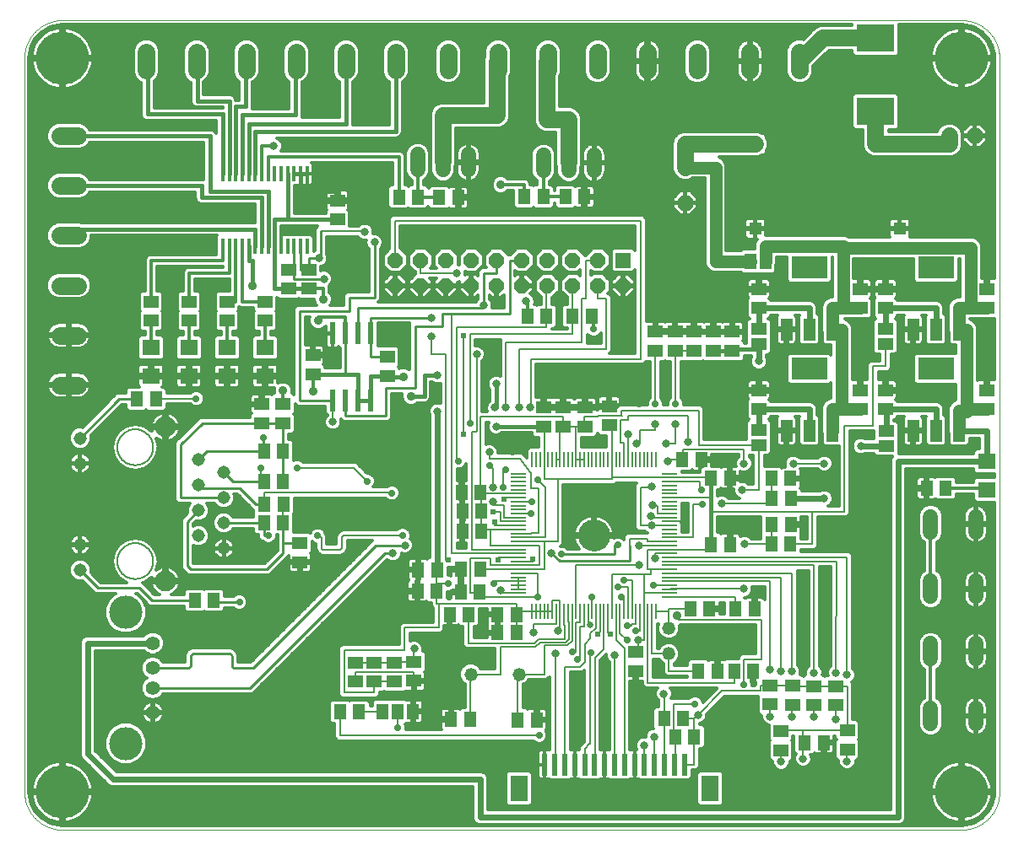
<source format=gtl>
G75*
%MOIN*%
%OFA0B0*%
%FSLAX25Y25*%
%IPPOS*%
%LPD*%
%AMOC8*
5,1,8,0,0,1.08239X$1,22.5*
%
%ADD10C,0.00000*%
%ADD11OC8,0.06300*%
%ADD12C,0.06300*%
%ADD13R,0.05906X0.05118*%
%ADD14R,0.05118X0.05906*%
%ADD15R,0.14961X0.11024*%
%ADD16R,0.07098X0.06299*%
%ADD17R,0.01575X0.05906*%
%ADD18R,0.04800X0.08800*%
%ADD19R,0.14173X0.08661*%
%ADD20R,0.02362X0.08661*%
%ADD21R,0.07087X0.10236*%
%ADD22R,0.06000X0.06000*%
%ADD23OC8,0.06000*%
%ADD24C,0.05200*%
%ADD25R,0.04600X0.06300*%
%ADD26R,0.06300X0.04600*%
%ADD27R,0.00787X0.06299*%
%ADD28R,0.06299X0.00787*%
%ADD29C,0.12661*%
%ADD30R,0.05150X0.05150*%
%ADD31C,0.00500*%
%ADD32C,0.08268*%
%ADD33C,0.05150*%
%ADD34R,0.02400X0.08700*%
%ADD35C,0.07050*%
%ADD36C,0.05600*%
%ADD37C,0.13100*%
%ADD38C,0.06000*%
%ADD39C,0.21000*%
%ADD40C,0.01600*%
%ADD41C,0.00800*%
%ADD42C,0.02775*%
%ADD43C,0.01200*%
%ADD44C,0.03169*%
%ADD45C,0.05000*%
%ADD46C,0.02400*%
%ADD47C,0.01000*%
%ADD48C,0.03562*%
%ADD49C,0.00600*%
%ADD50C,0.02578*%
%ADD51C,0.02420*%
%ADD52C,0.06600*%
D10*
X0016750Y0002026D02*
X0371750Y0002026D01*
X0372112Y0002030D01*
X0372475Y0002044D01*
X0372837Y0002065D01*
X0373198Y0002096D01*
X0373558Y0002135D01*
X0373917Y0002183D01*
X0374275Y0002240D01*
X0374632Y0002305D01*
X0374987Y0002379D01*
X0375340Y0002462D01*
X0375691Y0002553D01*
X0376039Y0002652D01*
X0376385Y0002760D01*
X0376729Y0002876D01*
X0377069Y0003001D01*
X0377406Y0003133D01*
X0377740Y0003274D01*
X0378071Y0003423D01*
X0378398Y0003580D01*
X0378721Y0003744D01*
X0379040Y0003916D01*
X0379354Y0004096D01*
X0379665Y0004284D01*
X0379970Y0004479D01*
X0380271Y0004681D01*
X0380567Y0004891D01*
X0380857Y0005107D01*
X0381143Y0005331D01*
X0381423Y0005561D01*
X0381697Y0005798D01*
X0381965Y0006042D01*
X0382228Y0006292D01*
X0382484Y0006548D01*
X0382734Y0006811D01*
X0382978Y0007079D01*
X0383215Y0007353D01*
X0383445Y0007633D01*
X0383669Y0007919D01*
X0383885Y0008209D01*
X0384095Y0008505D01*
X0384297Y0008806D01*
X0384492Y0009111D01*
X0384680Y0009422D01*
X0384860Y0009736D01*
X0385032Y0010055D01*
X0385196Y0010378D01*
X0385353Y0010705D01*
X0385502Y0011036D01*
X0385643Y0011370D01*
X0385775Y0011707D01*
X0385900Y0012047D01*
X0386016Y0012391D01*
X0386124Y0012737D01*
X0386223Y0013085D01*
X0386314Y0013436D01*
X0386397Y0013789D01*
X0386471Y0014144D01*
X0386536Y0014501D01*
X0386593Y0014859D01*
X0386641Y0015218D01*
X0386680Y0015578D01*
X0386711Y0015939D01*
X0386732Y0016301D01*
X0386746Y0016664D01*
X0386750Y0017026D01*
X0386750Y0307026D01*
X0386746Y0307388D01*
X0386732Y0307751D01*
X0386711Y0308113D01*
X0386680Y0308474D01*
X0386641Y0308834D01*
X0386593Y0309193D01*
X0386536Y0309551D01*
X0386471Y0309908D01*
X0386397Y0310263D01*
X0386314Y0310616D01*
X0386223Y0310967D01*
X0386124Y0311315D01*
X0386016Y0311661D01*
X0385900Y0312005D01*
X0385775Y0312345D01*
X0385643Y0312682D01*
X0385502Y0313016D01*
X0385353Y0313347D01*
X0385196Y0313674D01*
X0385032Y0313997D01*
X0384860Y0314316D01*
X0384680Y0314630D01*
X0384492Y0314941D01*
X0384297Y0315246D01*
X0384095Y0315547D01*
X0383885Y0315843D01*
X0383669Y0316133D01*
X0383445Y0316419D01*
X0383215Y0316699D01*
X0382978Y0316973D01*
X0382734Y0317241D01*
X0382484Y0317504D01*
X0382228Y0317760D01*
X0381965Y0318010D01*
X0381697Y0318254D01*
X0381423Y0318491D01*
X0381143Y0318721D01*
X0380857Y0318945D01*
X0380567Y0319161D01*
X0380271Y0319371D01*
X0379970Y0319573D01*
X0379665Y0319768D01*
X0379354Y0319956D01*
X0379040Y0320136D01*
X0378721Y0320308D01*
X0378398Y0320472D01*
X0378071Y0320629D01*
X0377740Y0320778D01*
X0377406Y0320919D01*
X0377069Y0321051D01*
X0376729Y0321176D01*
X0376385Y0321292D01*
X0376039Y0321400D01*
X0375691Y0321499D01*
X0375340Y0321590D01*
X0374987Y0321673D01*
X0374632Y0321747D01*
X0374275Y0321812D01*
X0373917Y0321869D01*
X0373558Y0321917D01*
X0373198Y0321956D01*
X0372837Y0321987D01*
X0372475Y0322008D01*
X0372112Y0322022D01*
X0371750Y0322026D01*
X0016750Y0322026D01*
X0016388Y0322022D01*
X0016025Y0322008D01*
X0015663Y0321987D01*
X0015302Y0321956D01*
X0014942Y0321917D01*
X0014583Y0321869D01*
X0014225Y0321812D01*
X0013868Y0321747D01*
X0013513Y0321673D01*
X0013160Y0321590D01*
X0012809Y0321499D01*
X0012461Y0321400D01*
X0012115Y0321292D01*
X0011771Y0321176D01*
X0011431Y0321051D01*
X0011094Y0320919D01*
X0010760Y0320778D01*
X0010429Y0320629D01*
X0010102Y0320472D01*
X0009779Y0320308D01*
X0009460Y0320136D01*
X0009146Y0319956D01*
X0008835Y0319768D01*
X0008530Y0319573D01*
X0008229Y0319371D01*
X0007933Y0319161D01*
X0007643Y0318945D01*
X0007357Y0318721D01*
X0007077Y0318491D01*
X0006803Y0318254D01*
X0006535Y0318010D01*
X0006272Y0317760D01*
X0006016Y0317504D01*
X0005766Y0317241D01*
X0005522Y0316973D01*
X0005285Y0316699D01*
X0005055Y0316419D01*
X0004831Y0316133D01*
X0004615Y0315843D01*
X0004405Y0315547D01*
X0004203Y0315246D01*
X0004008Y0314941D01*
X0003820Y0314630D01*
X0003640Y0314316D01*
X0003468Y0313997D01*
X0003304Y0313674D01*
X0003147Y0313347D01*
X0002998Y0313016D01*
X0002857Y0312682D01*
X0002725Y0312345D01*
X0002600Y0312005D01*
X0002484Y0311661D01*
X0002376Y0311315D01*
X0002277Y0310967D01*
X0002186Y0310616D01*
X0002103Y0310263D01*
X0002029Y0309908D01*
X0001964Y0309551D01*
X0001907Y0309193D01*
X0001859Y0308834D01*
X0001820Y0308474D01*
X0001789Y0308113D01*
X0001768Y0307751D01*
X0001754Y0307388D01*
X0001750Y0307026D01*
X0001750Y0017026D01*
X0001754Y0016664D01*
X0001768Y0016301D01*
X0001789Y0015939D01*
X0001820Y0015578D01*
X0001859Y0015218D01*
X0001907Y0014859D01*
X0001964Y0014501D01*
X0002029Y0014144D01*
X0002103Y0013789D01*
X0002186Y0013436D01*
X0002277Y0013085D01*
X0002376Y0012737D01*
X0002484Y0012391D01*
X0002600Y0012047D01*
X0002725Y0011707D01*
X0002857Y0011370D01*
X0002998Y0011036D01*
X0003147Y0010705D01*
X0003304Y0010378D01*
X0003468Y0010055D01*
X0003640Y0009736D01*
X0003820Y0009422D01*
X0004008Y0009111D01*
X0004203Y0008806D01*
X0004405Y0008505D01*
X0004615Y0008209D01*
X0004831Y0007919D01*
X0005055Y0007633D01*
X0005285Y0007353D01*
X0005522Y0007079D01*
X0005766Y0006811D01*
X0006016Y0006548D01*
X0006272Y0006292D01*
X0006535Y0006042D01*
X0006803Y0005798D01*
X0007077Y0005561D01*
X0007357Y0005331D01*
X0007643Y0005107D01*
X0007933Y0004891D01*
X0008229Y0004681D01*
X0008530Y0004479D01*
X0008835Y0004284D01*
X0009146Y0004096D01*
X0009460Y0003916D01*
X0009779Y0003744D01*
X0010102Y0003580D01*
X0010429Y0003423D01*
X0010760Y0003274D01*
X0011094Y0003133D01*
X0011431Y0003001D01*
X0011771Y0002876D01*
X0012115Y0002760D01*
X0012461Y0002652D01*
X0012809Y0002553D01*
X0013160Y0002462D01*
X0013513Y0002379D01*
X0013868Y0002305D01*
X0014225Y0002240D01*
X0014583Y0002183D01*
X0014942Y0002135D01*
X0015302Y0002096D01*
X0015663Y0002065D01*
X0016025Y0002044D01*
X0016388Y0002030D01*
X0016750Y0002026D01*
D11*
X0262698Y0249831D03*
X0377036Y0276346D03*
D12*
X0367036Y0276346D03*
X0262698Y0263831D03*
D13*
X0291750Y0215766D03*
X0291750Y0208285D03*
X0281271Y0198907D03*
X0273796Y0198867D03*
X0273796Y0191386D03*
X0281271Y0191427D03*
X0266159Y0191475D03*
X0266159Y0198955D03*
X0258655Y0198990D03*
X0258655Y0191510D03*
X0250905Y0191443D03*
X0250905Y0198924D03*
X0232673Y0169449D03*
X0232673Y0161968D03*
X0223222Y0161495D03*
X0214446Y0161491D03*
X0206803Y0161494D03*
X0206803Y0168974D03*
X0214446Y0168971D03*
X0223222Y0168976D03*
X0291750Y0168285D03*
X0291750Y0175766D03*
X0331750Y0175766D03*
X0331750Y0168285D03*
X0341750Y0168285D03*
X0341750Y0175766D03*
X0341750Y0208285D03*
X0341750Y0215766D03*
X0331750Y0215766D03*
X0331750Y0208285D03*
X0381750Y0208285D03*
X0381750Y0215766D03*
X0381750Y0175766D03*
X0381750Y0168285D03*
X0322027Y0058811D03*
X0313464Y0058854D03*
X0305102Y0058903D03*
X0296078Y0059008D03*
X0296078Y0051527D03*
X0305102Y0051422D03*
X0313464Y0051374D03*
X0322027Y0051331D03*
X0326676Y0041326D03*
X0326676Y0033846D03*
X0300477Y0033492D03*
X0300477Y0040972D03*
X0243057Y0064789D03*
X0243057Y0072269D03*
X0155618Y0068364D03*
X0147799Y0068114D03*
X0147799Y0060633D03*
X0155618Y0060883D03*
X0139764Y0060702D03*
X0132318Y0060539D03*
X0132318Y0068019D03*
X0139764Y0068182D03*
X0110614Y0107842D03*
X0110614Y0115323D03*
X0103939Y0162741D03*
X0103939Y0170221D03*
X0095466Y0170209D03*
X0095466Y0162729D03*
X0115667Y0182139D03*
X0115667Y0189619D03*
X0096750Y0203285D03*
X0096750Y0210766D03*
X0106150Y0215919D03*
X0114135Y0216022D03*
X0114135Y0223502D03*
X0106150Y0223399D03*
X0081750Y0210766D03*
X0081750Y0203285D03*
X0066750Y0203285D03*
X0066750Y0210766D03*
X0051750Y0210766D03*
X0051750Y0203285D03*
X0125389Y0243247D03*
X0125389Y0250727D03*
X0145139Y0188910D03*
X0145139Y0181429D03*
D14*
X0103815Y0151600D03*
X0096335Y0151600D03*
X0096459Y0139525D03*
X0103940Y0139525D03*
X0103984Y0130757D03*
X0103928Y0123361D03*
X0096448Y0123361D03*
X0096504Y0130757D03*
X0076485Y0092739D03*
X0069005Y0092739D03*
X0126453Y0048751D03*
X0133933Y0048751D03*
X0170262Y0045632D03*
X0177742Y0045632D03*
X0196595Y0045461D03*
X0204075Y0045461D03*
X0196056Y0079881D03*
X0196000Y0087161D03*
X0188519Y0087161D03*
X0188576Y0079881D03*
X0177119Y0087121D03*
X0169638Y0087121D03*
X0174128Y0095959D03*
X0181608Y0095959D03*
X0181631Y0105031D03*
X0174151Y0105031D03*
X0164717Y0104820D03*
X0157236Y0104820D03*
X0157018Y0096411D03*
X0164499Y0096411D03*
X0174681Y0119947D03*
X0182161Y0119947D03*
X0182196Y0127872D03*
X0174716Y0127872D03*
X0174443Y0135394D03*
X0181924Y0135394D03*
X0261597Y0148392D03*
X0269077Y0148392D03*
X0272874Y0141078D03*
X0280354Y0141078D03*
X0296777Y0140877D03*
X0304257Y0140877D03*
X0304374Y0132885D03*
X0296893Y0132885D03*
X0296855Y0122592D03*
X0304336Y0122592D03*
X0304197Y0114958D03*
X0296717Y0114958D03*
X0280409Y0114853D03*
X0272929Y0114853D03*
X0272277Y0089412D03*
X0264796Y0089412D03*
X0282547Y0089348D03*
X0290027Y0089348D03*
X0289498Y0064804D03*
X0282018Y0064804D03*
X0275429Y0064829D03*
X0267949Y0064829D03*
X0261782Y0045908D03*
X0254301Y0045908D03*
X0258784Y0038789D03*
X0266264Y0038789D03*
X0309954Y0036493D03*
X0317434Y0036493D03*
X0358010Y0137026D03*
X0365490Y0137026D03*
X0225650Y0205074D03*
X0218170Y0205074D03*
X0207881Y0204923D03*
X0200401Y0204923D03*
X0199154Y0252222D03*
X0206634Y0252222D03*
X0215375Y0252236D03*
X0222855Y0252236D03*
X0173070Y0251957D03*
X0165589Y0251957D03*
X0157103Y0252119D03*
X0149623Y0252119D03*
X0053642Y0172249D03*
X0046162Y0172249D03*
D15*
X0337888Y0285892D03*
X0337888Y0315026D03*
D16*
X0381750Y0147624D03*
X0381750Y0136427D03*
X0096750Y0181427D03*
X0096750Y0192624D03*
X0081750Y0192624D03*
X0081750Y0181427D03*
X0066750Y0181427D03*
X0066750Y0192624D03*
X0051750Y0192624D03*
X0051750Y0181427D03*
D17*
X0080116Y0232754D03*
X0082675Y0232754D03*
X0085234Y0232754D03*
X0087793Y0232754D03*
X0090352Y0232754D03*
X0092911Y0232754D03*
X0095470Y0232754D03*
X0098030Y0232754D03*
X0100589Y0232754D03*
X0103148Y0232754D03*
X0105707Y0232754D03*
X0108266Y0232754D03*
X0110825Y0232754D03*
X0113384Y0232754D03*
X0113384Y0261297D03*
X0110825Y0261297D03*
X0108266Y0261297D03*
X0105707Y0261297D03*
X0103148Y0261297D03*
X0100589Y0261297D03*
X0098030Y0261297D03*
X0095470Y0261297D03*
X0092911Y0261297D03*
X0090352Y0261297D03*
X0087793Y0261297D03*
X0085234Y0261297D03*
X0082675Y0261297D03*
X0080116Y0261297D03*
D18*
X0302650Y0199826D03*
X0311750Y0199826D03*
X0320850Y0199826D03*
X0352650Y0199826D03*
X0361750Y0199826D03*
X0370850Y0199826D03*
X0370850Y0159826D03*
X0361750Y0159826D03*
X0352650Y0159826D03*
X0320850Y0159826D03*
X0311750Y0159826D03*
X0302650Y0159826D03*
D19*
X0311750Y0184226D03*
X0311750Y0224226D03*
X0361750Y0224226D03*
X0361750Y0184226D03*
D20*
X0262362Y0027825D03*
X0258425Y0027825D03*
X0254488Y0027825D03*
X0250551Y0027825D03*
X0246614Y0027825D03*
X0242677Y0027825D03*
X0238740Y0027825D03*
X0234803Y0027825D03*
X0230866Y0027825D03*
X0226929Y0027825D03*
X0222992Y0027825D03*
X0219055Y0027825D03*
X0215118Y0027825D03*
X0211181Y0027825D03*
X0207244Y0027825D03*
D21*
X0197007Y0018376D03*
X0272598Y0018376D03*
D22*
X0238185Y0227115D03*
D23*
X0228185Y0227115D03*
X0218185Y0227115D03*
X0208185Y0227115D03*
X0198185Y0227115D03*
X0188185Y0227115D03*
X0178185Y0227115D03*
X0168185Y0227115D03*
X0158185Y0227115D03*
X0148185Y0227115D03*
X0148185Y0217115D03*
X0158185Y0217115D03*
X0168185Y0217115D03*
X0178185Y0217115D03*
X0188185Y0217115D03*
X0198185Y0217115D03*
X0208185Y0217115D03*
X0218185Y0217115D03*
X0228185Y0217115D03*
X0238185Y0217115D03*
D24*
X0256210Y0081601D03*
X0256210Y0071601D03*
X0196991Y0063507D03*
X0177991Y0063507D03*
D25*
X0155281Y0048761D03*
X0149281Y0048761D03*
X0143281Y0048761D03*
X0288453Y0226646D03*
X0294453Y0226646D03*
D26*
X0291790Y0199895D03*
X0291790Y0193895D03*
X0291764Y0160188D03*
X0291764Y0154188D03*
X0342033Y0153630D03*
X0342033Y0159630D03*
X0341787Y0194020D03*
X0341787Y0200020D03*
D27*
X0251078Y0148281D03*
X0249503Y0148281D03*
X0247929Y0148281D03*
X0246354Y0148281D03*
X0244779Y0148281D03*
X0243204Y0148281D03*
X0241629Y0148281D03*
X0240055Y0148281D03*
X0238480Y0148281D03*
X0236905Y0148281D03*
X0235330Y0148281D03*
X0233755Y0148281D03*
X0232181Y0148281D03*
X0230606Y0148281D03*
X0229031Y0148281D03*
X0227456Y0148281D03*
X0225881Y0148281D03*
X0224307Y0148281D03*
X0222732Y0148281D03*
X0221157Y0148281D03*
X0219582Y0148281D03*
X0218007Y0148281D03*
X0216433Y0148281D03*
X0214858Y0148281D03*
X0213283Y0148281D03*
X0211708Y0148281D03*
X0210133Y0148281D03*
X0208559Y0148281D03*
X0206984Y0148281D03*
X0205409Y0148281D03*
X0203834Y0148281D03*
X0202259Y0148281D03*
X0202259Y0088439D03*
X0203834Y0088439D03*
X0205409Y0088439D03*
X0206984Y0088439D03*
X0208559Y0088439D03*
X0210133Y0088439D03*
X0211708Y0088439D03*
X0213283Y0088439D03*
X0214858Y0088439D03*
X0216433Y0088439D03*
X0218007Y0088439D03*
X0219582Y0088439D03*
X0221157Y0088439D03*
X0222732Y0088439D03*
X0224307Y0088439D03*
X0225881Y0088439D03*
X0227456Y0088439D03*
X0229031Y0088439D03*
X0230606Y0088439D03*
X0232181Y0088439D03*
X0233755Y0088439D03*
X0235330Y0088439D03*
X0236905Y0088439D03*
X0238480Y0088439D03*
X0240055Y0088439D03*
X0241629Y0088439D03*
X0243204Y0088439D03*
X0244779Y0088439D03*
X0246354Y0088439D03*
X0247929Y0088439D03*
X0249503Y0088439D03*
X0251078Y0088439D03*
D28*
X0256590Y0093951D03*
X0256590Y0095525D03*
X0256590Y0097100D03*
X0256590Y0098675D03*
X0256590Y0100250D03*
X0256590Y0101825D03*
X0256590Y0103399D03*
X0256590Y0104974D03*
X0256590Y0106549D03*
X0256590Y0108124D03*
X0256590Y0109699D03*
X0256590Y0111274D03*
X0256590Y0112848D03*
X0256590Y0114423D03*
X0256590Y0115998D03*
X0256590Y0117573D03*
X0256590Y0119148D03*
X0256590Y0120722D03*
X0256590Y0122297D03*
X0256590Y0123872D03*
X0256590Y0125447D03*
X0256590Y0127022D03*
X0256590Y0128596D03*
X0256590Y0130171D03*
X0256590Y0131746D03*
X0256590Y0133321D03*
X0256590Y0134896D03*
X0256590Y0136470D03*
X0256590Y0138045D03*
X0256590Y0139620D03*
X0256590Y0141195D03*
X0256590Y0142770D03*
X0196748Y0142770D03*
X0196748Y0141195D03*
X0196748Y0139620D03*
X0196748Y0138045D03*
X0196748Y0136470D03*
X0196748Y0134896D03*
X0196748Y0133321D03*
X0196748Y0131746D03*
X0196748Y0130171D03*
X0196748Y0128596D03*
X0196748Y0127022D03*
X0196748Y0125447D03*
X0196748Y0123872D03*
X0196748Y0122297D03*
X0196748Y0120722D03*
X0196748Y0119148D03*
X0196748Y0117573D03*
X0196748Y0115998D03*
X0196748Y0114423D03*
X0196748Y0112848D03*
X0196748Y0111274D03*
X0196748Y0109699D03*
X0196748Y0108124D03*
X0196748Y0106549D03*
X0196748Y0104974D03*
X0196748Y0103399D03*
X0196748Y0101825D03*
X0196748Y0100250D03*
X0196748Y0098675D03*
X0196748Y0097100D03*
X0196748Y0095525D03*
X0196748Y0093951D03*
D29*
X0226669Y0118360D03*
D30*
X0290405Y0239669D03*
X0290405Y0272977D03*
X0347334Y0272977D03*
X0347334Y0239669D03*
D31*
X0038403Y0153266D02*
X0038405Y0153440D01*
X0038412Y0153614D01*
X0038422Y0153787D01*
X0038437Y0153961D01*
X0038456Y0154134D01*
X0038480Y0154306D01*
X0038507Y0154478D01*
X0038539Y0154649D01*
X0038575Y0154819D01*
X0038615Y0154988D01*
X0038660Y0155156D01*
X0038708Y0155323D01*
X0038761Y0155489D01*
X0038817Y0155654D01*
X0038878Y0155817D01*
X0038942Y0155978D01*
X0039011Y0156138D01*
X0039083Y0156296D01*
X0039160Y0156452D01*
X0039240Y0156607D01*
X0039324Y0156759D01*
X0039411Y0156909D01*
X0039503Y0157058D01*
X0039597Y0157203D01*
X0039696Y0157347D01*
X0039798Y0157488D01*
X0039903Y0157626D01*
X0040012Y0157762D01*
X0040124Y0157895D01*
X0040239Y0158025D01*
X0040357Y0158153D01*
X0040479Y0158277D01*
X0040603Y0158399D01*
X0040731Y0158517D01*
X0040861Y0158632D01*
X0040994Y0158744D01*
X0041130Y0158853D01*
X0041268Y0158958D01*
X0041409Y0159060D01*
X0041553Y0159159D01*
X0041698Y0159253D01*
X0041847Y0159345D01*
X0041997Y0159432D01*
X0042149Y0159516D01*
X0042304Y0159596D01*
X0042460Y0159673D01*
X0042618Y0159745D01*
X0042778Y0159814D01*
X0042939Y0159878D01*
X0043102Y0159939D01*
X0043267Y0159995D01*
X0043433Y0160048D01*
X0043600Y0160096D01*
X0043768Y0160141D01*
X0043937Y0160181D01*
X0044107Y0160217D01*
X0044278Y0160249D01*
X0044450Y0160276D01*
X0044622Y0160300D01*
X0044795Y0160319D01*
X0044969Y0160334D01*
X0045142Y0160344D01*
X0045316Y0160351D01*
X0045490Y0160353D01*
X0045664Y0160351D01*
X0045838Y0160344D01*
X0046011Y0160334D01*
X0046185Y0160319D01*
X0046358Y0160300D01*
X0046530Y0160276D01*
X0046702Y0160249D01*
X0046873Y0160217D01*
X0047043Y0160181D01*
X0047212Y0160141D01*
X0047380Y0160096D01*
X0047547Y0160048D01*
X0047713Y0159995D01*
X0047878Y0159939D01*
X0048041Y0159878D01*
X0048202Y0159814D01*
X0048362Y0159745D01*
X0048520Y0159673D01*
X0048676Y0159596D01*
X0048831Y0159516D01*
X0048983Y0159432D01*
X0049133Y0159345D01*
X0049282Y0159253D01*
X0049427Y0159159D01*
X0049571Y0159060D01*
X0049712Y0158958D01*
X0049850Y0158853D01*
X0049986Y0158744D01*
X0050119Y0158632D01*
X0050249Y0158517D01*
X0050377Y0158399D01*
X0050501Y0158277D01*
X0050623Y0158153D01*
X0050741Y0158025D01*
X0050856Y0157895D01*
X0050968Y0157762D01*
X0051077Y0157626D01*
X0051182Y0157488D01*
X0051284Y0157347D01*
X0051383Y0157203D01*
X0051477Y0157058D01*
X0051569Y0156909D01*
X0051656Y0156759D01*
X0051740Y0156607D01*
X0051820Y0156452D01*
X0051897Y0156296D01*
X0051969Y0156138D01*
X0052038Y0155978D01*
X0052102Y0155817D01*
X0052163Y0155654D01*
X0052219Y0155489D01*
X0052272Y0155323D01*
X0052320Y0155156D01*
X0052365Y0154988D01*
X0052405Y0154819D01*
X0052441Y0154649D01*
X0052473Y0154478D01*
X0052500Y0154306D01*
X0052524Y0154134D01*
X0052543Y0153961D01*
X0052558Y0153787D01*
X0052568Y0153614D01*
X0052575Y0153440D01*
X0052577Y0153266D01*
X0052575Y0153092D01*
X0052568Y0152918D01*
X0052558Y0152745D01*
X0052543Y0152571D01*
X0052524Y0152398D01*
X0052500Y0152226D01*
X0052473Y0152054D01*
X0052441Y0151883D01*
X0052405Y0151713D01*
X0052365Y0151544D01*
X0052320Y0151376D01*
X0052272Y0151209D01*
X0052219Y0151043D01*
X0052163Y0150878D01*
X0052102Y0150715D01*
X0052038Y0150554D01*
X0051969Y0150394D01*
X0051897Y0150236D01*
X0051820Y0150080D01*
X0051740Y0149925D01*
X0051656Y0149773D01*
X0051569Y0149623D01*
X0051477Y0149474D01*
X0051383Y0149329D01*
X0051284Y0149185D01*
X0051182Y0149044D01*
X0051077Y0148906D01*
X0050968Y0148770D01*
X0050856Y0148637D01*
X0050741Y0148507D01*
X0050623Y0148379D01*
X0050501Y0148255D01*
X0050377Y0148133D01*
X0050249Y0148015D01*
X0050119Y0147900D01*
X0049986Y0147788D01*
X0049850Y0147679D01*
X0049712Y0147574D01*
X0049571Y0147472D01*
X0049427Y0147373D01*
X0049282Y0147279D01*
X0049133Y0147187D01*
X0048983Y0147100D01*
X0048831Y0147016D01*
X0048676Y0146936D01*
X0048520Y0146859D01*
X0048362Y0146787D01*
X0048202Y0146718D01*
X0048041Y0146654D01*
X0047878Y0146593D01*
X0047713Y0146537D01*
X0047547Y0146484D01*
X0047380Y0146436D01*
X0047212Y0146391D01*
X0047043Y0146351D01*
X0046873Y0146315D01*
X0046702Y0146283D01*
X0046530Y0146256D01*
X0046358Y0146232D01*
X0046185Y0146213D01*
X0046011Y0146198D01*
X0045838Y0146188D01*
X0045664Y0146181D01*
X0045490Y0146179D01*
X0045316Y0146181D01*
X0045142Y0146188D01*
X0044969Y0146198D01*
X0044795Y0146213D01*
X0044622Y0146232D01*
X0044450Y0146256D01*
X0044278Y0146283D01*
X0044107Y0146315D01*
X0043937Y0146351D01*
X0043768Y0146391D01*
X0043600Y0146436D01*
X0043433Y0146484D01*
X0043267Y0146537D01*
X0043102Y0146593D01*
X0042939Y0146654D01*
X0042778Y0146718D01*
X0042618Y0146787D01*
X0042460Y0146859D01*
X0042304Y0146936D01*
X0042149Y0147016D01*
X0041997Y0147100D01*
X0041847Y0147187D01*
X0041698Y0147279D01*
X0041553Y0147373D01*
X0041409Y0147472D01*
X0041268Y0147574D01*
X0041130Y0147679D01*
X0040994Y0147788D01*
X0040861Y0147900D01*
X0040731Y0148015D01*
X0040603Y0148133D01*
X0040479Y0148255D01*
X0040357Y0148379D01*
X0040239Y0148507D01*
X0040124Y0148637D01*
X0040012Y0148770D01*
X0039903Y0148906D01*
X0039798Y0149044D01*
X0039696Y0149185D01*
X0039597Y0149329D01*
X0039503Y0149474D01*
X0039411Y0149623D01*
X0039324Y0149773D01*
X0039240Y0149925D01*
X0039160Y0150080D01*
X0039083Y0150236D01*
X0039011Y0150394D01*
X0038942Y0150554D01*
X0038878Y0150715D01*
X0038817Y0150878D01*
X0038761Y0151043D01*
X0038708Y0151209D01*
X0038660Y0151376D01*
X0038615Y0151544D01*
X0038575Y0151713D01*
X0038539Y0151883D01*
X0038507Y0152054D01*
X0038480Y0152226D01*
X0038456Y0152398D01*
X0038437Y0152571D01*
X0038422Y0152745D01*
X0038412Y0152918D01*
X0038405Y0153092D01*
X0038403Y0153266D01*
X0038403Y0108266D02*
X0038405Y0108440D01*
X0038412Y0108614D01*
X0038422Y0108787D01*
X0038437Y0108961D01*
X0038456Y0109134D01*
X0038480Y0109306D01*
X0038507Y0109478D01*
X0038539Y0109649D01*
X0038575Y0109819D01*
X0038615Y0109988D01*
X0038660Y0110156D01*
X0038708Y0110323D01*
X0038761Y0110489D01*
X0038817Y0110654D01*
X0038878Y0110817D01*
X0038942Y0110978D01*
X0039011Y0111138D01*
X0039083Y0111296D01*
X0039160Y0111452D01*
X0039240Y0111607D01*
X0039324Y0111759D01*
X0039411Y0111909D01*
X0039503Y0112058D01*
X0039597Y0112203D01*
X0039696Y0112347D01*
X0039798Y0112488D01*
X0039903Y0112626D01*
X0040012Y0112762D01*
X0040124Y0112895D01*
X0040239Y0113025D01*
X0040357Y0113153D01*
X0040479Y0113277D01*
X0040603Y0113399D01*
X0040731Y0113517D01*
X0040861Y0113632D01*
X0040994Y0113744D01*
X0041130Y0113853D01*
X0041268Y0113958D01*
X0041409Y0114060D01*
X0041553Y0114159D01*
X0041698Y0114253D01*
X0041847Y0114345D01*
X0041997Y0114432D01*
X0042149Y0114516D01*
X0042304Y0114596D01*
X0042460Y0114673D01*
X0042618Y0114745D01*
X0042778Y0114814D01*
X0042939Y0114878D01*
X0043102Y0114939D01*
X0043267Y0114995D01*
X0043433Y0115048D01*
X0043600Y0115096D01*
X0043768Y0115141D01*
X0043937Y0115181D01*
X0044107Y0115217D01*
X0044278Y0115249D01*
X0044450Y0115276D01*
X0044622Y0115300D01*
X0044795Y0115319D01*
X0044969Y0115334D01*
X0045142Y0115344D01*
X0045316Y0115351D01*
X0045490Y0115353D01*
X0045664Y0115351D01*
X0045838Y0115344D01*
X0046011Y0115334D01*
X0046185Y0115319D01*
X0046358Y0115300D01*
X0046530Y0115276D01*
X0046702Y0115249D01*
X0046873Y0115217D01*
X0047043Y0115181D01*
X0047212Y0115141D01*
X0047380Y0115096D01*
X0047547Y0115048D01*
X0047713Y0114995D01*
X0047878Y0114939D01*
X0048041Y0114878D01*
X0048202Y0114814D01*
X0048362Y0114745D01*
X0048520Y0114673D01*
X0048676Y0114596D01*
X0048831Y0114516D01*
X0048983Y0114432D01*
X0049133Y0114345D01*
X0049282Y0114253D01*
X0049427Y0114159D01*
X0049571Y0114060D01*
X0049712Y0113958D01*
X0049850Y0113853D01*
X0049986Y0113744D01*
X0050119Y0113632D01*
X0050249Y0113517D01*
X0050377Y0113399D01*
X0050501Y0113277D01*
X0050623Y0113153D01*
X0050741Y0113025D01*
X0050856Y0112895D01*
X0050968Y0112762D01*
X0051077Y0112626D01*
X0051182Y0112488D01*
X0051284Y0112347D01*
X0051383Y0112203D01*
X0051477Y0112058D01*
X0051569Y0111909D01*
X0051656Y0111759D01*
X0051740Y0111607D01*
X0051820Y0111452D01*
X0051897Y0111296D01*
X0051969Y0111138D01*
X0052038Y0110978D01*
X0052102Y0110817D01*
X0052163Y0110654D01*
X0052219Y0110489D01*
X0052272Y0110323D01*
X0052320Y0110156D01*
X0052365Y0109988D01*
X0052405Y0109819D01*
X0052441Y0109649D01*
X0052473Y0109478D01*
X0052500Y0109306D01*
X0052524Y0109134D01*
X0052543Y0108961D01*
X0052558Y0108787D01*
X0052568Y0108614D01*
X0052575Y0108440D01*
X0052577Y0108266D01*
X0052575Y0108092D01*
X0052568Y0107918D01*
X0052558Y0107745D01*
X0052543Y0107571D01*
X0052524Y0107398D01*
X0052500Y0107226D01*
X0052473Y0107054D01*
X0052441Y0106883D01*
X0052405Y0106713D01*
X0052365Y0106544D01*
X0052320Y0106376D01*
X0052272Y0106209D01*
X0052219Y0106043D01*
X0052163Y0105878D01*
X0052102Y0105715D01*
X0052038Y0105554D01*
X0051969Y0105394D01*
X0051897Y0105236D01*
X0051820Y0105080D01*
X0051740Y0104925D01*
X0051656Y0104773D01*
X0051569Y0104623D01*
X0051477Y0104474D01*
X0051383Y0104329D01*
X0051284Y0104185D01*
X0051182Y0104044D01*
X0051077Y0103906D01*
X0050968Y0103770D01*
X0050856Y0103637D01*
X0050741Y0103507D01*
X0050623Y0103379D01*
X0050501Y0103255D01*
X0050377Y0103133D01*
X0050249Y0103015D01*
X0050119Y0102900D01*
X0049986Y0102788D01*
X0049850Y0102679D01*
X0049712Y0102574D01*
X0049571Y0102472D01*
X0049427Y0102373D01*
X0049282Y0102279D01*
X0049133Y0102187D01*
X0048983Y0102100D01*
X0048831Y0102016D01*
X0048676Y0101936D01*
X0048520Y0101859D01*
X0048362Y0101787D01*
X0048202Y0101718D01*
X0048041Y0101654D01*
X0047878Y0101593D01*
X0047713Y0101537D01*
X0047547Y0101484D01*
X0047380Y0101436D01*
X0047212Y0101391D01*
X0047043Y0101351D01*
X0046873Y0101315D01*
X0046702Y0101283D01*
X0046530Y0101256D01*
X0046358Y0101232D01*
X0046185Y0101213D01*
X0046011Y0101198D01*
X0045838Y0101188D01*
X0045664Y0101181D01*
X0045490Y0101179D01*
X0045316Y0101181D01*
X0045142Y0101188D01*
X0044969Y0101198D01*
X0044795Y0101213D01*
X0044622Y0101232D01*
X0044450Y0101256D01*
X0044278Y0101283D01*
X0044107Y0101315D01*
X0043937Y0101351D01*
X0043768Y0101391D01*
X0043600Y0101436D01*
X0043433Y0101484D01*
X0043267Y0101537D01*
X0043102Y0101593D01*
X0042939Y0101654D01*
X0042778Y0101718D01*
X0042618Y0101787D01*
X0042460Y0101859D01*
X0042304Y0101936D01*
X0042149Y0102016D01*
X0041997Y0102100D01*
X0041847Y0102187D01*
X0041698Y0102279D01*
X0041553Y0102373D01*
X0041409Y0102472D01*
X0041268Y0102574D01*
X0041130Y0102679D01*
X0040994Y0102788D01*
X0040861Y0102900D01*
X0040731Y0103015D01*
X0040603Y0103133D01*
X0040479Y0103255D01*
X0040357Y0103379D01*
X0040239Y0103507D01*
X0040124Y0103637D01*
X0040012Y0103770D01*
X0039903Y0103906D01*
X0039798Y0104044D01*
X0039696Y0104185D01*
X0039597Y0104329D01*
X0039503Y0104474D01*
X0039411Y0104623D01*
X0039324Y0104773D01*
X0039240Y0104925D01*
X0039160Y0105080D01*
X0039083Y0105236D01*
X0039011Y0105394D01*
X0038942Y0105554D01*
X0038878Y0105715D01*
X0038817Y0105878D01*
X0038761Y0106043D01*
X0038708Y0106209D01*
X0038660Y0106376D01*
X0038615Y0106544D01*
X0038575Y0106713D01*
X0038539Y0106883D01*
X0038507Y0107054D01*
X0038480Y0107226D01*
X0038456Y0107398D01*
X0038437Y0107571D01*
X0038422Y0107745D01*
X0038412Y0107918D01*
X0038405Y0108092D01*
X0038403Y0108266D01*
D32*
X0057498Y0100274D03*
X0057498Y0161258D03*
D33*
X0070490Y0148246D03*
X0080490Y0143285D03*
X0070490Y0138246D03*
X0080490Y0133285D03*
X0070490Y0128246D03*
X0080490Y0123285D03*
X0070490Y0118246D03*
X0080490Y0113285D03*
X0023758Y0114683D03*
X0023758Y0104683D03*
X0023758Y0146848D03*
X0023758Y0156848D03*
D34*
X0123595Y0171813D03*
X0128595Y0171813D03*
X0133595Y0171813D03*
X0138595Y0171813D03*
X0138595Y0198313D03*
X0133595Y0198313D03*
X0128595Y0198313D03*
X0123595Y0198313D03*
D35*
X0022858Y0197498D02*
X0015808Y0197498D01*
X0015808Y0217183D02*
X0022858Y0217183D01*
X0022858Y0236868D02*
X0015808Y0236868D01*
X0015808Y0256553D02*
X0022858Y0256553D01*
X0022858Y0276238D02*
X0015808Y0276238D01*
X0049954Y0302292D02*
X0049954Y0309342D01*
X0069639Y0309342D02*
X0069639Y0302292D01*
X0089324Y0302292D02*
X0089324Y0309342D01*
X0109009Y0309342D02*
X0109009Y0302292D01*
X0128694Y0302292D02*
X0128694Y0309342D01*
X0148379Y0309342D02*
X0148379Y0302292D01*
X0169038Y0302280D02*
X0169038Y0309330D01*
X0188723Y0309330D02*
X0188723Y0302280D01*
X0208408Y0302280D02*
X0208408Y0309330D01*
X0228093Y0309330D02*
X0228093Y0302280D01*
X0247778Y0302280D02*
X0247778Y0309330D01*
X0267463Y0309330D02*
X0267463Y0302280D01*
X0288237Y0302242D02*
X0288237Y0309292D01*
X0307922Y0309292D02*
X0307922Y0302242D01*
X0022858Y0177813D02*
X0015808Y0177813D01*
D36*
X0052450Y0075776D03*
X0052450Y0065976D03*
X0052450Y0058076D03*
X0052450Y0048276D03*
D37*
X0041750Y0036176D03*
X0041750Y0087876D03*
D38*
X0157071Y0262922D02*
X0157071Y0268922D01*
X0167071Y0268922D02*
X0167071Y0262922D01*
X0177071Y0262922D02*
X0177071Y0268922D01*
X0206690Y0268632D02*
X0206690Y0262632D01*
X0216690Y0262632D02*
X0216690Y0268632D01*
X0226690Y0268632D02*
X0226690Y0262632D01*
X0359621Y0125834D02*
X0359621Y0119834D01*
X0377421Y0119834D02*
X0377421Y0125834D01*
X0377421Y0100234D02*
X0377421Y0094234D01*
X0359621Y0094234D02*
X0359621Y0100234D01*
X0359621Y0075574D02*
X0359621Y0069574D01*
X0377421Y0069574D02*
X0377421Y0075574D01*
X0377421Y0049974D02*
X0377421Y0043974D01*
X0359621Y0043974D02*
X0359621Y0049974D01*
D39*
X0371750Y0017026D03*
X0371750Y0307026D03*
X0016750Y0307026D03*
X0016750Y0017026D03*
D40*
X0188016Y0161515D02*
X0206803Y0161515D01*
X0206803Y0161494D01*
X0188016Y0168876D02*
X0188016Y0178295D01*
X0188016Y0168876D02*
X0187594Y0168876D01*
X0164931Y0181714D02*
X0159670Y0181714D01*
X0159670Y0173377D01*
X0154376Y0173377D01*
X0151334Y0181130D02*
X0145139Y0181130D01*
X0145139Y0181429D01*
X0138595Y0181429D01*
X0138595Y0171813D01*
X0133595Y0171813D01*
X0133595Y0182139D01*
X0127980Y0182139D01*
X0115667Y0182139D01*
X0115667Y0189619D02*
X0115667Y0198313D01*
X0123595Y0198313D01*
X0114135Y0215919D02*
X0106150Y0215919D01*
X0100589Y0215919D01*
X0100589Y0232754D01*
X0100589Y0243247D01*
X0106046Y0243247D01*
X0105707Y0243586D01*
X0105707Y0261297D01*
X0108266Y0261297D02*
X0110825Y0261297D01*
X0110930Y0261297D01*
X0113384Y0261297D01*
X0110930Y0261297D02*
X0110930Y0254304D01*
X0125389Y0254304D01*
X0125389Y0250727D01*
X0125389Y0243247D02*
X0106046Y0243247D01*
X0098030Y0232754D02*
X0098030Y0254327D01*
X0075112Y0254327D01*
X0075112Y0276238D01*
X0019333Y0276238D01*
X0019333Y0256553D02*
X0071883Y0256553D01*
X0071883Y0251886D01*
X0095470Y0251886D01*
X0095470Y0232754D01*
X0092911Y0232754D02*
X0092911Y0239471D01*
X0019333Y0239471D01*
X0019333Y0236868D01*
X0019333Y0197498D02*
X0019333Y0177813D01*
X0091750Y0217026D02*
X0091750Y0227026D01*
X0090352Y0227026D01*
X0090352Y0232754D01*
X0114135Y0216022D02*
X0114135Y0215919D01*
X0092911Y0261297D02*
X0092911Y0278080D01*
X0148379Y0278080D01*
X0148379Y0305817D01*
X0128885Y0305817D02*
X0128694Y0305817D01*
X0128885Y0305817D02*
X0128885Y0281164D01*
X0090352Y0281164D01*
X0090352Y0261297D01*
X0087857Y0261853D02*
X0087857Y0284526D01*
X0108888Y0284526D01*
X0108888Y0305817D01*
X0109009Y0305817D01*
X0089324Y0305817D02*
X0089150Y0305817D01*
X0089150Y0287888D01*
X0085234Y0287888D01*
X0085234Y0261297D01*
X0082675Y0261297D02*
X0082675Y0290129D01*
X0070015Y0290129D01*
X0070015Y0305817D01*
X0069639Y0305817D01*
X0050363Y0305817D02*
X0049954Y0305817D01*
X0050363Y0305817D02*
X0050363Y0284870D01*
X0080116Y0284870D01*
X0080116Y0261297D01*
X0087793Y0261297D02*
X0087793Y0261853D01*
X0087857Y0261853D01*
X0273796Y0191386D02*
X0281230Y0191386D01*
X0281230Y0191387D02*
X0281240Y0191388D01*
X0281250Y0191392D01*
X0281258Y0191399D01*
X0281265Y0191407D01*
X0281269Y0191417D01*
X0281270Y0191427D01*
X0281271Y0191427D02*
X0281732Y0191888D01*
X0291790Y0191888D01*
X0272874Y0141195D02*
X0272874Y0133418D01*
X0272874Y0126925D01*
X0272874Y0114853D01*
X0272929Y0114853D01*
D41*
X0270924Y0112848D01*
X0256590Y0112848D01*
X0247881Y0112848D01*
X0247881Y0104952D01*
X0249151Y0104952D01*
X0249151Y0103105D01*
X0246750Y0103105D01*
X0233755Y0103105D01*
X0233755Y0088439D01*
X0232181Y0088439D02*
X0232181Y0080126D01*
X0233099Y0079208D01*
X0235330Y0077181D02*
X0235330Y0088439D01*
X0236905Y0088439D02*
X0236905Y0079686D01*
X0239679Y0076912D01*
X0238718Y0073793D02*
X0235330Y0077181D01*
X0238718Y0073793D02*
X0238718Y0027825D01*
X0238740Y0027825D01*
X0234870Y0027892D02*
X0234870Y0070937D01*
X0230606Y0073500D02*
X0230606Y0088439D01*
X0229031Y0088439D02*
X0229031Y0080246D01*
X0228154Y0079369D01*
X0227456Y0081820D02*
X0225219Y0079582D01*
X0225219Y0077637D01*
X0223030Y0075449D01*
X0223030Y0068462D01*
X0221062Y0066493D01*
X0215118Y0066493D01*
X0215118Y0027825D01*
X0211321Y0027965D02*
X0211321Y0071552D01*
X0218089Y0072310D02*
X0219475Y0072310D01*
X0219475Y0083987D01*
X0221157Y0083987D01*
X0221157Y0088439D01*
X0219582Y0088439D02*
X0219582Y0106574D01*
X0244399Y0106574D01*
X0246354Y0102708D02*
X0246354Y0095525D01*
X0246354Y0088439D01*
X0246354Y0077022D01*
X0244018Y0077022D01*
X0244022Y0072269D01*
X0243057Y0072269D01*
X0249503Y0071601D02*
X0249503Y0088439D01*
X0247929Y0088439D02*
X0247929Y0060186D01*
X0282018Y0060186D01*
X0282018Y0064804D01*
X0285858Y0069439D02*
X0285858Y0059522D01*
X0292457Y0059008D02*
X0292457Y0056857D01*
X0277214Y0056857D01*
X0267766Y0047409D01*
X0266264Y0045908D01*
X0266264Y0038789D01*
X0266264Y0027825D01*
X0262362Y0027825D01*
X0258784Y0028184D02*
X0258784Y0038789D01*
X0258057Y0039516D01*
X0258057Y0051798D01*
X0266544Y0051798D01*
X0266264Y0045908D02*
X0261782Y0045908D01*
X0258113Y0039460D02*
X0258115Y0039410D01*
X0258120Y0039360D01*
X0258130Y0039311D01*
X0258143Y0039262D01*
X0258159Y0039215D01*
X0258179Y0039169D01*
X0258203Y0039125D01*
X0258230Y0039082D01*
X0258259Y0039042D01*
X0258292Y0039004D01*
X0258328Y0038968D01*
X0258366Y0038935D01*
X0258406Y0038906D01*
X0258449Y0038879D01*
X0258493Y0038855D01*
X0258539Y0038835D01*
X0258586Y0038819D01*
X0258635Y0038806D01*
X0258684Y0038796D01*
X0258734Y0038791D01*
X0258784Y0038789D01*
X0250434Y0038687D02*
X0250434Y0027825D01*
X0250551Y0027825D01*
X0254301Y0028011D02*
X0254301Y0045908D01*
X0254301Y0051868D01*
X0254303Y0051868D01*
X0254303Y0055846D01*
X0254274Y0055846D01*
X0256210Y0064829D02*
X0256210Y0071601D01*
X0249503Y0071601D01*
X0256210Y0064829D02*
X0267949Y0064829D01*
X0285858Y0069439D02*
X0292772Y0069439D01*
X0292772Y0085065D01*
X0260262Y0085065D01*
X0259561Y0086557D01*
X0256210Y0088439D02*
X0256210Y0081601D01*
X0256210Y0089412D01*
X0264796Y0089412D01*
X0256590Y0093951D02*
X0282547Y0093951D01*
X0282547Y0089348D01*
X0285871Y0097197D02*
X0256687Y0097197D01*
X0256670Y0097196D01*
X0256654Y0097191D01*
X0256639Y0097184D01*
X0256625Y0097174D01*
X0256613Y0097162D01*
X0256603Y0097149D01*
X0256596Y0097133D01*
X0256591Y0097117D01*
X0256590Y0097100D01*
X0256590Y0095525D02*
X0246354Y0095525D01*
X0250225Y0098647D02*
X0250225Y0098675D01*
X0256590Y0098675D01*
X0256590Y0100250D02*
X0296286Y0100250D01*
X0296286Y0065200D01*
X0300582Y0064832D02*
X0300582Y0101825D01*
X0256590Y0101825D01*
X0256590Y0103399D02*
X0304892Y0103399D01*
X0304892Y0064536D01*
X0305102Y0058903D02*
X0296183Y0058903D01*
X0296165Y0058905D01*
X0296147Y0058909D01*
X0296131Y0058917D01*
X0296116Y0058928D01*
X0296103Y0058941D01*
X0296092Y0058956D01*
X0296084Y0058972D01*
X0296080Y0058990D01*
X0296078Y0059008D01*
X0292457Y0059008D01*
X0296078Y0051527D02*
X0296078Y0046810D01*
X0296286Y0046810D01*
X0300831Y0041326D02*
X0309240Y0041326D01*
X0309240Y0036493D01*
X0309954Y0036493D01*
X0309240Y0036493D02*
X0309240Y0030110D01*
X0300591Y0028904D02*
X0300477Y0028904D01*
X0300477Y0033492D01*
X0300477Y0040972D02*
X0300479Y0041009D01*
X0300485Y0041046D01*
X0300494Y0041081D01*
X0300508Y0041116D01*
X0300524Y0041149D01*
X0300545Y0041180D01*
X0300568Y0041209D01*
X0300594Y0041235D01*
X0300623Y0041258D01*
X0300654Y0041279D01*
X0300687Y0041295D01*
X0300722Y0041309D01*
X0300757Y0041318D01*
X0300794Y0041324D01*
X0300831Y0041326D01*
X0304922Y0046764D02*
X0304922Y0051242D01*
X0304924Y0051268D01*
X0304929Y0051293D01*
X0304938Y0051317D01*
X0304951Y0051339D01*
X0304966Y0051360D01*
X0304984Y0051378D01*
X0305005Y0051393D01*
X0305027Y0051406D01*
X0305051Y0051415D01*
X0305076Y0051420D01*
X0305102Y0051422D01*
X0313464Y0051374D02*
X0313485Y0051372D01*
X0313505Y0051367D01*
X0313524Y0051358D01*
X0313541Y0051346D01*
X0313556Y0051331D01*
X0313568Y0051314D01*
X0313577Y0051295D01*
X0313582Y0051275D01*
X0313584Y0051254D01*
X0313583Y0051254D02*
X0313583Y0046672D01*
X0309240Y0041326D02*
X0326676Y0041326D01*
X0326676Y0058811D01*
X0322027Y0058811D01*
X0313507Y0058811D01*
X0313496Y0058812D01*
X0313486Y0058817D01*
X0313477Y0058824D01*
X0313470Y0058833D01*
X0313465Y0058843D01*
X0313464Y0058854D01*
X0305151Y0058854D01*
X0305151Y0058855D02*
X0305139Y0058857D01*
X0305127Y0058861D01*
X0305117Y0058869D01*
X0305109Y0058879D01*
X0305105Y0058891D01*
X0305103Y0058903D01*
X0313598Y0063966D02*
X0313598Y0106549D01*
X0256590Y0106549D01*
X0256590Y0104974D02*
X0256568Y0104952D01*
X0249151Y0104952D01*
X0246750Y0103104D02*
X0246711Y0103102D01*
X0246673Y0103096D01*
X0246635Y0103087D01*
X0246598Y0103074D01*
X0246563Y0103057D01*
X0246530Y0103037D01*
X0246499Y0103014D01*
X0246470Y0102988D01*
X0246444Y0102959D01*
X0246421Y0102928D01*
X0246401Y0102895D01*
X0246384Y0102860D01*
X0246371Y0102823D01*
X0246362Y0102785D01*
X0246356Y0102747D01*
X0246354Y0102708D01*
X0241629Y0100648D02*
X0238529Y0100648D01*
X0241629Y0100648D02*
X0241629Y0088439D01*
X0240055Y0088439D02*
X0240055Y0097886D01*
X0236178Y0097886D01*
X0236151Y0097913D01*
X0237383Y0094056D02*
X0238480Y0094056D01*
X0238480Y0088439D01*
X0243204Y0088439D02*
X0243204Y0083324D01*
X0241584Y0083324D01*
X0241584Y0082660D01*
X0239775Y0082660D01*
X0243152Y0080530D02*
X0244779Y0080530D01*
X0244779Y0088439D01*
X0251078Y0088439D02*
X0256210Y0088439D01*
X0256590Y0108124D02*
X0322290Y0108124D01*
X0322261Y0064089D01*
X0326585Y0063229D02*
X0326585Y0109699D01*
X0256590Y0109699D01*
X0256590Y0111274D02*
X0250920Y0111274D01*
X0250920Y0109219D01*
X0247910Y0115998D02*
X0247910Y0117161D01*
X0240651Y0117161D01*
X0240651Y0114204D01*
X0244619Y0114477D02*
X0244673Y0114423D01*
X0256590Y0114423D01*
X0256590Y0115998D02*
X0247910Y0115998D01*
X0249454Y0122297D02*
X0245047Y0122297D01*
X0245047Y0137400D01*
X0247142Y0137400D01*
X0247142Y0137500D01*
X0249454Y0137500D01*
X0249454Y0137697D01*
X0256590Y0139620D02*
X0268314Y0139620D01*
X0268314Y0136375D01*
X0268975Y0136375D01*
X0272777Y0133321D02*
X0272874Y0133418D01*
X0272777Y0133321D02*
X0256590Y0133321D01*
X0251787Y0130174D02*
X0251787Y0127022D01*
X0256590Y0127022D01*
X0256590Y0125447D02*
X0249196Y0125447D01*
X0249196Y0126190D01*
X0249454Y0122297D02*
X0256590Y0122297D01*
X0256590Y0123872D02*
X0261844Y0123872D01*
X0261862Y0123870D01*
X0261878Y0123865D01*
X0261894Y0123857D01*
X0261908Y0123846D01*
X0261919Y0123832D01*
X0261927Y0123816D01*
X0261932Y0123800D01*
X0261934Y0123782D01*
X0265945Y0117648D02*
X0265870Y0117573D01*
X0256590Y0117573D01*
X0265945Y0117648D02*
X0265923Y0130736D01*
X0269512Y0130736D01*
X0272874Y0127823D02*
X0272874Y0126925D01*
X0272874Y0127823D02*
X0312883Y0127823D01*
X0312883Y0114958D01*
X0304197Y0114958D01*
X0296717Y0114958D02*
X0296717Y0122592D01*
X0296855Y0122592D01*
X0296717Y0114958D02*
X0296717Y0114904D01*
X0286145Y0114904D01*
X0277168Y0130916D02*
X0295643Y0130916D01*
X0295711Y0130918D01*
X0295778Y0130923D01*
X0295845Y0130932D01*
X0295912Y0130945D01*
X0295977Y0130962D01*
X0296042Y0130981D01*
X0296106Y0131005D01*
X0296168Y0131032D01*
X0296229Y0131062D01*
X0296287Y0131095D01*
X0296344Y0131131D01*
X0296399Y0131171D01*
X0296452Y0131213D01*
X0296503Y0131259D01*
X0296550Y0131306D01*
X0296596Y0131357D01*
X0296638Y0131410D01*
X0296678Y0131465D01*
X0296714Y0131522D01*
X0296747Y0131580D01*
X0296777Y0131641D01*
X0296804Y0131703D01*
X0296828Y0131767D01*
X0296847Y0131832D01*
X0296864Y0131897D01*
X0296877Y0131964D01*
X0296886Y0132031D01*
X0296891Y0132098D01*
X0296893Y0132166D01*
X0296893Y0132885D01*
X0296893Y0140761D01*
X0296894Y0140761D02*
X0296892Y0140781D01*
X0296887Y0140801D01*
X0296878Y0140820D01*
X0296867Y0140836D01*
X0296852Y0140851D01*
X0296836Y0140862D01*
X0296817Y0140871D01*
X0296797Y0140876D01*
X0296777Y0140878D01*
X0291764Y0136355D02*
X0291764Y0154188D01*
X0267963Y0154188D01*
X0267963Y0167746D01*
X0237580Y0167746D01*
X0237580Y0165718D01*
X0237663Y0165718D01*
X0237580Y0165718D02*
X0228085Y0165718D01*
X0228085Y0165303D01*
X0222732Y0165303D01*
X0222732Y0161495D01*
X0223222Y0161495D01*
X0219582Y0161495D01*
X0214446Y0161495D01*
X0214446Y0161491D01*
X0214389Y0161491D01*
X0214389Y0165301D01*
X0181924Y0165301D01*
X0181924Y0135394D01*
X0182196Y0135394D01*
X0182196Y0127872D01*
X0182196Y0120722D01*
X0182936Y0120722D01*
X0185792Y0120722D01*
X0185792Y0114423D01*
X0196748Y0114423D01*
X0196748Y0114448D01*
X0205220Y0114472D01*
X0205220Y0106573D01*
X0196748Y0106549D01*
X0185900Y0106549D01*
X0185900Y0109202D01*
X0177727Y0109202D01*
X0177727Y0095787D01*
X0181608Y0095787D01*
X0181608Y0095959D01*
X0183616Y0093951D01*
X0196748Y0093951D01*
X0204531Y0093951D01*
X0204531Y0103399D01*
X0196748Y0103399D01*
X0196748Y0101825D02*
X0196748Y0100250D01*
X0196748Y0100206D01*
X0187028Y0100206D01*
X0187028Y0099366D01*
X0189627Y0096589D02*
X0189627Y0095525D01*
X0196748Y0095525D01*
X0196748Y0097100D02*
X0196748Y0098675D01*
X0196748Y0100206D01*
X0196748Y0104974D02*
X0206964Y0104998D01*
X0206964Y0116026D01*
X0212373Y0116026D01*
X0212373Y0140543D01*
X0206984Y0140543D01*
X0206984Y0148281D01*
X0206984Y0161494D01*
X0206803Y0161494D01*
X0213283Y0161491D02*
X0213283Y0148281D01*
X0211708Y0148281D01*
X0212373Y0140543D02*
X0233755Y0140543D01*
X0233755Y0141195D01*
X0256590Y0141195D01*
X0272874Y0141195D01*
X0272874Y0141078D01*
X0285124Y0136355D02*
X0291764Y0136355D01*
X0285924Y0146772D02*
X0285924Y0152314D01*
X0285925Y0152314D02*
X0285923Y0152336D01*
X0285919Y0152358D01*
X0285911Y0152379D01*
X0285900Y0152398D01*
X0285887Y0152416D01*
X0285871Y0152432D01*
X0285853Y0152445D01*
X0285834Y0152456D01*
X0285813Y0152464D01*
X0285791Y0152468D01*
X0285769Y0152470D01*
X0261819Y0152470D01*
X0261819Y0148392D01*
X0261597Y0148392D01*
X0256656Y0148392D01*
X0255789Y0147525D01*
X0255022Y0154709D02*
X0258944Y0154709D01*
X0258944Y0162324D01*
X0263791Y0165782D02*
X0240010Y0165782D01*
X0240010Y0163986D01*
X0237212Y0163986D01*
X0237212Y0154943D01*
X0238472Y0154943D01*
X0238472Y0148281D01*
X0238480Y0148281D01*
X0240055Y0148281D02*
X0240055Y0158145D01*
X0240054Y0158145D02*
X0240056Y0158163D01*
X0240060Y0158181D01*
X0240068Y0158198D01*
X0240079Y0158212D01*
X0240092Y0158225D01*
X0240107Y0158236D01*
X0240123Y0158244D01*
X0240141Y0158248D01*
X0240159Y0158250D01*
X0243471Y0154598D02*
X0244709Y0154598D01*
X0244709Y0159969D01*
X0250897Y0159969D01*
X0250897Y0162475D01*
X0250905Y0170268D02*
X0250897Y0170268D01*
X0250905Y0170268D02*
X0250905Y0191443D01*
X0245146Y0188060D02*
X0245146Y0242782D01*
X0148011Y0242782D01*
X0148011Y0227289D01*
X0148185Y0227115D01*
X0136167Y0238457D02*
X0136167Y0238540D01*
X0118763Y0238540D01*
X0162418Y0196860D02*
X0162452Y0190024D01*
X0168211Y0190024D01*
X0168211Y0108776D01*
X0169184Y0108776D01*
X0170594Y0111274D02*
X0170594Y0206001D01*
X0172482Y0200564D02*
X0172482Y0147825D01*
X0185352Y0148739D02*
X0185335Y0151292D01*
X0185352Y0148739D02*
X0197563Y0148739D01*
X0201472Y0143340D01*
X0201731Y0143340D01*
X0201717Y0136903D01*
X0204901Y0136903D01*
X0204915Y0119201D01*
X0201719Y0119201D01*
X0201719Y0119148D01*
X0196748Y0119148D01*
X0196748Y0120722D02*
X0185792Y0120722D01*
X0182936Y0120722D02*
X0182161Y0119947D01*
X0178317Y0112848D02*
X0178317Y0159517D01*
X0180186Y0159517D01*
X0180186Y0159525D01*
X0180348Y0159525D01*
X0180348Y0189940D01*
X0180339Y0189940D01*
X0177658Y0197888D02*
X0218170Y0197888D01*
X0218170Y0205074D01*
X0218170Y0217115D01*
X0218185Y0217115D01*
X0221911Y0212021D02*
X0223365Y0212021D01*
X0223365Y0226902D01*
X0228185Y0226902D01*
X0228185Y0227115D01*
X0228185Y0217115D02*
X0228185Y0211953D01*
X0231526Y0211953D01*
X0231526Y0192080D01*
X0199206Y0192080D01*
X0198248Y0192080D01*
X0197118Y0192080D01*
X0197118Y0168921D01*
X0201600Y0168914D02*
X0201632Y0168914D01*
X0201632Y0188060D01*
X0245146Y0188060D01*
X0250905Y0198924D02*
X0258589Y0198924D01*
X0258589Y0198923D02*
X0258604Y0198925D01*
X0258618Y0198930D01*
X0258631Y0198938D01*
X0258641Y0198948D01*
X0258649Y0198961D01*
X0258654Y0198975D01*
X0258656Y0198990D01*
X0258655Y0198990D02*
X0266124Y0198990D01*
X0266135Y0198988D01*
X0266145Y0198983D01*
X0266152Y0198976D01*
X0266157Y0198966D01*
X0266159Y0198955D01*
X0273707Y0198955D01*
X0273707Y0198956D02*
X0273724Y0198954D01*
X0273741Y0198949D01*
X0273756Y0198941D01*
X0273770Y0198930D01*
X0273781Y0198916D01*
X0273789Y0198901D01*
X0273794Y0198884D01*
X0273796Y0198867D01*
X0281230Y0198867D01*
X0281240Y0198868D01*
X0281250Y0198872D01*
X0281258Y0198879D01*
X0281265Y0198887D01*
X0281269Y0198897D01*
X0281270Y0198907D01*
X0266124Y0191510D02*
X0258655Y0191510D01*
X0258904Y0191262D01*
X0258904Y0171020D01*
X0258930Y0170322D01*
X0263791Y0165782D02*
X0263791Y0155407D01*
X0233755Y0161968D02*
X0233755Y0148281D01*
X0233755Y0141195D01*
X0222732Y0148281D02*
X0221157Y0148281D01*
X0219582Y0148281D01*
X0219582Y0161495D01*
X0223222Y0161491D02*
X0223222Y0161495D01*
X0214446Y0161491D02*
X0213283Y0161491D01*
X0232673Y0161968D02*
X0233755Y0161968D01*
X0207390Y0137600D02*
X0207139Y0137600D01*
X0204446Y0140293D01*
X0201719Y0138086D02*
X0201717Y0136903D01*
X0196748Y0134896D02*
X0182422Y0134896D01*
X0182379Y0134898D01*
X0182336Y0134904D01*
X0182293Y0134913D01*
X0182252Y0134926D01*
X0182212Y0134943D01*
X0182173Y0134963D01*
X0182136Y0134986D01*
X0182102Y0135013D01*
X0182070Y0135042D01*
X0182041Y0135074D01*
X0182014Y0135108D01*
X0181991Y0135145D01*
X0181971Y0135184D01*
X0181954Y0135224D01*
X0181941Y0135265D01*
X0181932Y0135308D01*
X0181926Y0135351D01*
X0181924Y0135394D01*
X0186836Y0137490D02*
X0186836Y0144619D01*
X0185319Y0146135D01*
X0190853Y0144494D02*
X0191880Y0144494D01*
X0190853Y0144494D02*
X0190853Y0137401D01*
X0190865Y0137389D01*
X0191013Y0133321D02*
X0191013Y0132658D01*
X0191013Y0133321D02*
X0196748Y0133321D01*
X0196748Y0131746D02*
X0202202Y0131746D01*
X0202202Y0131733D01*
X0201713Y0126995D02*
X0196748Y0126995D01*
X0196748Y0127022D01*
X0196748Y0117573D02*
X0207390Y0117573D01*
X0207390Y0137600D01*
X0206964Y0116026D02*
X0196748Y0116002D01*
X0196748Y0115998D01*
X0196748Y0112848D02*
X0178317Y0112848D01*
X0170594Y0111274D02*
X0196748Y0111274D01*
X0196748Y0109699D02*
X0188876Y0109699D01*
X0188876Y0108793D01*
X0196748Y0108124D02*
X0202571Y0108124D01*
X0202571Y0108932D01*
X0196748Y0104974D02*
X0181688Y0104974D01*
X0181631Y0105031D01*
X0169229Y0099366D02*
X0164499Y0099366D01*
X0164499Y0096411D01*
X0164499Y0091492D01*
X0165377Y0091492D01*
X0165377Y0081976D01*
X0151873Y0081976D01*
X0151873Y0072997D01*
X0128087Y0072997D01*
X0128087Y0056195D01*
X0139764Y0056195D01*
X0139764Y0060702D01*
X0139764Y0060633D01*
X0147799Y0060633D01*
X0155281Y0060883D02*
X0155618Y0060883D01*
X0155432Y0060883D01*
X0155432Y0064426D01*
X0132318Y0064426D01*
X0132318Y0060539D01*
X0132318Y0068019D02*
X0132318Y0068182D01*
X0139764Y0068182D01*
X0139764Y0068114D01*
X0147799Y0068114D01*
X0147799Y0068364D01*
X0155618Y0068364D01*
X0155618Y0073604D01*
X0155669Y0073604D01*
X0155281Y0060883D02*
X0155281Y0048761D01*
X0149281Y0048761D02*
X0149281Y0042491D01*
X0149287Y0042491D01*
X0143281Y0048761D02*
X0133933Y0048761D01*
X0133933Y0048751D01*
X0126453Y0048751D02*
X0126453Y0039375D01*
X0205098Y0039375D01*
X0205098Y0039329D01*
X0211321Y0027965D02*
X0211181Y0027825D01*
X0222992Y0027825D02*
X0222992Y0033975D01*
X0224906Y0035889D01*
X0224962Y0035889D01*
X0224962Y0071405D01*
X0225495Y0071405D01*
X0225495Y0072069D01*
X0227050Y0069943D02*
X0230606Y0073500D01*
X0227050Y0069943D02*
X0227050Y0027946D01*
X0226929Y0027825D01*
X0223320Y0028153D02*
X0222992Y0027825D01*
X0234803Y0027825D02*
X0234870Y0027892D01*
X0246494Y0027825D02*
X0246614Y0027825D01*
X0246494Y0027825D02*
X0246494Y0035395D01*
X0254301Y0028011D02*
X0254488Y0027825D01*
X0258425Y0027825D02*
X0258784Y0028184D01*
X0221079Y0069316D02*
X0220093Y0069316D01*
X0221079Y0069316D02*
X0221079Y0079565D01*
X0221060Y0079565D01*
X0221079Y0079565D02*
X0221079Y0082444D01*
X0222732Y0082444D01*
X0222732Y0088439D01*
X0224307Y0088439D02*
X0224307Y0083110D01*
X0225058Y0083110D01*
X0227456Y0081820D02*
X0227456Y0088439D01*
X0225881Y0088439D02*
X0225881Y0093951D01*
X0211708Y0088439D02*
X0211708Y0083528D01*
X0211706Y0083511D01*
X0211701Y0083495D01*
X0211693Y0083480D01*
X0211683Y0083466D01*
X0211669Y0083456D01*
X0211654Y0083448D01*
X0211638Y0083443D01*
X0211621Y0083441D01*
X0202852Y0083441D01*
X0202852Y0080088D01*
X0196056Y0079881D02*
X0196056Y0088304D01*
X0196000Y0087161D01*
X0196014Y0088304D01*
X0196014Y0091492D01*
X0165377Y0091492D01*
X0164499Y0099366D02*
X0164499Y0103459D01*
X0164717Y0104820D02*
X0166716Y0105676D01*
X0151139Y0118430D02*
X0128279Y0118430D01*
X0128212Y0118428D01*
X0128145Y0118422D01*
X0128079Y0118413D01*
X0128014Y0118399D01*
X0127949Y0118382D01*
X0127886Y0118361D01*
X0127824Y0118336D01*
X0127763Y0118308D01*
X0127704Y0118276D01*
X0127647Y0118241D01*
X0127592Y0118202D01*
X0127540Y0118161D01*
X0127490Y0118116D01*
X0127443Y0118069D01*
X0127398Y0118019D01*
X0127357Y0117967D01*
X0127318Y0117912D01*
X0127283Y0117855D01*
X0127251Y0117796D01*
X0127223Y0117735D01*
X0127198Y0117673D01*
X0127177Y0117610D01*
X0127160Y0117545D01*
X0127146Y0117480D01*
X0127137Y0117414D01*
X0127131Y0117347D01*
X0127129Y0117280D01*
X0127129Y0113820D01*
X0127127Y0113753D01*
X0127121Y0113686D01*
X0127112Y0113620D01*
X0127098Y0113555D01*
X0127081Y0113490D01*
X0127060Y0113427D01*
X0127035Y0113365D01*
X0127007Y0113304D01*
X0126975Y0113245D01*
X0126940Y0113188D01*
X0126901Y0113133D01*
X0126860Y0113081D01*
X0126815Y0113031D01*
X0126768Y0112984D01*
X0126718Y0112939D01*
X0126666Y0112898D01*
X0126611Y0112859D01*
X0126554Y0112824D01*
X0126495Y0112792D01*
X0126434Y0112764D01*
X0126372Y0112739D01*
X0126309Y0112718D01*
X0126244Y0112701D01*
X0126179Y0112687D01*
X0126113Y0112678D01*
X0126046Y0112672D01*
X0125979Y0112670D01*
X0120128Y0112670D01*
X0120061Y0112672D01*
X0119994Y0112678D01*
X0119928Y0112687D01*
X0119863Y0112701D01*
X0119798Y0112718D01*
X0119735Y0112739D01*
X0119673Y0112764D01*
X0119612Y0112792D01*
X0119553Y0112824D01*
X0119496Y0112859D01*
X0119441Y0112898D01*
X0119389Y0112939D01*
X0119339Y0112984D01*
X0119292Y0113031D01*
X0119247Y0113081D01*
X0119206Y0113133D01*
X0119167Y0113188D01*
X0119132Y0113245D01*
X0119100Y0113304D01*
X0119072Y0113365D01*
X0119047Y0113427D01*
X0119026Y0113490D01*
X0119009Y0113555D01*
X0118995Y0113620D01*
X0118986Y0113686D01*
X0118980Y0113753D01*
X0118978Y0113820D01*
X0118978Y0117280D01*
X0118976Y0117347D01*
X0118970Y0117414D01*
X0118961Y0117480D01*
X0118947Y0117545D01*
X0118930Y0117610D01*
X0118909Y0117673D01*
X0118884Y0117735D01*
X0118856Y0117796D01*
X0118824Y0117855D01*
X0118789Y0117912D01*
X0118750Y0117967D01*
X0118709Y0118019D01*
X0118664Y0118069D01*
X0118617Y0118116D01*
X0118567Y0118161D01*
X0118515Y0118202D01*
X0118460Y0118241D01*
X0118403Y0118276D01*
X0118344Y0118308D01*
X0118283Y0118336D01*
X0118221Y0118361D01*
X0118158Y0118382D01*
X0118093Y0118399D01*
X0118028Y0118413D01*
X0117962Y0118422D01*
X0117895Y0118428D01*
X0117828Y0118430D01*
X0117613Y0118215D01*
X0103928Y0123361D02*
X0103928Y0130757D01*
X0103984Y0130757D01*
X0096504Y0130757D02*
X0096504Y0135362D01*
X0146657Y0135362D01*
X0146685Y0135360D01*
X0146712Y0135355D01*
X0146738Y0135347D01*
X0146763Y0135336D01*
X0146787Y0135321D01*
X0146809Y0135304D01*
X0146828Y0135285D01*
X0146845Y0135263D01*
X0146860Y0135239D01*
X0146871Y0135214D01*
X0146879Y0135188D01*
X0146884Y0135161D01*
X0146886Y0135133D01*
X0137134Y0139802D02*
X0131860Y0145076D01*
X0109572Y0145076D01*
X0096459Y0139525D02*
X0095235Y0139525D01*
X0095235Y0145159D01*
X0123530Y0163263D02*
X0123530Y0171813D01*
X0123595Y0171813D01*
X0172482Y0200564D02*
X0207881Y0200564D01*
X0207881Y0204923D01*
X0207881Y0217115D01*
X0208185Y0217115D01*
X0221911Y0212021D02*
X0221911Y0194654D01*
X0191872Y0194654D01*
X0191872Y0169009D01*
X0177658Y0162569D02*
X0177658Y0197888D01*
X0249784Y0130230D02*
X0249784Y0130174D01*
X0251787Y0130174D01*
X0206984Y0116002D02*
X0206964Y0116026D01*
X0206984Y0088439D02*
X0205409Y0088439D01*
X0203834Y0088439D01*
X0202259Y0088439D01*
X0196000Y0088439D01*
X0196000Y0087161D01*
X0206984Y0088439D02*
X0208559Y0088439D01*
X0210133Y0088439D01*
X0180800Y0075836D02*
X0177119Y0075836D01*
X0177119Y0087121D01*
X0069600Y0172475D02*
X0053642Y0172475D01*
X0053642Y0172249D01*
X0266124Y0191510D02*
X0266135Y0191508D01*
X0266145Y0191503D01*
X0266152Y0191496D01*
X0266157Y0191486D01*
X0266159Y0191475D01*
X0305370Y0146803D02*
X0317549Y0146803D01*
X0317560Y0146802D01*
X0317570Y0146797D01*
X0317579Y0146791D01*
X0317585Y0146782D01*
X0317590Y0146772D01*
X0317591Y0146761D01*
X0325492Y0161767D02*
X0336784Y0161767D01*
X0336784Y0185301D01*
X0341787Y0185301D01*
X0341787Y0194020D01*
X0325492Y0161767D02*
X0325492Y0127823D01*
X0312883Y0127823D01*
X0322027Y0051331D02*
X0322055Y0051329D01*
X0322083Y0051324D01*
X0322110Y0051314D01*
X0322136Y0051302D01*
X0322160Y0051286D01*
X0322181Y0051267D01*
X0322200Y0051246D01*
X0322216Y0051222D01*
X0322228Y0051196D01*
X0322238Y0051169D01*
X0322243Y0051141D01*
X0322245Y0051113D01*
X0322245Y0045633D01*
X0326576Y0033745D02*
X0326576Y0029070D01*
X0326575Y0033745D02*
X0326577Y0033763D01*
X0326581Y0033780D01*
X0326589Y0033796D01*
X0326599Y0033810D01*
X0326611Y0033822D01*
X0326626Y0033832D01*
X0326641Y0033840D01*
X0326658Y0033844D01*
X0326676Y0033846D01*
D42*
X0289713Y0059848D03*
X0285858Y0059522D03*
X0275425Y0069663D03*
X0270491Y0055401D03*
X0266544Y0051798D03*
X0251583Y0064206D03*
X0244287Y0060098D03*
X0230833Y0066658D03*
X0225495Y0072069D03*
X0220093Y0069316D03*
X0218089Y0072310D03*
X0220556Y0055038D03*
X0205098Y0039329D03*
X0242481Y0038023D03*
X0239679Y0076912D03*
X0243152Y0080530D03*
X0239775Y0082660D03*
X0237383Y0094056D03*
X0236151Y0097913D03*
X0238529Y0100648D03*
X0250225Y0098647D03*
X0236016Y0114537D03*
X0236750Y0122026D03*
X0236750Y0127026D03*
X0236750Y0132026D03*
X0231750Y0132026D03*
X0226750Y0132026D03*
X0221750Y0132026D03*
X0221750Y0127026D03*
X0226750Y0127026D03*
X0231750Y0127026D03*
X0231750Y0137026D03*
X0226750Y0137026D03*
X0221750Y0137026D03*
X0216750Y0137026D03*
X0216750Y0132026D03*
X0216750Y0127026D03*
X0216750Y0122026D03*
X0213953Y0110879D03*
X0204531Y0093951D03*
X0187028Y0099366D03*
X0182810Y0084202D03*
X0169439Y0094036D03*
X0169229Y0099366D03*
X0151139Y0118430D03*
X0154885Y0122102D03*
X0146886Y0135133D03*
X0137134Y0139802D03*
X0109572Y0145076D03*
X0095235Y0145159D03*
X0096257Y0157035D03*
X0069600Y0172475D03*
X0098133Y0118266D03*
X0117613Y0118215D03*
X0086750Y0092026D03*
X0149287Y0042491D03*
X0225881Y0093951D03*
X0261934Y0123782D03*
X0269512Y0130736D03*
X0268975Y0136375D03*
X0287436Y0141732D03*
X0288002Y0122135D03*
X0309479Y0120288D03*
X0291048Y0095709D03*
X0277314Y0089552D03*
X0308956Y0093001D03*
X0318104Y0093073D03*
X0366436Y0152282D03*
X0381562Y0182464D03*
X0258930Y0170322D03*
X0250897Y0170268D03*
X0244605Y0170394D03*
X0244185Y0180358D03*
X0254862Y0181527D03*
X0226845Y0195150D03*
X0226573Y0199894D03*
X0184916Y0194943D03*
X0184958Y0189902D03*
X0184958Y0184485D03*
X0183262Y0169419D03*
X0177658Y0162569D03*
X0187816Y0155531D03*
X0194480Y0151336D03*
X0191880Y0144494D03*
X0185319Y0146135D03*
X0175605Y0143122D03*
X0173175Y0147825D03*
X0190865Y0137389D03*
X0202202Y0131733D03*
X0201713Y0126995D03*
X0204446Y0140293D03*
X0226478Y0155508D03*
X0236750Y0137026D03*
X0148649Y0200183D03*
X0135578Y0222903D03*
X0124166Y0231722D03*
D43*
X0008645Y0008018D02*
X0007250Y0008018D01*
X0007714Y0008950D02*
X0008674Y0007989D01*
X0009737Y0007142D01*
X0010888Y0006419D01*
X0012112Y0005829D01*
X0013395Y0005380D01*
X0014720Y0005078D01*
X0016070Y0004926D01*
X0016150Y0004926D01*
X0016150Y0016426D01*
X0004650Y0016426D01*
X0004650Y0016346D01*
X0004802Y0014996D01*
X0005105Y0013671D01*
X0005553Y0012388D01*
X0006143Y0011163D01*
X0006866Y0010013D01*
X0007714Y0008950D01*
X0007501Y0009217D02*
X0006147Y0009217D01*
X0006278Y0008990D02*
X0004555Y0011974D01*
X0003663Y0015303D01*
X0003550Y0017026D01*
X0003550Y0307026D01*
X0003663Y0308749D01*
X0004555Y0312077D01*
X0006278Y0315061D01*
X0008714Y0317498D01*
X0011699Y0319221D01*
X0015027Y0320113D01*
X0016750Y0320226D01*
X0328608Y0320226D01*
X0328608Y0320126D01*
X0316167Y0320126D01*
X0314293Y0319350D01*
X0312858Y0317915D01*
X0309391Y0314447D01*
X0308982Y0314617D01*
X0306863Y0314617D01*
X0304906Y0313806D01*
X0303408Y0312308D01*
X0302597Y0310351D01*
X0302597Y0301183D01*
X0303408Y0299225D01*
X0304906Y0297728D01*
X0306863Y0296917D01*
X0308982Y0296917D01*
X0310939Y0297728D01*
X0312437Y0299225D01*
X0313247Y0301183D01*
X0313247Y0303879D01*
X0319294Y0309926D01*
X0328608Y0309926D01*
X0328608Y0308769D01*
X0329662Y0307714D01*
X0346114Y0307714D01*
X0347169Y0308769D01*
X0347169Y0320226D01*
X0371750Y0320226D01*
X0373473Y0320113D01*
X0376801Y0319221D01*
X0379786Y0317498D01*
X0382222Y0315061D01*
X0383945Y0312077D01*
X0384837Y0308749D01*
X0384950Y0307026D01*
X0384950Y0219915D01*
X0384913Y0219925D01*
X0382350Y0219925D01*
X0382350Y0216366D01*
X0381150Y0216366D01*
X0381150Y0219925D01*
X0379784Y0219925D01*
X0379784Y0232967D01*
X0379130Y0234548D01*
X0377920Y0235757D01*
X0376340Y0236412D01*
X0351362Y0236412D01*
X0351400Y0236477D01*
X0351509Y0236884D01*
X0351509Y0239482D01*
X0347522Y0239482D01*
X0347522Y0239857D01*
X0351509Y0239857D01*
X0351509Y0242455D01*
X0351400Y0242862D01*
X0351189Y0243227D01*
X0350891Y0243525D01*
X0350526Y0243735D01*
X0350119Y0243844D01*
X0347521Y0243844D01*
X0347521Y0239857D01*
X0347147Y0239857D01*
X0347147Y0243844D01*
X0344549Y0243844D01*
X0344142Y0243735D01*
X0343777Y0243525D01*
X0343479Y0243227D01*
X0343268Y0242862D01*
X0343159Y0242455D01*
X0343159Y0239857D01*
X0347147Y0239857D01*
X0347147Y0239482D01*
X0343159Y0239482D01*
X0343159Y0236884D01*
X0343268Y0236477D01*
X0343306Y0236412D01*
X0327287Y0236412D01*
X0325830Y0237015D01*
X0294580Y0237015D01*
X0294580Y0239482D01*
X0290592Y0239482D01*
X0290592Y0235495D01*
X0291152Y0235495D01*
X0290808Y0235151D01*
X0290153Y0233571D01*
X0290153Y0231596D01*
X0285408Y0231596D01*
X0284758Y0230946D01*
X0278938Y0230946D01*
X0278938Y0264686D01*
X0278284Y0266267D01*
X0277074Y0267476D01*
X0276108Y0267877D01*
X0291419Y0267877D01*
X0293170Y0268602D01*
X0293725Y0268602D01*
X0294780Y0269656D01*
X0294780Y0270211D01*
X0295505Y0271962D01*
X0295505Y0273991D01*
X0294780Y0275742D01*
X0294780Y0276297D01*
X0293725Y0277351D01*
X0293170Y0277351D01*
X0291419Y0278077D01*
X0261683Y0278077D01*
X0259809Y0277300D01*
X0258374Y0275865D01*
X0257598Y0273991D01*
X0257598Y0262817D01*
X0258374Y0260942D01*
X0259809Y0259507D01*
X0261683Y0258731D01*
X0263712Y0258731D01*
X0265586Y0259507D01*
X0265610Y0259531D01*
X0270338Y0259531D01*
X0270338Y0225791D01*
X0270993Y0224211D01*
X0272202Y0223001D01*
X0273783Y0222346D01*
X0284758Y0222346D01*
X0285408Y0221696D01*
X0297499Y0221696D01*
X0298553Y0222751D01*
X0298553Y0225308D01*
X0298753Y0225791D01*
X0298753Y0228415D01*
X0302863Y0228415D01*
X0302863Y0219150D01*
X0303918Y0218096D01*
X0319582Y0218096D01*
X0320637Y0219150D01*
X0320637Y0228415D01*
X0320675Y0228415D01*
X0320675Y0212585D01*
X0319995Y0212585D01*
X0318414Y0211931D01*
X0317205Y0210721D01*
X0316550Y0209141D01*
X0316550Y0198970D01*
X0316650Y0198729D01*
X0316650Y0194680D01*
X0317704Y0193626D01*
X0320158Y0193626D01*
X0320158Y0189781D01*
X0319582Y0190357D01*
X0303918Y0190357D01*
X0302863Y0189303D01*
X0302863Y0179150D01*
X0303918Y0178096D01*
X0319582Y0178096D01*
X0320158Y0178671D01*
X0320158Y0172585D01*
X0319995Y0172585D01*
X0318414Y0171931D01*
X0317205Y0170721D01*
X0316550Y0169141D01*
X0316550Y0158970D01*
X0316650Y0158729D01*
X0316650Y0154680D01*
X0317704Y0153626D01*
X0323292Y0153626D01*
X0323292Y0130023D01*
X0319261Y0130023D01*
X0319507Y0130125D01*
X0320459Y0131077D01*
X0320974Y0132321D01*
X0320974Y0133667D01*
X0320459Y0134911D01*
X0319507Y0135863D01*
X0318263Y0136378D01*
X0316917Y0136378D01*
X0315989Y0135994D01*
X0308733Y0135994D01*
X0308733Y0136584D01*
X0308198Y0137118D01*
X0308307Y0137307D01*
X0308416Y0137714D01*
X0308416Y0140277D01*
X0304857Y0140277D01*
X0304857Y0141477D01*
X0308416Y0141477D01*
X0308416Y0144041D01*
X0308307Y0144448D01*
X0308218Y0144603D01*
X0314963Y0144603D01*
X0315673Y0143892D01*
X0316917Y0143377D01*
X0318263Y0143377D01*
X0319507Y0143892D01*
X0320459Y0144844D01*
X0320974Y0146088D01*
X0320974Y0147434D01*
X0320459Y0148678D01*
X0319507Y0149630D01*
X0318263Y0150145D01*
X0316917Y0150145D01*
X0315673Y0149630D01*
X0315046Y0149003D01*
X0307956Y0149003D01*
X0307287Y0149672D01*
X0306043Y0150187D01*
X0304696Y0150187D01*
X0303452Y0149672D01*
X0302500Y0148720D01*
X0301985Y0147476D01*
X0301985Y0146129D01*
X0302275Y0145430D01*
X0301487Y0145430D01*
X0301081Y0145321D01*
X0300716Y0145110D01*
X0300658Y0145053D01*
X0300081Y0145630D01*
X0293964Y0145630D01*
X0293964Y0150088D01*
X0295659Y0150088D01*
X0296714Y0151143D01*
X0296714Y0163234D01*
X0295735Y0164213D01*
X0296503Y0164981D01*
X0296503Y0165285D01*
X0299047Y0165285D01*
X0298970Y0165208D01*
X0298759Y0164843D01*
X0298650Y0164436D01*
X0298650Y0160426D01*
X0302050Y0160426D01*
X0302050Y0159226D01*
X0298650Y0159226D01*
X0298650Y0155215D01*
X0298759Y0154808D01*
X0298970Y0154443D01*
X0299268Y0154145D01*
X0299632Y0153935D01*
X0300039Y0153826D01*
X0302050Y0153826D01*
X0302050Y0159226D01*
X0303250Y0159226D01*
X0303250Y0160426D01*
X0306650Y0160426D01*
X0306650Y0164436D01*
X0306541Y0164843D01*
X0306330Y0165208D01*
X0306253Y0165285D01*
X0307864Y0165285D01*
X0307550Y0164971D01*
X0307550Y0154680D01*
X0308604Y0153626D01*
X0314896Y0153626D01*
X0315950Y0154680D01*
X0315950Y0164971D01*
X0314896Y0166026D01*
X0314750Y0166026D01*
X0314750Y0168882D01*
X0314293Y0169985D01*
X0313449Y0170829D01*
X0312347Y0171285D01*
X0296503Y0171285D01*
X0296503Y0171590D01*
X0295926Y0172167D01*
X0295983Y0172224D01*
X0296194Y0172589D01*
X0296303Y0172996D01*
X0296303Y0175166D01*
X0292350Y0175166D01*
X0292350Y0176366D01*
X0291150Y0176366D01*
X0291150Y0179925D01*
X0288587Y0179925D01*
X0288180Y0179816D01*
X0287815Y0179605D01*
X0287517Y0179307D01*
X0287306Y0178942D01*
X0287197Y0178535D01*
X0287197Y0176366D01*
X0291150Y0176366D01*
X0291150Y0175166D01*
X0287197Y0175166D01*
X0287197Y0172996D01*
X0287306Y0172589D01*
X0287517Y0172224D01*
X0287574Y0172167D01*
X0286997Y0171590D01*
X0286997Y0164981D01*
X0287779Y0164199D01*
X0286814Y0163234D01*
X0286814Y0156388D01*
X0270163Y0156388D01*
X0270163Y0168657D01*
X0268874Y0169946D01*
X0262117Y0169946D01*
X0262117Y0170956D01*
X0261632Y0172128D01*
X0261104Y0172656D01*
X0261104Y0187151D01*
X0262354Y0187151D01*
X0262390Y0187187D01*
X0262461Y0187116D01*
X0269858Y0187116D01*
X0269933Y0187192D01*
X0270098Y0187027D01*
X0277494Y0187027D01*
X0277553Y0187087D01*
X0277572Y0187068D01*
X0284969Y0187068D01*
X0286023Y0188122D01*
X0286023Y0189288D01*
X0288790Y0189288D01*
X0288790Y0188798D01*
X0288412Y0187885D01*
X0288412Y0186538D01*
X0288927Y0185294D01*
X0289879Y0184342D01*
X0291123Y0183827D01*
X0292469Y0183827D01*
X0293713Y0184342D01*
X0294665Y0185294D01*
X0295180Y0186538D01*
X0295180Y0187885D01*
X0294790Y0188826D01*
X0294790Y0189795D01*
X0295686Y0189795D01*
X0296740Y0190850D01*
X0296740Y0202941D01*
X0295686Y0203995D01*
X0295517Y0203995D01*
X0296503Y0204981D01*
X0296503Y0205285D01*
X0299047Y0205285D01*
X0298970Y0205208D01*
X0298759Y0204843D01*
X0298650Y0204436D01*
X0298650Y0200426D01*
X0302050Y0200426D01*
X0302050Y0199226D01*
X0298650Y0199226D01*
X0298650Y0195215D01*
X0298759Y0194808D01*
X0298970Y0194443D01*
X0299268Y0194145D01*
X0299632Y0193935D01*
X0300039Y0193826D01*
X0302050Y0193826D01*
X0302050Y0199226D01*
X0303250Y0199226D01*
X0303250Y0200426D01*
X0306650Y0200426D01*
X0306650Y0204436D01*
X0306541Y0204843D01*
X0306330Y0205208D01*
X0306253Y0205285D01*
X0307864Y0205285D01*
X0307550Y0204971D01*
X0307550Y0194680D01*
X0308604Y0193626D01*
X0314896Y0193626D01*
X0315950Y0194680D01*
X0315950Y0204971D01*
X0314896Y0206026D01*
X0314750Y0206026D01*
X0314750Y0208882D01*
X0314293Y0209985D01*
X0313449Y0210829D01*
X0312347Y0211285D01*
X0296503Y0211285D01*
X0296503Y0211590D01*
X0295926Y0212167D01*
X0295983Y0212224D01*
X0296194Y0212589D01*
X0296303Y0212996D01*
X0296303Y0215166D01*
X0292350Y0215166D01*
X0292350Y0216366D01*
X0291150Y0216366D01*
X0291150Y0219925D01*
X0288587Y0219925D01*
X0288180Y0219816D01*
X0287815Y0219605D01*
X0287517Y0219307D01*
X0287306Y0218942D01*
X0287197Y0218535D01*
X0287197Y0216366D01*
X0291150Y0216366D01*
X0291150Y0215166D01*
X0287197Y0215166D01*
X0287197Y0212996D01*
X0287306Y0212589D01*
X0287517Y0212224D01*
X0287574Y0212167D01*
X0286997Y0211590D01*
X0286997Y0204981D01*
X0287983Y0203995D01*
X0287894Y0203995D01*
X0286840Y0202941D01*
X0286840Y0194488D01*
X0286023Y0194488D01*
X0286023Y0194732D01*
X0285446Y0195308D01*
X0285504Y0195366D01*
X0285714Y0195731D01*
X0285823Y0196137D01*
X0285823Y0198307D01*
X0281871Y0198307D01*
X0281871Y0199507D01*
X0285823Y0199507D01*
X0285823Y0201677D01*
X0285714Y0202084D01*
X0285504Y0202449D01*
X0285206Y0202747D01*
X0284841Y0202957D01*
X0284434Y0203066D01*
X0281871Y0203066D01*
X0281871Y0199507D01*
X0280671Y0199507D01*
X0280671Y0203066D01*
X0278107Y0203066D01*
X0277700Y0202957D01*
X0277498Y0202841D01*
X0277366Y0202917D01*
X0276959Y0203026D01*
X0274396Y0203026D01*
X0274396Y0199467D01*
X0273196Y0199467D01*
X0273196Y0203026D01*
X0270633Y0203026D01*
X0270226Y0202917D01*
X0270054Y0202818D01*
X0269730Y0203006D01*
X0269323Y0203115D01*
X0266759Y0203115D01*
X0266759Y0199556D01*
X0265559Y0199556D01*
X0265559Y0203115D01*
X0262996Y0203115D01*
X0262589Y0203006D01*
X0262437Y0202918D01*
X0262226Y0203040D01*
X0261819Y0203149D01*
X0259255Y0203149D01*
X0259255Y0199590D01*
X0261606Y0199590D01*
X0261606Y0199555D01*
X0265559Y0199555D01*
X0265559Y0198356D01*
X0263208Y0198356D01*
X0263208Y0198390D01*
X0259255Y0198390D01*
X0259255Y0199590D01*
X0258055Y0199590D01*
X0258055Y0198390D01*
X0254103Y0198390D01*
X0254103Y0198324D01*
X0251505Y0198324D01*
X0251505Y0199524D01*
X0250305Y0199524D01*
X0250305Y0203083D01*
X0247742Y0203083D01*
X0247346Y0202977D01*
X0247346Y0243693D01*
X0246057Y0244982D01*
X0147100Y0244982D01*
X0145811Y0243693D01*
X0145811Y0231529D01*
X0143385Y0229103D01*
X0143385Y0225126D01*
X0146197Y0222315D01*
X0150173Y0222315D01*
X0152985Y0225126D01*
X0152985Y0229103D01*
X0150211Y0231877D01*
X0150211Y0240582D01*
X0242946Y0240582D01*
X0242946Y0230899D01*
X0241931Y0231915D01*
X0234440Y0231915D01*
X0233385Y0230860D01*
X0233385Y0223369D01*
X0234440Y0222315D01*
X0241931Y0222315D01*
X0242946Y0223330D01*
X0242946Y0190260D01*
X0232818Y0190260D01*
X0233726Y0191168D01*
X0233726Y0212864D01*
X0232438Y0214153D01*
X0232012Y0214153D01*
X0232985Y0215126D01*
X0232985Y0219103D01*
X0230173Y0221915D01*
X0226197Y0221915D01*
X0225565Y0221283D01*
X0225565Y0222946D01*
X0226197Y0222315D01*
X0230173Y0222315D01*
X0232985Y0225126D01*
X0232985Y0229103D01*
X0230173Y0231915D01*
X0226197Y0231915D01*
X0223385Y0229103D01*
X0223385Y0229102D01*
X0222985Y0229102D01*
X0222985Y0229103D01*
X0220173Y0231915D01*
X0216197Y0231915D01*
X0213385Y0229103D01*
X0213385Y0225126D01*
X0216197Y0222315D01*
X0220173Y0222315D01*
X0221165Y0223306D01*
X0221165Y0220923D01*
X0220173Y0221915D01*
X0216197Y0221915D01*
X0213385Y0219103D01*
X0213385Y0215126D01*
X0215970Y0212542D01*
X0215970Y0209827D01*
X0214865Y0209827D01*
X0213811Y0208773D01*
X0213811Y0201376D01*
X0214865Y0200322D01*
X0215970Y0200322D01*
X0215970Y0200088D01*
X0210081Y0200088D01*
X0210081Y0200170D01*
X0211186Y0200170D01*
X0212240Y0201225D01*
X0212240Y0208621D01*
X0211186Y0209676D01*
X0210081Y0209676D01*
X0210081Y0212315D01*
X0210173Y0212315D01*
X0212985Y0215126D01*
X0212985Y0219103D01*
X0210173Y0221915D01*
X0206197Y0221915D01*
X0203385Y0219103D01*
X0203385Y0215126D01*
X0205681Y0212831D01*
X0205681Y0209676D01*
X0204576Y0209676D01*
X0204141Y0209240D01*
X0203705Y0209676D01*
X0203099Y0209676D01*
X0203332Y0210238D01*
X0203332Y0211584D01*
X0202816Y0212828D01*
X0201864Y0213780D01*
X0201505Y0213929D01*
X0202785Y0215209D01*
X0202785Y0216715D01*
X0198585Y0216715D01*
X0198585Y0217515D01*
X0197785Y0217515D01*
X0197785Y0221715D01*
X0196280Y0221715D01*
X0195615Y0221050D01*
X0195615Y0222897D01*
X0196197Y0222315D01*
X0200173Y0222315D01*
X0202985Y0225126D01*
X0202985Y0229103D01*
X0200173Y0231915D01*
X0196197Y0231915D01*
X0193692Y0229410D01*
X0192679Y0229410D01*
X0190173Y0231915D01*
X0186197Y0231915D01*
X0183385Y0229103D01*
X0183385Y0225126D01*
X0184256Y0224255D01*
X0182179Y0224255D01*
X0180832Y0222908D01*
X0180832Y0220973D01*
X0180091Y0221715D01*
X0178585Y0221715D01*
X0178585Y0217515D01*
X0177785Y0217515D01*
X0177785Y0221715D01*
X0176280Y0221715D01*
X0175936Y0221371D01*
X0175936Y0222550D01*
X0175919Y0222593D01*
X0176197Y0222315D01*
X0180173Y0222315D01*
X0182985Y0225126D01*
X0182985Y0229103D01*
X0180173Y0231915D01*
X0176197Y0231915D01*
X0173385Y0229103D01*
X0173385Y0225195D01*
X0173225Y0225261D01*
X0172985Y0225261D01*
X0172985Y0229103D01*
X0170173Y0231915D01*
X0166197Y0231915D01*
X0163385Y0229103D01*
X0163385Y0225126D01*
X0164408Y0224103D01*
X0161962Y0224103D01*
X0162985Y0225126D01*
X0162985Y0229103D01*
X0160173Y0231915D01*
X0156197Y0231915D01*
X0153385Y0229103D01*
X0153385Y0225126D01*
X0156103Y0222408D01*
X0156103Y0221538D01*
X0153585Y0219020D01*
X0153585Y0217515D01*
X0157785Y0217515D01*
X0157785Y0216715D01*
X0153585Y0216715D01*
X0153585Y0215209D01*
X0156280Y0212515D01*
X0157785Y0212515D01*
X0157785Y0216715D01*
X0158585Y0216715D01*
X0158585Y0217515D01*
X0162785Y0217515D01*
X0162785Y0219020D01*
X0161902Y0219903D01*
X0164469Y0219903D01*
X0163585Y0219020D01*
X0163585Y0217515D01*
X0167785Y0217515D01*
X0167785Y0216715D01*
X0163585Y0216715D01*
X0163585Y0215209D01*
X0166280Y0212515D01*
X0167785Y0212515D01*
X0167785Y0216715D01*
X0168585Y0216715D01*
X0168585Y0217515D01*
X0172785Y0217515D01*
X0172785Y0218493D01*
X0173225Y0218493D01*
X0173585Y0218642D01*
X0173585Y0217515D01*
X0177785Y0217515D01*
X0177785Y0216715D01*
X0173585Y0216715D01*
X0173585Y0215209D01*
X0176280Y0212515D01*
X0177785Y0212515D01*
X0177785Y0216715D01*
X0178585Y0216715D01*
X0178585Y0212515D01*
X0180091Y0212515D01*
X0180832Y0213256D01*
X0180832Y0211925D01*
X0180263Y0211356D01*
X0179959Y0210621D01*
X0141594Y0210621D01*
X0142304Y0211332D01*
X0142304Y0231781D01*
X0142873Y0232350D01*
X0143388Y0233594D01*
X0143388Y0234940D01*
X0142873Y0236184D01*
X0141921Y0237136D01*
X0140677Y0237651D01*
X0139496Y0237651D01*
X0139551Y0237784D01*
X0139551Y0239130D01*
X0139036Y0240374D01*
X0138084Y0241326D01*
X0136840Y0241842D01*
X0135494Y0241842D01*
X0134250Y0241326D01*
X0133663Y0240740D01*
X0130142Y0240740D01*
X0130142Y0246551D01*
X0129565Y0247128D01*
X0129622Y0247186D01*
X0129833Y0247550D01*
X0129942Y0247957D01*
X0129942Y0250127D01*
X0125989Y0250127D01*
X0125989Y0251327D01*
X0129942Y0251327D01*
X0129942Y0253497D01*
X0129833Y0253904D01*
X0129622Y0254269D01*
X0129324Y0254566D01*
X0128959Y0254777D01*
X0128552Y0254886D01*
X0125989Y0254886D01*
X0125989Y0251327D01*
X0124789Y0251327D01*
X0124789Y0250127D01*
X0120836Y0250127D01*
X0120836Y0247957D01*
X0120945Y0247550D01*
X0121156Y0247186D01*
X0121213Y0247128D01*
X0120636Y0246551D01*
X0120636Y0245847D01*
X0108307Y0245847D01*
X0108307Y0256745D01*
X0109264Y0256745D01*
X0109545Y0256820D01*
X0109827Y0256745D01*
X0110825Y0256745D01*
X0111823Y0256745D01*
X0112104Y0256820D01*
X0112386Y0256745D01*
X0113384Y0256745D01*
X0114382Y0256745D01*
X0114789Y0256854D01*
X0115154Y0257064D01*
X0115452Y0257362D01*
X0115662Y0257727D01*
X0115771Y0258134D01*
X0115771Y0261297D01*
X0113384Y0261297D01*
X0113384Y0256745D01*
X0113384Y0261297D01*
X0113384Y0261297D01*
X0113384Y0261297D01*
X0115771Y0261297D01*
X0115771Y0264461D01*
X0115662Y0264868D01*
X0115452Y0265232D01*
X0115154Y0265530D01*
X0115116Y0265552D01*
X0147223Y0265552D01*
X0147223Y0256871D01*
X0146318Y0256871D01*
X0145264Y0255817D01*
X0145264Y0248420D01*
X0146318Y0247366D01*
X0152927Y0247366D01*
X0153363Y0247801D01*
X0153798Y0247366D01*
X0160408Y0247366D01*
X0161265Y0248224D01*
X0162285Y0247205D01*
X0168894Y0247205D01*
X0169471Y0247782D01*
X0169528Y0247724D01*
X0169893Y0247514D01*
X0170300Y0247405D01*
X0172470Y0247405D01*
X0172470Y0251357D01*
X0173669Y0251357D01*
X0173669Y0247405D01*
X0175839Y0247405D01*
X0176246Y0247514D01*
X0176611Y0247724D01*
X0176909Y0248022D01*
X0177120Y0248387D01*
X0177229Y0248794D01*
X0177229Y0251357D01*
X0173670Y0251357D01*
X0173670Y0252557D01*
X0177229Y0252557D01*
X0177229Y0255121D01*
X0177120Y0255528D01*
X0176909Y0255893D01*
X0176611Y0256190D01*
X0176246Y0256401D01*
X0175839Y0256510D01*
X0173669Y0256510D01*
X0173669Y0252557D01*
X0172470Y0252557D01*
X0172470Y0256510D01*
X0170300Y0256510D01*
X0169893Y0256401D01*
X0169528Y0256190D01*
X0169471Y0256133D01*
X0168894Y0256710D01*
X0162285Y0256710D01*
X0161427Y0255852D01*
X0160408Y0256871D01*
X0159503Y0256871D01*
X0159503Y0258734D01*
X0159790Y0258853D01*
X0161141Y0260203D01*
X0161871Y0261967D01*
X0161871Y0269877D01*
X0161141Y0271641D01*
X0159790Y0272991D01*
X0158026Y0273722D01*
X0156117Y0273722D01*
X0154352Y0272991D01*
X0153002Y0271641D01*
X0152271Y0269877D01*
X0152271Y0261967D01*
X0153002Y0260203D01*
X0154352Y0258853D01*
X0154703Y0258707D01*
X0154703Y0256871D01*
X0153798Y0256871D01*
X0153363Y0256436D01*
X0152927Y0256871D01*
X0152023Y0256871D01*
X0152023Y0268429D01*
X0151657Y0269311D01*
X0150982Y0269986D01*
X0150100Y0270352D01*
X0103127Y0270352D01*
X0103154Y0270378D01*
X0103669Y0271622D01*
X0103669Y0272969D01*
X0103154Y0274212D01*
X0102202Y0275164D01*
X0101439Y0275480D01*
X0148896Y0275480D01*
X0149852Y0275876D01*
X0150583Y0276608D01*
X0150979Y0277563D01*
X0150979Y0297605D01*
X0151395Y0297778D01*
X0152893Y0299276D01*
X0153704Y0301233D01*
X0153704Y0310401D01*
X0152893Y0312358D01*
X0151395Y0313856D01*
X0149438Y0314667D01*
X0147320Y0314667D01*
X0145363Y0313856D01*
X0143865Y0312358D01*
X0143054Y0310401D01*
X0143054Y0301233D01*
X0143865Y0299276D01*
X0145363Y0297778D01*
X0145779Y0297605D01*
X0145779Y0280680D01*
X0131485Y0280680D01*
X0131485Y0297684D01*
X0131710Y0297778D01*
X0133208Y0299276D01*
X0134019Y0301233D01*
X0134019Y0310401D01*
X0133208Y0312358D01*
X0131710Y0313856D01*
X0129753Y0314667D01*
X0127635Y0314667D01*
X0125678Y0313856D01*
X0124180Y0312358D01*
X0123369Y0310401D01*
X0123369Y0301233D01*
X0124180Y0299276D01*
X0125678Y0297778D01*
X0126285Y0297526D01*
X0126285Y0283764D01*
X0111387Y0283764D01*
X0111488Y0284008D01*
X0111488Y0297555D01*
X0112025Y0297778D01*
X0113523Y0299276D01*
X0114334Y0301233D01*
X0114334Y0310401D01*
X0113523Y0312358D01*
X0112025Y0313856D01*
X0110068Y0314667D01*
X0107950Y0314667D01*
X0105993Y0313856D01*
X0104495Y0312358D01*
X0103684Y0310401D01*
X0103684Y0301233D01*
X0104495Y0299276D01*
X0105993Y0297778D01*
X0106288Y0297655D01*
X0106288Y0287126D01*
X0091649Y0287126D01*
X0091750Y0287371D01*
X0091750Y0297533D01*
X0092340Y0297778D01*
X0093838Y0299276D01*
X0094649Y0301233D01*
X0094649Y0310401D01*
X0093838Y0312358D01*
X0092340Y0313856D01*
X0090383Y0314667D01*
X0088265Y0314667D01*
X0086308Y0313856D01*
X0084810Y0312358D01*
X0083999Y0310401D01*
X0083999Y0301233D01*
X0084810Y0299276D01*
X0086308Y0297778D01*
X0086550Y0297677D01*
X0086550Y0290488D01*
X0085275Y0290488D01*
X0085275Y0290646D01*
X0084879Y0291602D01*
X0084148Y0292333D01*
X0083192Y0292729D01*
X0072615Y0292729D01*
X0072615Y0297761D01*
X0072655Y0297778D01*
X0074153Y0299276D01*
X0074964Y0301233D01*
X0074964Y0310401D01*
X0074153Y0312358D01*
X0072655Y0313856D01*
X0070698Y0314667D01*
X0068580Y0314667D01*
X0066623Y0313856D01*
X0065125Y0312358D01*
X0064314Y0310401D01*
X0064314Y0301233D01*
X0065125Y0299276D01*
X0066623Y0297778D01*
X0067415Y0297449D01*
X0067415Y0289612D01*
X0067811Y0288656D01*
X0068542Y0287925D01*
X0069498Y0287529D01*
X0080075Y0287529D01*
X0080075Y0287470D01*
X0052963Y0287470D01*
X0052963Y0297775D01*
X0052970Y0297778D01*
X0054468Y0299276D01*
X0055279Y0301233D01*
X0055279Y0310401D01*
X0054468Y0312358D01*
X0052970Y0313856D01*
X0051013Y0314667D01*
X0048895Y0314667D01*
X0046938Y0313856D01*
X0045440Y0312358D01*
X0044629Y0310401D01*
X0044629Y0301233D01*
X0045440Y0299276D01*
X0046938Y0297778D01*
X0047763Y0297436D01*
X0047763Y0284353D01*
X0048159Y0283398D01*
X0048890Y0282666D01*
X0049846Y0282270D01*
X0077516Y0282270D01*
X0077516Y0277228D01*
X0077316Y0277711D01*
X0076585Y0278442D01*
X0075629Y0278838D01*
X0027545Y0278838D01*
X0027373Y0279255D01*
X0025875Y0280753D01*
X0023918Y0281563D01*
X0014749Y0281563D01*
X0012792Y0280753D01*
X0011294Y0279255D01*
X0010483Y0277297D01*
X0010483Y0275179D01*
X0011294Y0273222D01*
X0012792Y0271724D01*
X0014749Y0270913D01*
X0023918Y0270913D01*
X0025875Y0271724D01*
X0027373Y0273222D01*
X0027545Y0273638D01*
X0072512Y0273638D01*
X0072512Y0259107D01*
X0072400Y0259153D01*
X0027545Y0259153D01*
X0027373Y0259570D01*
X0025875Y0261067D01*
X0023918Y0261878D01*
X0014749Y0261878D01*
X0012792Y0261067D01*
X0011294Y0259570D01*
X0010483Y0257612D01*
X0010483Y0255494D01*
X0011294Y0253537D01*
X0012792Y0252039D01*
X0014749Y0251228D01*
X0023918Y0251228D01*
X0025875Y0252039D01*
X0027373Y0253537D01*
X0027545Y0253953D01*
X0069283Y0253953D01*
X0069283Y0251369D01*
X0069679Y0250414D01*
X0070410Y0249682D01*
X0071366Y0249286D01*
X0092870Y0249286D01*
X0092870Y0242071D01*
X0024213Y0242071D01*
X0023918Y0242193D01*
X0014749Y0242193D01*
X0012792Y0241382D01*
X0011294Y0239884D01*
X0010483Y0237927D01*
X0010483Y0235809D01*
X0011294Y0233852D01*
X0012792Y0232354D01*
X0014749Y0231543D01*
X0023918Y0231543D01*
X0025875Y0232354D01*
X0027373Y0233852D01*
X0028183Y0235809D01*
X0028183Y0236871D01*
X0077947Y0236871D01*
X0077529Y0236452D01*
X0077529Y0229426D01*
X0051273Y0229426D01*
X0050391Y0229060D01*
X0049715Y0228385D01*
X0049350Y0227503D01*
X0049350Y0215125D01*
X0048052Y0215125D01*
X0046997Y0214070D01*
X0046997Y0207461D01*
X0047433Y0207026D01*
X0046997Y0206590D01*
X0046997Y0199981D01*
X0048052Y0198926D01*
X0049350Y0198926D01*
X0049350Y0197574D01*
X0047455Y0197574D01*
X0046401Y0196519D01*
X0046401Y0188729D01*
X0047455Y0187674D01*
X0056045Y0187674D01*
X0057099Y0188729D01*
X0057099Y0196519D01*
X0056045Y0197574D01*
X0054150Y0197574D01*
X0054150Y0198926D01*
X0055448Y0198926D01*
X0056503Y0199981D01*
X0056503Y0206590D01*
X0056067Y0207026D01*
X0056503Y0207461D01*
X0056503Y0214070D01*
X0055448Y0215125D01*
X0054150Y0215125D01*
X0054150Y0224626D01*
X0080275Y0224626D01*
X0080275Y0224426D01*
X0066273Y0224426D01*
X0065391Y0224060D01*
X0064715Y0223385D01*
X0064350Y0222503D01*
X0064350Y0215125D01*
X0063052Y0215125D01*
X0061997Y0214070D01*
X0061997Y0207461D01*
X0062433Y0207026D01*
X0061997Y0206590D01*
X0061997Y0199981D01*
X0063052Y0198926D01*
X0064350Y0198926D01*
X0064350Y0197574D01*
X0062455Y0197574D01*
X0061401Y0196519D01*
X0061401Y0188729D01*
X0062455Y0187674D01*
X0071045Y0187674D01*
X0072099Y0188729D01*
X0072099Y0196519D01*
X0071045Y0197574D01*
X0069150Y0197574D01*
X0069150Y0198926D01*
X0070448Y0198926D01*
X0071503Y0199981D01*
X0071503Y0206590D01*
X0071067Y0207026D01*
X0071503Y0207461D01*
X0071503Y0214070D01*
X0070448Y0215125D01*
X0069150Y0215125D01*
X0069150Y0219626D01*
X0082834Y0219626D01*
X0082834Y0215125D01*
X0078052Y0215125D01*
X0076997Y0214070D01*
X0076997Y0207461D01*
X0077433Y0207026D01*
X0076997Y0206590D01*
X0076997Y0199981D01*
X0078052Y0198926D01*
X0079350Y0198926D01*
X0079350Y0197574D01*
X0077455Y0197574D01*
X0076401Y0196519D01*
X0076401Y0188729D01*
X0077455Y0187674D01*
X0086045Y0187674D01*
X0087099Y0188729D01*
X0087099Y0196519D01*
X0086045Y0197574D01*
X0084150Y0197574D01*
X0084150Y0198926D01*
X0085448Y0198926D01*
X0086503Y0199981D01*
X0086503Y0206590D01*
X0086067Y0207026D01*
X0086503Y0207461D01*
X0086503Y0208693D01*
X0086514Y0208698D01*
X0087316Y0208366D01*
X0091997Y0208366D01*
X0091997Y0207461D01*
X0092433Y0207026D01*
X0091997Y0206590D01*
X0091997Y0199981D01*
X0093052Y0198926D01*
X0094350Y0198926D01*
X0094350Y0197574D01*
X0092455Y0197574D01*
X0091401Y0196519D01*
X0091401Y0188729D01*
X0092455Y0187674D01*
X0101045Y0187674D01*
X0102099Y0188729D01*
X0102099Y0196519D01*
X0101045Y0197574D01*
X0099150Y0197574D01*
X0099150Y0198926D01*
X0100448Y0198926D01*
X0101503Y0199981D01*
X0101503Y0206590D01*
X0101067Y0207026D01*
X0101503Y0207461D01*
X0101503Y0212509D01*
X0102452Y0211560D01*
X0109848Y0211560D01*
X0110194Y0211905D01*
X0110437Y0211663D01*
X0116190Y0211663D01*
X0116190Y0211060D01*
X0116735Y0209744D01*
X0117158Y0209321D01*
X0109413Y0209321D01*
X0108066Y0207974D01*
X0108066Y0174152D01*
X0107637Y0174580D01*
X0107365Y0174580D01*
X0107466Y0174824D01*
X0107466Y0176249D01*
X0106921Y0177565D01*
X0105913Y0178572D01*
X0104597Y0179118D01*
X0103172Y0179118D01*
X0101899Y0178590D01*
X0101899Y0180827D01*
X0097350Y0180827D01*
X0097350Y0176678D01*
X0100481Y0176678D01*
X0100304Y0176249D01*
X0100304Y0174824D01*
X0100405Y0174580D01*
X0100241Y0174580D01*
X0099555Y0173894D01*
X0099401Y0174048D01*
X0099036Y0174259D01*
X0098629Y0174368D01*
X0096066Y0174368D01*
X0096066Y0170809D01*
X0094866Y0170809D01*
X0094866Y0174368D01*
X0092303Y0174368D01*
X0091896Y0174259D01*
X0091531Y0174048D01*
X0091233Y0173750D01*
X0091022Y0173386D01*
X0090913Y0172979D01*
X0090913Y0170809D01*
X0094866Y0170809D01*
X0094866Y0169609D01*
X0090913Y0169609D01*
X0090913Y0167439D01*
X0091022Y0167032D01*
X0091233Y0166667D01*
X0091290Y0166610D01*
X0090713Y0166033D01*
X0090713Y0165029D01*
X0071042Y0165029D01*
X0069695Y0163681D01*
X0061214Y0155201D01*
X0061214Y0132333D01*
X0062561Y0130985D01*
X0067043Y0130985D01*
X0066781Y0130724D01*
X0066115Y0129116D01*
X0066115Y0127376D01*
X0066189Y0127198D01*
X0065048Y0126056D01*
X0063700Y0124709D01*
X0063700Y0105446D01*
X0065141Y0104005D01*
X0066488Y0102658D01*
X0098430Y0102658D01*
X0104881Y0109109D01*
X0106061Y0110289D01*
X0106061Y0108442D01*
X0110014Y0108442D01*
X0110014Y0107242D01*
X0111214Y0107242D01*
X0111214Y0108442D01*
X0115166Y0108442D01*
X0115166Y0110612D01*
X0115057Y0111019D01*
X0114847Y0111384D01*
X0114789Y0111441D01*
X0115366Y0112018D01*
X0115366Y0115954D01*
X0115808Y0115512D01*
X0116778Y0115110D01*
X0116778Y0112908D01*
X0116797Y0112890D01*
X0117676Y0111367D01*
X0119198Y0110488D01*
X0119217Y0110470D01*
X0126891Y0110470D01*
X0126909Y0110488D01*
X0128432Y0111367D01*
X0128432Y0111367D01*
X0128432Y0111367D01*
X0129311Y0112890D01*
X0129329Y0112908D01*
X0129329Y0116230D01*
X0139159Y0116230D01*
X0138268Y0115338D01*
X0091205Y0068276D01*
X0085968Y0068276D01*
X0085968Y0071436D01*
X0085966Y0071438D01*
X0085017Y0073082D01*
X0083373Y0074032D01*
X0083371Y0074034D01*
X0067722Y0074034D01*
X0067720Y0074032D01*
X0066076Y0073082D01*
X0065127Y0071438D01*
X0065125Y0071436D01*
X0065125Y0068276D01*
X0056476Y0068276D01*
X0056350Y0068581D01*
X0055056Y0069875D01*
X0053365Y0070576D01*
X0051535Y0070576D01*
X0049844Y0069875D01*
X0048550Y0068581D01*
X0047850Y0066891D01*
X0047850Y0065061D01*
X0048550Y0063370D01*
X0049844Y0062076D01*
X0049966Y0062026D01*
X0049844Y0061975D01*
X0048550Y0060681D01*
X0047850Y0058991D01*
X0047850Y0057161D01*
X0048550Y0055470D01*
X0049844Y0054176D01*
X0051535Y0053476D01*
X0053365Y0053476D01*
X0055056Y0054176D01*
X0056350Y0055470D01*
X0056476Y0055776D01*
X0091840Y0055776D01*
X0144890Y0108826D01*
X0145322Y0108394D01*
X0146566Y0107879D01*
X0147913Y0107879D01*
X0149156Y0108394D01*
X0150108Y0109346D01*
X0150624Y0110590D01*
X0150624Y0111350D01*
X0151325Y0111059D01*
X0152671Y0111059D01*
X0153915Y0111575D01*
X0154867Y0112527D01*
X0155382Y0113771D01*
X0155382Y0115117D01*
X0154867Y0116361D01*
X0154065Y0117163D01*
X0154327Y0117796D01*
X0154327Y0119064D01*
X0153841Y0120235D01*
X0152945Y0121132D01*
X0151773Y0121617D01*
X0150505Y0121617D01*
X0149334Y0121132D01*
X0148832Y0120630D01*
X0127368Y0120630D01*
X0127349Y0120611D01*
X0125827Y0119732D01*
X0124948Y0118210D01*
X0124929Y0118191D01*
X0124929Y0114870D01*
X0121178Y0114870D01*
X0121178Y0118191D01*
X0121160Y0118210D01*
X0120800Y0118832D01*
X0120800Y0118849D01*
X0120315Y0120020D01*
X0119419Y0120917D01*
X0118247Y0121402D01*
X0116979Y0121402D01*
X0115808Y0120917D01*
X0114911Y0120020D01*
X0114636Y0119357D01*
X0114312Y0119682D01*
X0108288Y0119682D01*
X0108288Y0127003D01*
X0108343Y0127059D01*
X0108343Y0133162D01*
X0144349Y0133162D01*
X0145080Y0132431D01*
X0146252Y0131946D01*
X0147520Y0131946D01*
X0148691Y0132431D01*
X0149588Y0133328D01*
X0150073Y0134499D01*
X0150073Y0135767D01*
X0149588Y0136939D01*
X0148691Y0137835D01*
X0147520Y0138321D01*
X0146252Y0138321D01*
X0145080Y0137835D01*
X0144807Y0137562D01*
X0139402Y0137562D01*
X0139836Y0137996D01*
X0140321Y0139168D01*
X0140321Y0140436D01*
X0139836Y0141607D01*
X0138939Y0142504D01*
X0137768Y0142989D01*
X0137058Y0142989D01*
X0134060Y0145987D01*
X0132771Y0147276D01*
X0111880Y0147276D01*
X0111378Y0147778D01*
X0110206Y0148263D01*
X0108938Y0148263D01*
X0108174Y0147947D01*
X0108174Y0155298D01*
X0107120Y0156353D01*
X0106115Y0156353D01*
X0106115Y0158382D01*
X0107637Y0158382D01*
X0108692Y0159436D01*
X0108692Y0166045D01*
X0108256Y0166481D01*
X0108692Y0166916D01*
X0108692Y0170234D01*
X0109413Y0169513D01*
X0120595Y0169513D01*
X0120595Y0166717D01*
X0121330Y0165983D01*
X0121330Y0165849D01*
X0120661Y0165180D01*
X0120146Y0163936D01*
X0120146Y0162590D01*
X0120661Y0161346D01*
X0121613Y0160394D01*
X0122857Y0159879D01*
X0124203Y0159879D01*
X0125447Y0160394D01*
X0126399Y0161346D01*
X0126915Y0162590D01*
X0126915Y0163936D01*
X0126792Y0164233D01*
X0127643Y0163382D01*
X0145572Y0163382D01*
X0146919Y0164729D01*
X0146919Y0174276D01*
X0150872Y0174276D01*
X0150795Y0174090D01*
X0150795Y0172665D01*
X0151341Y0171349D01*
X0152348Y0170342D01*
X0153664Y0169796D01*
X0155089Y0169796D01*
X0156405Y0170342D01*
X0156841Y0170777D01*
X0160187Y0170777D01*
X0161142Y0171173D01*
X0161874Y0171905D01*
X0162270Y0172860D01*
X0162270Y0179114D01*
X0162745Y0179114D01*
X0163014Y0178845D01*
X0164258Y0178329D01*
X0165604Y0178329D01*
X0166011Y0178498D01*
X0166011Y0170566D01*
X0165519Y0170770D01*
X0164173Y0170770D01*
X0162929Y0170254D01*
X0161977Y0169302D01*
X0161462Y0168059D01*
X0161462Y0166712D01*
X0161846Y0165785D01*
X0161846Y0113768D01*
X0161717Y0113456D01*
X0161717Y0109572D01*
X0161412Y0109572D01*
X0160835Y0108995D01*
X0160778Y0109053D01*
X0160413Y0109263D01*
X0160006Y0109372D01*
X0157836Y0109372D01*
X0157836Y0105420D01*
X0156636Y0105420D01*
X0156636Y0109372D01*
X0154467Y0109372D01*
X0154060Y0109263D01*
X0153695Y0109053D01*
X0153397Y0108755D01*
X0153186Y0108390D01*
X0153077Y0107983D01*
X0153077Y0105420D01*
X0156636Y0105420D01*
X0156636Y0104220D01*
X0153077Y0104220D01*
X0153077Y0101656D01*
X0153186Y0101249D01*
X0153397Y0100884D01*
X0153579Y0100703D01*
X0153477Y0100644D01*
X0153179Y0100346D01*
X0152968Y0099981D01*
X0152859Y0099574D01*
X0152859Y0097011D01*
X0156418Y0097011D01*
X0156418Y0095811D01*
X0152859Y0095811D01*
X0152859Y0093248D01*
X0152968Y0092841D01*
X0153179Y0092476D01*
X0153477Y0092178D01*
X0153842Y0091967D01*
X0154249Y0091858D01*
X0156418Y0091858D01*
X0156418Y0095811D01*
X0157618Y0095811D01*
X0157618Y0091858D01*
X0159788Y0091858D01*
X0160195Y0091967D01*
X0160560Y0092178D01*
X0160617Y0092235D01*
X0161194Y0091658D01*
X0162299Y0091658D01*
X0162299Y0090581D01*
X0163177Y0089703D01*
X0163177Y0084176D01*
X0150961Y0084176D01*
X0149673Y0082887D01*
X0149673Y0075197D01*
X0127176Y0075197D01*
X0125887Y0073908D01*
X0125887Y0055284D01*
X0127176Y0053995D01*
X0140676Y0053995D01*
X0141964Y0055284D01*
X0141964Y0056343D01*
X0143463Y0056343D01*
X0143747Y0056627D01*
X0144100Y0056274D01*
X0151497Y0056274D01*
X0152055Y0056832D01*
X0152455Y0056724D01*
X0155018Y0056724D01*
X0155018Y0060283D01*
X0156218Y0060283D01*
X0156218Y0056724D01*
X0158782Y0056724D01*
X0159189Y0056833D01*
X0159553Y0057044D01*
X0159851Y0057342D01*
X0160062Y0057707D01*
X0160171Y0058114D01*
X0160171Y0060283D01*
X0156218Y0060283D01*
X0156218Y0061483D01*
X0160171Y0061483D01*
X0160171Y0063653D01*
X0160062Y0064060D01*
X0159851Y0064425D01*
X0159794Y0064482D01*
X0160371Y0065059D01*
X0160371Y0071668D01*
X0159317Y0072723D01*
X0158967Y0072723D01*
X0159053Y0072930D01*
X0159053Y0074277D01*
X0158538Y0075521D01*
X0157586Y0076473D01*
X0156342Y0076988D01*
X0154995Y0076988D01*
X0154073Y0076606D01*
X0154073Y0079776D01*
X0166288Y0079776D01*
X0167577Y0081065D01*
X0167577Y0082568D01*
X0169038Y0082568D01*
X0169038Y0086521D01*
X0170238Y0086521D01*
X0170238Y0082568D01*
X0172408Y0082568D01*
X0172815Y0082677D01*
X0173180Y0082888D01*
X0173237Y0082945D01*
X0173814Y0082368D01*
X0174919Y0082368D01*
X0174919Y0074925D01*
X0176207Y0073636D01*
X0181712Y0073636D01*
X0181812Y0073736D01*
X0187555Y0073736D01*
X0187555Y0065607D01*
X0181884Y0065607D01*
X0181721Y0065999D01*
X0180484Y0067237D01*
X0178866Y0067907D01*
X0177116Y0067907D01*
X0175499Y0067237D01*
X0174261Y0065999D01*
X0173591Y0064382D01*
X0173591Y0062632D01*
X0174261Y0061015D01*
X0175499Y0059777D01*
X0175642Y0059717D01*
X0175642Y0050385D01*
X0174438Y0050385D01*
X0173861Y0049808D01*
X0173804Y0049866D01*
X0173439Y0050076D01*
X0173032Y0050185D01*
X0170862Y0050185D01*
X0170862Y0046233D01*
X0169662Y0046233D01*
X0169662Y0050185D01*
X0167492Y0050185D01*
X0167085Y0050076D01*
X0166721Y0049866D01*
X0166423Y0049568D01*
X0166212Y0049203D01*
X0166103Y0048796D01*
X0166103Y0046232D01*
X0169662Y0046232D01*
X0169662Y0045032D01*
X0166103Y0045032D01*
X0166103Y0042469D01*
X0166212Y0042062D01*
X0166423Y0041697D01*
X0166545Y0041575D01*
X0152358Y0041575D01*
X0152475Y0041857D01*
X0152475Y0043125D01*
X0152190Y0043811D01*
X0152326Y0043811D01*
X0152578Y0044063D01*
X0152770Y0044011D01*
X0154731Y0044011D01*
X0154731Y0048211D01*
X0155831Y0048211D01*
X0155831Y0049311D01*
X0159181Y0049311D01*
X0159181Y0052122D01*
X0159072Y0052529D01*
X0158861Y0052894D01*
X0158563Y0053191D01*
X0158198Y0053402D01*
X0157791Y0053511D01*
X0155831Y0053511D01*
X0155831Y0049311D01*
X0154731Y0049311D01*
X0154731Y0053511D01*
X0152770Y0053511D01*
X0152578Y0053460D01*
X0152326Y0053711D01*
X0140235Y0053711D01*
X0139181Y0052657D01*
X0139181Y0050961D01*
X0138293Y0050961D01*
X0138293Y0052449D01*
X0137238Y0053503D01*
X0130629Y0053503D01*
X0130193Y0053068D01*
X0129758Y0053503D01*
X0123149Y0053503D01*
X0122094Y0052449D01*
X0122094Y0045052D01*
X0123149Y0043998D01*
X0124253Y0043998D01*
X0124253Y0038464D01*
X0125542Y0037175D01*
X0202744Y0037175D01*
X0203293Y0036627D01*
X0204464Y0036142D01*
X0205732Y0036142D01*
X0206904Y0036627D01*
X0207800Y0037524D01*
X0208285Y0038695D01*
X0208285Y0039963D01*
X0207800Y0041135D01*
X0207662Y0041273D01*
X0207914Y0041526D01*
X0208125Y0041891D01*
X0208234Y0042298D01*
X0208234Y0044861D01*
X0204675Y0044861D01*
X0204675Y0046061D01*
X0203475Y0046061D01*
X0203475Y0050014D01*
X0201305Y0050014D01*
X0200898Y0049905D01*
X0200534Y0049694D01*
X0200476Y0049637D01*
X0199899Y0050214D01*
X0198695Y0050214D01*
X0198695Y0059450D01*
X0199484Y0059777D01*
X0200721Y0061015D01*
X0200884Y0061407D01*
X0208036Y0061407D01*
X0209121Y0062492D01*
X0209121Y0033823D01*
X0208965Y0033667D01*
X0208635Y0033755D01*
X0207244Y0033755D01*
X0207244Y0027825D01*
X0207244Y0027825D01*
X0207244Y0033755D01*
X0205852Y0033755D01*
X0205445Y0033646D01*
X0205080Y0033436D01*
X0204782Y0033138D01*
X0204572Y0032773D01*
X0204463Y0032366D01*
X0204463Y0027825D01*
X0207243Y0027825D01*
X0207243Y0027825D01*
X0204463Y0027825D01*
X0204463Y0023283D01*
X0204572Y0022877D01*
X0204782Y0022512D01*
X0205080Y0022214D01*
X0205445Y0022003D01*
X0205852Y0021894D01*
X0207244Y0021894D01*
X0208635Y0021894D01*
X0208965Y0021983D01*
X0209254Y0021694D01*
X0213107Y0021694D01*
X0213149Y0021736D01*
X0213191Y0021694D01*
X0217044Y0021694D01*
X0217333Y0021983D01*
X0217663Y0021894D01*
X0219055Y0021894D01*
X0220446Y0021894D01*
X0220777Y0021983D01*
X0221065Y0021694D01*
X0224918Y0021694D01*
X0224960Y0021736D01*
X0225002Y0021694D01*
X0228855Y0021694D01*
X0229144Y0021983D01*
X0229474Y0021894D01*
X0230866Y0021894D01*
X0232257Y0021894D01*
X0232588Y0021983D01*
X0232876Y0021694D01*
X0236729Y0021694D01*
X0236771Y0021736D01*
X0236813Y0021694D01*
X0240666Y0021694D01*
X0240955Y0021983D01*
X0241285Y0021894D01*
X0242677Y0021894D01*
X0244068Y0021894D01*
X0244399Y0021983D01*
X0244687Y0021694D01*
X0248540Y0021694D01*
X0248582Y0021736D01*
X0248624Y0021694D01*
X0252477Y0021694D01*
X0252519Y0021736D01*
X0252561Y0021694D01*
X0256414Y0021694D01*
X0256456Y0021736D01*
X0256498Y0021694D01*
X0260351Y0021694D01*
X0260393Y0021736D01*
X0260435Y0021694D01*
X0264288Y0021694D01*
X0265343Y0022748D01*
X0265343Y0025625D01*
X0267176Y0025625D01*
X0268464Y0026914D01*
X0268464Y0034036D01*
X0269569Y0034036D01*
X0270623Y0035090D01*
X0270623Y0042487D01*
X0269569Y0043541D01*
X0268464Y0043541D01*
X0268464Y0044035D01*
X0269683Y0044540D01*
X0270635Y0045492D01*
X0271150Y0046736D01*
X0271150Y0047682D01*
X0278125Y0054657D01*
X0291325Y0054657D01*
X0291325Y0048223D01*
X0292379Y0047168D01*
X0292902Y0047168D01*
X0292902Y0046137D01*
X0293417Y0044893D01*
X0294369Y0043941D01*
X0295613Y0043426D01*
X0295724Y0043426D01*
X0295724Y0037668D01*
X0296160Y0037232D01*
X0295724Y0036796D01*
X0295724Y0030187D01*
X0296779Y0029133D01*
X0297207Y0029133D01*
X0297207Y0028230D01*
X0297722Y0026987D01*
X0298674Y0026035D01*
X0299918Y0025519D01*
X0301264Y0025519D01*
X0302508Y0026035D01*
X0303460Y0026987D01*
X0303976Y0028230D01*
X0303976Y0029133D01*
X0304175Y0029133D01*
X0305230Y0030187D01*
X0305230Y0036796D01*
X0304794Y0037232D01*
X0305230Y0037668D01*
X0305230Y0039126D01*
X0305595Y0039126D01*
X0305595Y0032794D01*
X0306369Y0032020D01*
X0305856Y0030783D01*
X0305856Y0029436D01*
X0306371Y0028193D01*
X0307323Y0027241D01*
X0308567Y0026725D01*
X0309913Y0026725D01*
X0311157Y0027241D01*
X0312109Y0028193D01*
X0312624Y0029436D01*
X0312624Y0030783D01*
X0312228Y0031740D01*
X0313258Y0031740D01*
X0313835Y0032317D01*
X0313893Y0032260D01*
X0314257Y0032049D01*
X0314664Y0031940D01*
X0316834Y0031940D01*
X0316834Y0035893D01*
X0318034Y0035893D01*
X0318034Y0037093D01*
X0321593Y0037093D01*
X0321593Y0039126D01*
X0321923Y0039126D01*
X0321923Y0038021D01*
X0322359Y0037586D01*
X0321923Y0037150D01*
X0321923Y0030541D01*
X0322978Y0029487D01*
X0323191Y0029487D01*
X0323191Y0028397D01*
X0323707Y0027153D01*
X0324659Y0026201D01*
X0325902Y0025686D01*
X0327249Y0025686D01*
X0328493Y0026201D01*
X0329445Y0027153D01*
X0329960Y0028397D01*
X0329960Y0029487D01*
X0330375Y0029487D01*
X0331429Y0030541D01*
X0331429Y0037150D01*
X0330993Y0037586D01*
X0331429Y0038021D01*
X0331429Y0044631D01*
X0330375Y0045685D01*
X0328876Y0045685D01*
X0328876Y0059722D01*
X0328316Y0060283D01*
X0328502Y0060360D01*
X0329454Y0061312D01*
X0329969Y0062555D01*
X0329969Y0063902D01*
X0329454Y0065146D01*
X0328785Y0065815D01*
X0328785Y0110610D01*
X0327496Y0111899D01*
X0308556Y0111899D01*
X0308556Y0112758D01*
X0313794Y0112758D01*
X0315083Y0114047D01*
X0315083Y0125623D01*
X0326404Y0125623D01*
X0327692Y0126912D01*
X0327692Y0159567D01*
X0337083Y0159567D01*
X0337083Y0156705D01*
X0333642Y0156705D01*
X0332715Y0157089D01*
X0331368Y0157089D01*
X0330124Y0156574D01*
X0329172Y0155622D01*
X0328657Y0154378D01*
X0328657Y0153032D01*
X0329172Y0151788D01*
X0330124Y0150836D01*
X0331368Y0150320D01*
X0332715Y0150320D01*
X0333642Y0150705D01*
X0337083Y0150705D01*
X0337083Y0150585D01*
X0338137Y0149530D01*
X0344414Y0149530D01*
X0344207Y0149323D01*
X0343750Y0148221D01*
X0343750Y0010026D01*
X0184750Y0010026D01*
X0184750Y0022622D01*
X0184293Y0023725D01*
X0183449Y0024569D01*
X0182347Y0025026D01*
X0037993Y0025026D01*
X0029750Y0033268D01*
X0029750Y0072776D01*
X0048945Y0072776D01*
X0049844Y0071876D01*
X0051535Y0071176D01*
X0053365Y0071176D01*
X0055056Y0071876D01*
X0056350Y0073170D01*
X0057050Y0074861D01*
X0057050Y0076691D01*
X0056350Y0078381D01*
X0055056Y0079675D01*
X0053365Y0080376D01*
X0051535Y0080376D01*
X0049844Y0079675D01*
X0048945Y0078776D01*
X0026153Y0078776D01*
X0025051Y0078319D01*
X0024207Y0077475D01*
X0023750Y0076372D01*
X0023750Y0031429D01*
X0024207Y0030326D01*
X0035051Y0019482D01*
X0036153Y0019026D01*
X0178750Y0019026D01*
X0178750Y0006429D01*
X0179207Y0005326D01*
X0180051Y0004482D01*
X0181153Y0004026D01*
X0347347Y0004026D01*
X0348449Y0004482D01*
X0349293Y0005326D01*
X0349750Y0006429D01*
X0349750Y0144624D01*
X0376401Y0144624D01*
X0376401Y0143729D01*
X0377455Y0142674D01*
X0384950Y0142674D01*
X0384950Y0141377D01*
X0377455Y0141377D01*
X0376401Y0140322D01*
X0376401Y0139426D01*
X0369849Y0139426D01*
X0369849Y0140724D01*
X0368795Y0141778D01*
X0362186Y0141778D01*
X0361609Y0141201D01*
X0361551Y0141259D01*
X0361186Y0141469D01*
X0360780Y0141578D01*
X0358610Y0141578D01*
X0358610Y0137626D01*
X0357410Y0137626D01*
X0357410Y0141578D01*
X0355240Y0141578D01*
X0354833Y0141469D01*
X0354468Y0141259D01*
X0354170Y0140961D01*
X0353960Y0140596D01*
X0353851Y0140189D01*
X0353851Y0137626D01*
X0357410Y0137626D01*
X0357410Y0136426D01*
X0353851Y0136426D01*
X0353851Y0133862D01*
X0349750Y0133862D01*
X0349750Y0135060D02*
X0353851Y0135060D01*
X0353851Y0133862D02*
X0353960Y0133455D01*
X0354170Y0133090D01*
X0354468Y0132793D01*
X0354833Y0132582D01*
X0355240Y0132473D01*
X0357410Y0132473D01*
X0357410Y0136426D01*
X0358610Y0136426D01*
X0358610Y0132473D01*
X0360780Y0132473D01*
X0361186Y0132582D01*
X0361551Y0132793D01*
X0361609Y0132850D01*
X0362186Y0132273D01*
X0368795Y0132273D01*
X0369849Y0133327D01*
X0369849Y0134626D01*
X0376401Y0134626D01*
X0376401Y0132532D01*
X0377455Y0131478D01*
X0384950Y0131478D01*
X0384950Y0017026D01*
X0384837Y0015303D01*
X0383945Y0011974D01*
X0382222Y0008990D01*
X0379786Y0006553D01*
X0376801Y0004830D01*
X0373473Y0003939D01*
X0371750Y0003826D01*
X0016750Y0003826D01*
X0015027Y0003939D01*
X0011699Y0004830D01*
X0008714Y0006553D01*
X0006278Y0008990D01*
X0006613Y0010415D02*
X0005455Y0010415D01*
X0005926Y0011614D02*
X0004763Y0011614D01*
X0004330Y0012812D02*
X0005405Y0012812D01*
X0005027Y0014011D02*
X0004009Y0014011D01*
X0003688Y0015209D02*
X0004778Y0015209D01*
X0004650Y0016408D02*
X0003590Y0016408D01*
X0003550Y0017606D02*
X0016150Y0017606D01*
X0016150Y0017626D02*
X0016150Y0016426D01*
X0017350Y0016426D01*
X0017350Y0017626D01*
X0016150Y0017626D01*
X0016150Y0029126D01*
X0016070Y0029126D01*
X0014720Y0028973D01*
X0013395Y0028671D01*
X0012112Y0028222D01*
X0010888Y0027632D01*
X0009737Y0026909D01*
X0008674Y0026062D01*
X0007714Y0025101D01*
X0006866Y0024039D01*
X0006143Y0022888D01*
X0005553Y0021663D01*
X0005105Y0020381D01*
X0004802Y0019056D01*
X0004650Y0017705D01*
X0004650Y0017626D01*
X0016150Y0017626D01*
X0016150Y0018805D02*
X0017350Y0018805D01*
X0017350Y0017626D02*
X0017350Y0029126D01*
X0017430Y0029126D01*
X0018780Y0028973D01*
X0020105Y0028671D01*
X0021388Y0028222D01*
X0022612Y0027632D01*
X0023763Y0026909D01*
X0024825Y0026062D01*
X0025786Y0025101D01*
X0026634Y0024039D01*
X0027357Y0022888D01*
X0027947Y0021663D01*
X0028395Y0020381D01*
X0028698Y0019056D01*
X0028850Y0017705D01*
X0028850Y0017626D01*
X0017350Y0017626D01*
X0017350Y0017606D02*
X0178750Y0017606D01*
X0178750Y0016408D02*
X0028850Y0016408D01*
X0028850Y0016426D02*
X0017350Y0016426D01*
X0017350Y0004926D01*
X0017430Y0004926D01*
X0018780Y0005078D01*
X0020105Y0005380D01*
X0021388Y0005829D01*
X0022612Y0006419D01*
X0023763Y0007142D01*
X0024825Y0007989D01*
X0025786Y0008950D01*
X0026634Y0010013D01*
X0027357Y0011163D01*
X0027947Y0012388D01*
X0028395Y0013671D01*
X0028698Y0014996D01*
X0028850Y0016346D01*
X0028850Y0016426D01*
X0028722Y0015209D02*
X0178750Y0015209D01*
X0178750Y0014011D02*
X0028473Y0014011D01*
X0028095Y0012812D02*
X0178750Y0012812D01*
X0178750Y0011614D02*
X0027574Y0011614D01*
X0026887Y0010415D02*
X0178750Y0010415D01*
X0178750Y0009217D02*
X0025999Y0009217D01*
X0024855Y0008018D02*
X0178750Y0008018D01*
X0178750Y0006820D02*
X0023250Y0006820D01*
X0020794Y0005621D02*
X0179085Y0005621D01*
X0180195Y0004423D02*
X0013220Y0004423D01*
X0012706Y0005621D02*
X0010329Y0005621D01*
X0010250Y0006820D02*
X0008448Y0006820D01*
X0016150Y0006820D02*
X0017350Y0006820D01*
X0017350Y0008018D02*
X0016150Y0008018D01*
X0016150Y0009217D02*
X0017350Y0009217D01*
X0017350Y0010415D02*
X0016150Y0010415D01*
X0016150Y0011614D02*
X0017350Y0011614D01*
X0017350Y0012812D02*
X0016150Y0012812D01*
X0016150Y0014011D02*
X0017350Y0014011D01*
X0017350Y0015209D02*
X0016150Y0015209D01*
X0016150Y0016408D02*
X0017350Y0016408D01*
X0017350Y0020003D02*
X0016150Y0020003D01*
X0016150Y0021202D02*
X0017350Y0021202D01*
X0017350Y0022400D02*
X0016150Y0022400D01*
X0016150Y0023599D02*
X0017350Y0023599D01*
X0017350Y0024797D02*
X0016150Y0024797D01*
X0016150Y0025996D02*
X0017350Y0025996D01*
X0017350Y0027194D02*
X0016150Y0027194D01*
X0016150Y0028393D02*
X0017350Y0028393D01*
X0020900Y0028393D02*
X0026140Y0028393D01*
X0024942Y0029591D02*
X0003550Y0029591D01*
X0003550Y0028393D02*
X0012600Y0028393D01*
X0010190Y0027194D02*
X0003550Y0027194D01*
X0003550Y0025996D02*
X0008608Y0025996D01*
X0007471Y0024797D02*
X0003550Y0024797D01*
X0003550Y0023599D02*
X0006590Y0023599D01*
X0005908Y0022400D02*
X0003550Y0022400D01*
X0003550Y0021202D02*
X0005392Y0021202D01*
X0005018Y0020003D02*
X0003550Y0020003D01*
X0003550Y0018805D02*
X0004774Y0018805D01*
X0003550Y0030790D02*
X0024015Y0030790D01*
X0023750Y0031988D02*
X0003550Y0031988D01*
X0003550Y0033187D02*
X0023750Y0033187D01*
X0023750Y0034385D02*
X0003550Y0034385D01*
X0003550Y0035584D02*
X0023750Y0035584D01*
X0023750Y0036782D02*
X0003550Y0036782D01*
X0003550Y0037981D02*
X0023750Y0037981D01*
X0023750Y0039179D02*
X0003550Y0039179D01*
X0003550Y0040378D02*
X0023750Y0040378D01*
X0023750Y0041576D02*
X0003550Y0041576D01*
X0003550Y0042775D02*
X0023750Y0042775D01*
X0023750Y0043974D02*
X0003550Y0043974D01*
X0003550Y0045172D02*
X0023750Y0045172D01*
X0023750Y0046371D02*
X0003550Y0046371D01*
X0003550Y0047569D02*
X0023750Y0047569D01*
X0023750Y0048768D02*
X0003550Y0048768D01*
X0003550Y0049966D02*
X0023750Y0049966D01*
X0023750Y0051165D02*
X0003550Y0051165D01*
X0003550Y0052363D02*
X0023750Y0052363D01*
X0023750Y0053562D02*
X0003550Y0053562D01*
X0003550Y0054760D02*
X0023750Y0054760D01*
X0023750Y0055959D02*
X0003550Y0055959D01*
X0003550Y0057157D02*
X0023750Y0057157D01*
X0023750Y0058356D02*
X0003550Y0058356D01*
X0003550Y0059554D02*
X0023750Y0059554D01*
X0023750Y0060753D02*
X0003550Y0060753D01*
X0003550Y0061951D02*
X0023750Y0061951D01*
X0023750Y0063150D02*
X0003550Y0063150D01*
X0003550Y0064348D02*
X0023750Y0064348D01*
X0023750Y0065547D02*
X0003550Y0065547D01*
X0003550Y0066745D02*
X0023750Y0066745D01*
X0023750Y0067944D02*
X0003550Y0067944D01*
X0003550Y0069142D02*
X0023750Y0069142D01*
X0023750Y0070341D02*
X0003550Y0070341D01*
X0003550Y0071539D02*
X0023750Y0071539D01*
X0023750Y0072738D02*
X0003550Y0072738D01*
X0003550Y0073936D02*
X0023750Y0073936D01*
X0023750Y0075135D02*
X0003550Y0075135D01*
X0003550Y0076333D02*
X0023750Y0076333D01*
X0024264Y0077532D02*
X0003550Y0077532D01*
X0003550Y0078730D02*
X0026044Y0078730D01*
X0029750Y0072738D02*
X0048982Y0072738D01*
X0050657Y0071539D02*
X0029750Y0071539D01*
X0029750Y0070341D02*
X0050968Y0070341D01*
X0049111Y0069142D02*
X0029750Y0069142D01*
X0029750Y0067944D02*
X0048286Y0067944D01*
X0047850Y0066745D02*
X0029750Y0066745D01*
X0029750Y0065547D02*
X0047850Y0065547D01*
X0048145Y0064348D02*
X0029750Y0064348D01*
X0029750Y0063150D02*
X0048771Y0063150D01*
X0049820Y0061951D02*
X0029750Y0061951D01*
X0029750Y0060753D02*
X0048622Y0060753D01*
X0048083Y0059554D02*
X0029750Y0059554D01*
X0029750Y0058356D02*
X0047850Y0058356D01*
X0047851Y0057157D02*
X0029750Y0057157D01*
X0029750Y0055959D02*
X0048348Y0055959D01*
X0049260Y0054760D02*
X0029750Y0054760D01*
X0029750Y0053562D02*
X0051327Y0053562D01*
X0051420Y0052567D02*
X0050761Y0052353D01*
X0050144Y0052039D01*
X0049584Y0051632D01*
X0049094Y0051142D01*
X0048687Y0050582D01*
X0048372Y0049965D01*
X0048158Y0049306D01*
X0048050Y0048622D01*
X0048050Y0048576D01*
X0052150Y0048576D01*
X0052150Y0052676D01*
X0052104Y0052676D01*
X0051420Y0052567D01*
X0050791Y0052363D02*
X0029750Y0052363D01*
X0029750Y0051165D02*
X0049116Y0051165D01*
X0048373Y0049966D02*
X0029750Y0049966D01*
X0029750Y0048768D02*
X0048073Y0048768D01*
X0048050Y0047976D02*
X0048050Y0047929D01*
X0048158Y0047245D01*
X0048372Y0046587D01*
X0048687Y0045970D01*
X0049094Y0045409D01*
X0049584Y0044919D01*
X0050144Y0044512D01*
X0050761Y0044198D01*
X0051420Y0043984D01*
X0052104Y0043876D01*
X0052150Y0043876D01*
X0052150Y0047976D01*
X0048050Y0047976D01*
X0048107Y0047569D02*
X0029750Y0047569D01*
X0029750Y0046371D02*
X0048482Y0046371D01*
X0049331Y0045172D02*
X0029750Y0045172D01*
X0029750Y0043974D02*
X0038756Y0043974D01*
X0040089Y0044526D02*
X0037020Y0043254D01*
X0034671Y0040905D01*
X0033400Y0037837D01*
X0033400Y0034515D01*
X0034671Y0031446D01*
X0037020Y0029097D01*
X0040089Y0027826D01*
X0043411Y0027826D01*
X0046480Y0029097D01*
X0048829Y0031446D01*
X0050100Y0034515D01*
X0050100Y0037837D01*
X0048829Y0040905D01*
X0046480Y0043254D01*
X0043411Y0044526D01*
X0040089Y0044526D01*
X0036541Y0042775D02*
X0029750Y0042775D01*
X0029750Y0041576D02*
X0035342Y0041576D01*
X0034453Y0040378D02*
X0029750Y0040378D01*
X0029750Y0039179D02*
X0033956Y0039179D01*
X0033460Y0037981D02*
X0029750Y0037981D01*
X0029750Y0036782D02*
X0033400Y0036782D01*
X0033400Y0035584D02*
X0029750Y0035584D01*
X0029750Y0034385D02*
X0033454Y0034385D01*
X0033950Y0033187D02*
X0029831Y0033187D01*
X0031030Y0031988D02*
X0034446Y0031988D01*
X0035327Y0030790D02*
X0032228Y0030790D01*
X0033427Y0029591D02*
X0036526Y0029591D01*
X0034625Y0028393D02*
X0038720Y0028393D01*
X0037022Y0025996D02*
X0204463Y0025996D01*
X0204463Y0027194D02*
X0035824Y0027194D01*
X0032133Y0022400D02*
X0027592Y0022400D01*
X0028108Y0021202D02*
X0033331Y0021202D01*
X0034530Y0020003D02*
X0028482Y0020003D01*
X0028726Y0018805D02*
X0178750Y0018805D01*
X0184750Y0018805D02*
X0191664Y0018805D01*
X0191664Y0020003D02*
X0184750Y0020003D01*
X0184750Y0021202D02*
X0191664Y0021202D01*
X0191664Y0022400D02*
X0184750Y0022400D01*
X0184346Y0023599D02*
X0191664Y0023599D01*
X0191664Y0024240D02*
X0191664Y0012512D01*
X0192719Y0011458D01*
X0201296Y0011458D01*
X0202351Y0012512D01*
X0202351Y0024240D01*
X0201296Y0025294D01*
X0192719Y0025294D01*
X0191664Y0024240D01*
X0192222Y0024797D02*
X0182898Y0024797D01*
X0184750Y0017606D02*
X0191664Y0017606D01*
X0191664Y0016408D02*
X0184750Y0016408D01*
X0184750Y0015209D02*
X0191664Y0015209D01*
X0191664Y0014011D02*
X0184750Y0014011D01*
X0184750Y0012812D02*
X0191664Y0012812D01*
X0192563Y0011614D02*
X0184750Y0011614D01*
X0184750Y0010415D02*
X0343750Y0010415D01*
X0343750Y0011614D02*
X0277043Y0011614D01*
X0276887Y0011458D02*
X0277941Y0012512D01*
X0277941Y0024240D01*
X0276887Y0025294D01*
X0268309Y0025294D01*
X0267255Y0024240D01*
X0267255Y0012512D01*
X0268309Y0011458D01*
X0276887Y0011458D01*
X0277941Y0012812D02*
X0343750Y0012812D01*
X0343750Y0014011D02*
X0277941Y0014011D01*
X0277941Y0015209D02*
X0343750Y0015209D01*
X0343750Y0016408D02*
X0277941Y0016408D01*
X0277941Y0017606D02*
X0343750Y0017606D01*
X0343750Y0018805D02*
X0277941Y0018805D01*
X0277941Y0020003D02*
X0343750Y0020003D01*
X0343750Y0021202D02*
X0277941Y0021202D01*
X0277941Y0022400D02*
X0343750Y0022400D01*
X0343750Y0023599D02*
X0277941Y0023599D01*
X0277384Y0024797D02*
X0343750Y0024797D01*
X0343750Y0025996D02*
X0327996Y0025996D01*
X0329462Y0027194D02*
X0343750Y0027194D01*
X0343750Y0028393D02*
X0329958Y0028393D01*
X0330479Y0029591D02*
X0343750Y0029591D01*
X0343750Y0030790D02*
X0331429Y0030790D01*
X0331429Y0031988D02*
X0343750Y0031988D01*
X0343750Y0033187D02*
X0331429Y0033187D01*
X0331429Y0034385D02*
X0343750Y0034385D01*
X0343750Y0035584D02*
X0331429Y0035584D01*
X0331429Y0036782D02*
X0343750Y0036782D01*
X0343750Y0037981D02*
X0331389Y0037981D01*
X0331429Y0039179D02*
X0343750Y0039179D01*
X0343750Y0040378D02*
X0331429Y0040378D01*
X0331429Y0041576D02*
X0343750Y0041576D01*
X0343750Y0042775D02*
X0331429Y0042775D01*
X0331429Y0043974D02*
X0343750Y0043974D01*
X0343750Y0045172D02*
X0330888Y0045172D01*
X0328876Y0046371D02*
X0343750Y0046371D01*
X0343750Y0047569D02*
X0328876Y0047569D01*
X0328876Y0048768D02*
X0343750Y0048768D01*
X0343750Y0049966D02*
X0328876Y0049966D01*
X0328876Y0051165D02*
X0343750Y0051165D01*
X0343750Y0052363D02*
X0328876Y0052363D01*
X0328876Y0053562D02*
X0343750Y0053562D01*
X0343750Y0054760D02*
X0328876Y0054760D01*
X0328876Y0055959D02*
X0343750Y0055959D01*
X0343750Y0057157D02*
X0328876Y0057157D01*
X0328876Y0058356D02*
X0343750Y0058356D01*
X0343750Y0059554D02*
X0328876Y0059554D01*
X0328895Y0060753D02*
X0343750Y0060753D01*
X0343750Y0061951D02*
X0329719Y0061951D01*
X0329969Y0063150D02*
X0343750Y0063150D01*
X0343750Y0064348D02*
X0329784Y0064348D01*
X0329053Y0065547D02*
X0343750Y0065547D01*
X0343750Y0066745D02*
X0328785Y0066745D01*
X0328785Y0067944D02*
X0343750Y0067944D01*
X0343750Y0069142D02*
X0328785Y0069142D01*
X0328785Y0070341D02*
X0343750Y0070341D01*
X0343750Y0071539D02*
X0328785Y0071539D01*
X0328785Y0072738D02*
X0343750Y0072738D01*
X0343750Y0073936D02*
X0328785Y0073936D01*
X0328785Y0075135D02*
X0343750Y0075135D01*
X0343750Y0076333D02*
X0328785Y0076333D01*
X0328785Y0077532D02*
X0343750Y0077532D01*
X0343750Y0078730D02*
X0328785Y0078730D01*
X0328785Y0079929D02*
X0343750Y0079929D01*
X0343750Y0081127D02*
X0328785Y0081127D01*
X0328785Y0082326D02*
X0343750Y0082326D01*
X0343750Y0083524D02*
X0328785Y0083524D01*
X0328785Y0084723D02*
X0343750Y0084723D01*
X0343750Y0085921D02*
X0328785Y0085921D01*
X0328785Y0087120D02*
X0343750Y0087120D01*
X0343750Y0088318D02*
X0328785Y0088318D01*
X0328785Y0089517D02*
X0343750Y0089517D01*
X0343750Y0090715D02*
X0328785Y0090715D01*
X0328785Y0091914D02*
X0343750Y0091914D01*
X0343750Y0093112D02*
X0328785Y0093112D01*
X0328785Y0094311D02*
X0343750Y0094311D01*
X0343750Y0095509D02*
X0328785Y0095509D01*
X0328785Y0096708D02*
X0343750Y0096708D01*
X0343750Y0097907D02*
X0328785Y0097907D01*
X0328785Y0099105D02*
X0343750Y0099105D01*
X0343750Y0100304D02*
X0328785Y0100304D01*
X0328785Y0101502D02*
X0343750Y0101502D01*
X0343750Y0102701D02*
X0328785Y0102701D01*
X0328785Y0103899D02*
X0343750Y0103899D01*
X0343750Y0105098D02*
X0328785Y0105098D01*
X0328785Y0106296D02*
X0343750Y0106296D01*
X0343750Y0107495D02*
X0328785Y0107495D01*
X0328785Y0108693D02*
X0343750Y0108693D01*
X0343750Y0109892D02*
X0328785Y0109892D01*
X0328305Y0111090D02*
X0343750Y0111090D01*
X0343750Y0112289D02*
X0308556Y0112289D01*
X0314524Y0113487D02*
X0343750Y0113487D01*
X0343750Y0114686D02*
X0315083Y0114686D01*
X0315083Y0115884D02*
X0343750Y0115884D01*
X0343750Y0117083D02*
X0315083Y0117083D01*
X0315083Y0118281D02*
X0343750Y0118281D01*
X0343750Y0119480D02*
X0315083Y0119480D01*
X0315083Y0120678D02*
X0343750Y0120678D01*
X0343750Y0121877D02*
X0315083Y0121877D01*
X0315083Y0123075D02*
X0343750Y0123075D01*
X0343750Y0124274D02*
X0315083Y0124274D01*
X0315083Y0125472D02*
X0343750Y0125472D01*
X0343750Y0126671D02*
X0327451Y0126671D01*
X0327692Y0127869D02*
X0343750Y0127869D01*
X0343750Y0129068D02*
X0327692Y0129068D01*
X0327692Y0130266D02*
X0343750Y0130266D01*
X0343750Y0131465D02*
X0327692Y0131465D01*
X0327692Y0132663D02*
X0343750Y0132663D01*
X0343750Y0133862D02*
X0327692Y0133862D01*
X0327692Y0135060D02*
X0343750Y0135060D01*
X0343750Y0136259D02*
X0327692Y0136259D01*
X0327692Y0137457D02*
X0343750Y0137457D01*
X0343750Y0138656D02*
X0327692Y0138656D01*
X0327692Y0139854D02*
X0343750Y0139854D01*
X0343750Y0141053D02*
X0327692Y0141053D01*
X0327692Y0142251D02*
X0343750Y0142251D01*
X0343750Y0143450D02*
X0327692Y0143450D01*
X0327692Y0144648D02*
X0343750Y0144648D01*
X0343750Y0145847D02*
X0327692Y0145847D01*
X0327692Y0147045D02*
X0343750Y0147045D01*
X0343760Y0148244D02*
X0327692Y0148244D01*
X0327692Y0149443D02*
X0344326Y0149443D01*
X0346983Y0150624D02*
X0346983Y0162676D01*
X0345929Y0163730D01*
X0345033Y0163730D01*
X0345033Y0163926D01*
X0345448Y0163926D01*
X0346503Y0164981D01*
X0346503Y0165285D01*
X0349047Y0165285D01*
X0348970Y0165208D01*
X0348759Y0164843D01*
X0348650Y0164436D01*
X0348650Y0160426D01*
X0352050Y0160426D01*
X0352050Y0159226D01*
X0348650Y0159226D01*
X0348650Y0155215D01*
X0348759Y0154808D01*
X0348970Y0154443D01*
X0349268Y0154145D01*
X0349632Y0153935D01*
X0350039Y0153826D01*
X0352050Y0153826D01*
X0352050Y0159226D01*
X0353250Y0159226D01*
X0353250Y0160426D01*
X0356650Y0160426D01*
X0356650Y0164436D01*
X0356541Y0164843D01*
X0356330Y0165208D01*
X0356253Y0165285D01*
X0357864Y0165285D01*
X0357550Y0164971D01*
X0357550Y0154680D01*
X0358604Y0153626D01*
X0364896Y0153626D01*
X0365950Y0154680D01*
X0365950Y0164971D01*
X0364896Y0166026D01*
X0364750Y0166026D01*
X0364750Y0168882D01*
X0364293Y0169985D01*
X0363449Y0170829D01*
X0362347Y0171285D01*
X0346503Y0171285D01*
X0346503Y0171590D01*
X0345926Y0172167D01*
X0345983Y0172224D01*
X0346194Y0172589D01*
X0346303Y0172996D01*
X0346303Y0175166D01*
X0342350Y0175166D01*
X0342350Y0176366D01*
X0341150Y0176366D01*
X0341150Y0179925D01*
X0338984Y0179925D01*
X0338984Y0183101D01*
X0342699Y0183101D01*
X0343987Y0184390D01*
X0343987Y0189920D01*
X0345683Y0189920D01*
X0346737Y0190975D01*
X0346737Y0203066D01*
X0345683Y0204120D01*
X0345642Y0204120D01*
X0346503Y0204981D01*
X0346503Y0205285D01*
X0349047Y0205285D01*
X0348970Y0205208D01*
X0348759Y0204843D01*
X0348650Y0204436D01*
X0348650Y0200426D01*
X0352050Y0200426D01*
X0352050Y0199226D01*
X0348650Y0199226D01*
X0348650Y0195215D01*
X0348759Y0194808D01*
X0348970Y0194443D01*
X0349268Y0194145D01*
X0349632Y0193935D01*
X0350039Y0193826D01*
X0352050Y0193826D01*
X0352050Y0199226D01*
X0353250Y0199226D01*
X0353250Y0200426D01*
X0356650Y0200426D01*
X0356650Y0204436D01*
X0356541Y0204843D01*
X0356330Y0205208D01*
X0356253Y0205285D01*
X0357864Y0205285D01*
X0357550Y0204971D01*
X0357550Y0194680D01*
X0358604Y0193626D01*
X0364896Y0193626D01*
X0365950Y0194680D01*
X0365950Y0204971D01*
X0364896Y0206026D01*
X0364750Y0206026D01*
X0364750Y0208882D01*
X0364293Y0209985D01*
X0363449Y0210829D01*
X0362347Y0211285D01*
X0346503Y0211285D01*
X0346503Y0211590D01*
X0345926Y0212167D01*
X0345983Y0212224D01*
X0346194Y0212589D01*
X0346303Y0212996D01*
X0346303Y0215166D01*
X0342350Y0215166D01*
X0342350Y0216366D01*
X0341150Y0216366D01*
X0341150Y0219925D01*
X0338587Y0219925D01*
X0338180Y0219816D01*
X0337815Y0219605D01*
X0337517Y0219307D01*
X0337306Y0218942D01*
X0337197Y0218535D01*
X0337197Y0216366D01*
X0341150Y0216366D01*
X0341150Y0215166D01*
X0337197Y0215166D01*
X0337197Y0212996D01*
X0337306Y0212589D01*
X0337517Y0212224D01*
X0337574Y0212167D01*
X0336997Y0211590D01*
X0336997Y0204981D01*
X0337875Y0204103D01*
X0336837Y0203066D01*
X0336837Y0190975D01*
X0337892Y0189920D01*
X0339587Y0189920D01*
X0339587Y0187501D01*
X0335872Y0187501D01*
X0334584Y0186213D01*
X0334584Y0179925D01*
X0332350Y0179925D01*
X0332350Y0176366D01*
X0331150Y0176366D01*
X0331150Y0179925D01*
X0328758Y0179925D01*
X0328758Y0200681D01*
X0328103Y0202261D01*
X0326894Y0203471D01*
X0325652Y0203985D01*
X0327993Y0203985D01*
X0328052Y0203926D01*
X0335448Y0203926D01*
X0336503Y0204981D01*
X0336503Y0211590D01*
X0335926Y0212167D01*
X0335983Y0212224D01*
X0336194Y0212589D01*
X0336303Y0212996D01*
X0336303Y0215166D01*
X0332350Y0215166D01*
X0332350Y0216366D01*
X0331150Y0216366D01*
X0331150Y0219925D01*
X0329275Y0219925D01*
X0329275Y0227812D01*
X0352863Y0227812D01*
X0352863Y0219150D01*
X0353918Y0218096D01*
X0369582Y0218096D01*
X0370637Y0219150D01*
X0370637Y0227812D01*
X0371184Y0227812D01*
X0371184Y0212705D01*
X0369995Y0212705D01*
X0368414Y0212050D01*
X0367205Y0210841D01*
X0366550Y0209260D01*
X0366550Y0198970D01*
X0366650Y0198729D01*
X0366650Y0194680D01*
X0367704Y0193626D01*
X0369527Y0193626D01*
X0369527Y0190357D01*
X0353918Y0190357D01*
X0352863Y0189303D01*
X0352863Y0179150D01*
X0353918Y0178096D01*
X0369527Y0178096D01*
X0369527Y0171883D01*
X0368414Y0171422D01*
X0367205Y0170213D01*
X0366550Y0168632D01*
X0366550Y0158970D01*
X0366650Y0158729D01*
X0366650Y0154680D01*
X0367704Y0153626D01*
X0373996Y0153626D01*
X0375050Y0154680D01*
X0375050Y0156826D01*
X0378750Y0156826D01*
X0378750Y0152574D01*
X0377455Y0152574D01*
X0376401Y0151519D01*
X0376401Y0150624D01*
X0346983Y0150624D01*
X0346983Y0150641D02*
X0376401Y0150641D01*
X0376721Y0151840D02*
X0346983Y0151840D01*
X0346983Y0153038D02*
X0378750Y0153038D01*
X0378750Y0154237D02*
X0374607Y0154237D01*
X0375050Y0155435D02*
X0378750Y0155435D01*
X0378750Y0156634D02*
X0375050Y0156634D01*
X0367093Y0154237D02*
X0365507Y0154237D01*
X0365950Y0155435D02*
X0366650Y0155435D01*
X0366650Y0156634D02*
X0365950Y0156634D01*
X0365950Y0157832D02*
X0366650Y0157832D01*
X0366550Y0159031D02*
X0365950Y0159031D01*
X0365950Y0160229D02*
X0366550Y0160229D01*
X0366550Y0161428D02*
X0365950Y0161428D01*
X0365950Y0162626D02*
X0366550Y0162626D01*
X0366550Y0163825D02*
X0365950Y0163825D01*
X0365898Y0165023D02*
X0366550Y0165023D01*
X0366550Y0166222D02*
X0364750Y0166222D01*
X0364750Y0167420D02*
X0366550Y0167420D01*
X0366550Y0168619D02*
X0364750Y0168619D01*
X0364363Y0169817D02*
X0367041Y0169817D01*
X0368008Y0171016D02*
X0362998Y0171016D01*
X0369527Y0172214D02*
X0345973Y0172214D01*
X0346303Y0173413D02*
X0369527Y0173413D01*
X0369527Y0174611D02*
X0346303Y0174611D01*
X0346303Y0176366D02*
X0342350Y0176366D01*
X0342350Y0179925D01*
X0344913Y0179925D01*
X0345320Y0179816D01*
X0345685Y0179605D01*
X0345983Y0179307D01*
X0346194Y0178942D01*
X0346303Y0178535D01*
X0346303Y0176366D01*
X0346303Y0177008D02*
X0369527Y0177008D01*
X0369527Y0175810D02*
X0342350Y0175810D01*
X0342350Y0177008D02*
X0341150Y0177008D01*
X0341150Y0178207D02*
X0342350Y0178207D01*
X0342350Y0179405D02*
X0341150Y0179405D01*
X0338984Y0180604D02*
X0352863Y0180604D01*
X0352863Y0181802D02*
X0338984Y0181802D01*
X0338984Y0183001D02*
X0352863Y0183001D01*
X0352863Y0184199D02*
X0343796Y0184199D01*
X0343987Y0185398D02*
X0352863Y0185398D01*
X0352863Y0186596D02*
X0343987Y0186596D01*
X0343987Y0187795D02*
X0352863Y0187795D01*
X0352863Y0188993D02*
X0343987Y0188993D01*
X0345954Y0190192D02*
X0353753Y0190192D01*
X0353250Y0193826D02*
X0355261Y0193826D01*
X0355668Y0193935D01*
X0356032Y0194145D01*
X0356330Y0194443D01*
X0356541Y0194808D01*
X0356650Y0195215D01*
X0356650Y0199226D01*
X0353250Y0199226D01*
X0353250Y0193826D01*
X0353250Y0194986D02*
X0352050Y0194986D01*
X0352050Y0196184D02*
X0353250Y0196184D01*
X0353250Y0197383D02*
X0352050Y0197383D01*
X0352050Y0198581D02*
X0353250Y0198581D01*
X0353250Y0199780D02*
X0357550Y0199780D01*
X0357550Y0200978D02*
X0356650Y0200978D01*
X0356650Y0202177D02*
X0357550Y0202177D01*
X0357550Y0203376D02*
X0356650Y0203376D01*
X0356613Y0204574D02*
X0357550Y0204574D01*
X0364750Y0206971D02*
X0366550Y0206971D01*
X0366550Y0205773D02*
X0365149Y0205773D01*
X0365950Y0204574D02*
X0366550Y0204574D01*
X0366550Y0203376D02*
X0365950Y0203376D01*
X0365950Y0202177D02*
X0366550Y0202177D01*
X0366550Y0200978D02*
X0365950Y0200978D01*
X0365950Y0199780D02*
X0366550Y0199780D01*
X0366650Y0198581D02*
X0365950Y0198581D01*
X0365950Y0197383D02*
X0366650Y0197383D01*
X0366650Y0196184D02*
X0365950Y0196184D01*
X0365950Y0194986D02*
X0366650Y0194986D01*
X0367543Y0193787D02*
X0365057Y0193787D01*
X0369527Y0192589D02*
X0346737Y0192589D01*
X0346737Y0193787D02*
X0358443Y0193787D01*
X0357550Y0194986D02*
X0356589Y0194986D01*
X0356650Y0196184D02*
X0357550Y0196184D01*
X0357550Y0197383D02*
X0356650Y0197383D01*
X0356650Y0198581D02*
X0357550Y0198581D01*
X0352050Y0199780D02*
X0346737Y0199780D01*
X0346737Y0200978D02*
X0348650Y0200978D01*
X0348650Y0202177D02*
X0346737Y0202177D01*
X0346428Y0203376D02*
X0348650Y0203376D01*
X0348687Y0204574D02*
X0346096Y0204574D01*
X0346737Y0198581D02*
X0348650Y0198581D01*
X0348650Y0197383D02*
X0346737Y0197383D01*
X0346737Y0196184D02*
X0348650Y0196184D01*
X0348711Y0194986D02*
X0346737Y0194986D01*
X0346737Y0191390D02*
X0369527Y0191390D01*
X0378126Y0191390D02*
X0384950Y0191390D01*
X0384950Y0190192D02*
X0378126Y0190192D01*
X0378126Y0188993D02*
X0384950Y0188993D01*
X0384950Y0187795D02*
X0378126Y0187795D01*
X0378126Y0186596D02*
X0384950Y0186596D01*
X0384950Y0185398D02*
X0378126Y0185398D01*
X0378126Y0184199D02*
X0384950Y0184199D01*
X0384950Y0183001D02*
X0378126Y0183001D01*
X0378126Y0181802D02*
X0384950Y0181802D01*
X0384950Y0180604D02*
X0378126Y0180604D01*
X0378180Y0179816D02*
X0378126Y0179785D01*
X0378126Y0200681D01*
X0377472Y0202261D01*
X0376262Y0203471D01*
X0375150Y0203932D01*
X0375150Y0204105D01*
X0377873Y0204105D01*
X0378052Y0203926D01*
X0384950Y0203926D01*
X0384950Y0179915D01*
X0384913Y0179925D01*
X0382350Y0179925D01*
X0382350Y0176366D01*
X0381150Y0176366D01*
X0381150Y0179925D01*
X0378587Y0179925D01*
X0378180Y0179816D01*
X0381150Y0179405D02*
X0382350Y0179405D01*
X0382350Y0178207D02*
X0381150Y0178207D01*
X0381150Y0177008D02*
X0382350Y0177008D01*
X0384950Y0192589D02*
X0378126Y0192589D01*
X0378126Y0193787D02*
X0384950Y0193787D01*
X0384950Y0194986D02*
X0378126Y0194986D01*
X0378126Y0196184D02*
X0384950Y0196184D01*
X0384950Y0197383D02*
X0378126Y0197383D01*
X0378126Y0198581D02*
X0384950Y0198581D01*
X0384950Y0199780D02*
X0378126Y0199780D01*
X0378003Y0200978D02*
X0384950Y0200978D01*
X0384950Y0202177D02*
X0377507Y0202177D01*
X0376358Y0203376D02*
X0384950Y0203376D01*
X0382350Y0216559D02*
X0381150Y0216559D01*
X0381150Y0217758D02*
X0382350Y0217758D01*
X0382350Y0218956D02*
X0381150Y0218956D01*
X0379784Y0220155D02*
X0384950Y0220155D01*
X0384950Y0221353D02*
X0379784Y0221353D01*
X0379784Y0222552D02*
X0384950Y0222552D01*
X0384950Y0223750D02*
X0379784Y0223750D01*
X0379784Y0224949D02*
X0384950Y0224949D01*
X0384950Y0226147D02*
X0379784Y0226147D01*
X0379784Y0227346D02*
X0384950Y0227346D01*
X0384950Y0228544D02*
X0379784Y0228544D01*
X0379784Y0229743D02*
X0384950Y0229743D01*
X0384950Y0230941D02*
X0379784Y0230941D01*
X0379784Y0232140D02*
X0384950Y0232140D01*
X0384950Y0233338D02*
X0379631Y0233338D01*
X0379134Y0234537D02*
X0384950Y0234537D01*
X0384950Y0235735D02*
X0377942Y0235735D01*
X0384950Y0236934D02*
X0351509Y0236934D01*
X0351509Y0238132D02*
X0384950Y0238132D01*
X0384950Y0239331D02*
X0351509Y0239331D01*
X0351509Y0240529D02*
X0384950Y0240529D01*
X0384950Y0241728D02*
X0351509Y0241728D01*
X0351363Y0242926D02*
X0384950Y0242926D01*
X0384950Y0244125D02*
X0278938Y0244125D01*
X0278938Y0245323D02*
X0384950Y0245323D01*
X0384950Y0246522D02*
X0278938Y0246522D01*
X0278938Y0247720D02*
X0384950Y0247720D01*
X0384950Y0248919D02*
X0278938Y0248919D01*
X0278938Y0250117D02*
X0384950Y0250117D01*
X0384950Y0251316D02*
X0278938Y0251316D01*
X0278938Y0252514D02*
X0384950Y0252514D01*
X0384950Y0253713D02*
X0278938Y0253713D01*
X0278938Y0254912D02*
X0384950Y0254912D01*
X0384950Y0256110D02*
X0278938Y0256110D01*
X0278938Y0257309D02*
X0384950Y0257309D01*
X0384950Y0258507D02*
X0278938Y0258507D01*
X0278938Y0259706D02*
X0384950Y0259706D01*
X0384950Y0260904D02*
X0278938Y0260904D01*
X0278938Y0262103D02*
X0384950Y0262103D01*
X0384950Y0263301D02*
X0278938Y0263301D01*
X0278938Y0264500D02*
X0384950Y0264500D01*
X0384950Y0265698D02*
X0278519Y0265698D01*
X0277654Y0266897D02*
X0384950Y0266897D01*
X0384950Y0268095D02*
X0368578Y0268095D01*
X0368051Y0267877D02*
X0369925Y0268653D01*
X0371360Y0270088D01*
X0372136Y0271962D01*
X0372136Y0273991D01*
X0372136Y0277361D01*
X0371360Y0279235D01*
X0369925Y0280670D01*
X0368051Y0281446D01*
X0366022Y0281446D01*
X0364147Y0280670D01*
X0362712Y0279235D01*
X0362233Y0278077D01*
X0342988Y0278077D01*
X0342988Y0278581D01*
X0346114Y0278581D01*
X0347169Y0279635D01*
X0347169Y0292150D01*
X0346114Y0293204D01*
X0329662Y0293204D01*
X0328608Y0292150D01*
X0328608Y0279635D01*
X0329662Y0278581D01*
X0332788Y0278581D01*
X0332788Y0271962D01*
X0333565Y0270088D01*
X0334999Y0268653D01*
X0336874Y0267877D01*
X0368051Y0267877D01*
X0370566Y0269294D02*
X0384950Y0269294D01*
X0384950Y0270492D02*
X0371527Y0270492D01*
X0372024Y0271691D02*
X0374974Y0271691D01*
X0375069Y0271596D02*
X0376836Y0271596D01*
X0376836Y0276146D01*
X0377236Y0276146D01*
X0377236Y0271596D01*
X0379004Y0271596D01*
X0381786Y0274379D01*
X0381786Y0276146D01*
X0377236Y0276146D01*
X0377236Y0276546D01*
X0381786Y0276546D01*
X0381786Y0278314D01*
X0379004Y0281096D01*
X0377236Y0281096D01*
X0377236Y0276546D01*
X0376836Y0276546D01*
X0376836Y0276146D01*
X0372286Y0276146D01*
X0372286Y0274379D01*
X0375069Y0271596D01*
X0376836Y0271691D02*
X0377236Y0271691D01*
X0377236Y0272889D02*
X0376836Y0272889D01*
X0376836Y0274088D02*
X0377236Y0274088D01*
X0377236Y0275286D02*
X0376836Y0275286D01*
X0376836Y0276485D02*
X0372136Y0276485D01*
X0372286Y0276546D02*
X0376836Y0276546D01*
X0376836Y0281096D01*
X0375069Y0281096D01*
X0372286Y0278314D01*
X0372286Y0276546D01*
X0372286Y0277683D02*
X0372002Y0277683D01*
X0371506Y0278882D02*
X0372854Y0278882D01*
X0374053Y0280080D02*
X0370514Y0280080D01*
X0368455Y0281279D02*
X0384950Y0281279D01*
X0384950Y0282477D02*
X0347169Y0282477D01*
X0347169Y0281279D02*
X0365618Y0281279D01*
X0363558Y0280080D02*
X0347169Y0280080D01*
X0346415Y0278882D02*
X0362566Y0278882D01*
X0372136Y0275286D02*
X0372286Y0275286D01*
X0372136Y0274088D02*
X0372577Y0274088D01*
X0372136Y0272889D02*
X0373776Y0272889D01*
X0377236Y0276485D02*
X0384950Y0276485D01*
X0384950Y0277683D02*
X0381786Y0277683D01*
X0381218Y0278882D02*
X0384950Y0278882D01*
X0384950Y0280080D02*
X0380019Y0280080D01*
X0377236Y0280080D02*
X0376836Y0280080D01*
X0376836Y0278882D02*
X0377236Y0278882D01*
X0377236Y0277683D02*
X0376836Y0277683D01*
X0381786Y0275286D02*
X0384950Y0275286D01*
X0384950Y0274088D02*
X0381495Y0274088D01*
X0380297Y0272889D02*
X0384950Y0272889D01*
X0384950Y0271691D02*
X0379098Y0271691D01*
X0384950Y0283676D02*
X0347169Y0283676D01*
X0347169Y0284874D02*
X0384950Y0284874D01*
X0384950Y0286073D02*
X0347169Y0286073D01*
X0347169Y0287271D02*
X0384950Y0287271D01*
X0384950Y0288470D02*
X0347169Y0288470D01*
X0347169Y0289668D02*
X0384950Y0289668D01*
X0384950Y0290867D02*
X0347169Y0290867D01*
X0347169Y0292065D02*
X0384950Y0292065D01*
X0384950Y0293264D02*
X0213282Y0293264D01*
X0213282Y0294462D02*
X0384950Y0294462D01*
X0384950Y0295661D02*
X0375907Y0295661D01*
X0376388Y0295829D02*
X0377612Y0296419D01*
X0378763Y0297142D01*
X0379825Y0297989D01*
X0380786Y0298950D01*
X0381634Y0300013D01*
X0382357Y0301163D01*
X0382947Y0302388D01*
X0383395Y0303671D01*
X0383698Y0304996D01*
X0383850Y0306346D01*
X0383850Y0306426D01*
X0372350Y0306426D01*
X0372350Y0307626D01*
X0371150Y0307626D01*
X0371150Y0319126D01*
X0371070Y0319126D01*
X0369720Y0318973D01*
X0368395Y0318671D01*
X0367112Y0318222D01*
X0365888Y0317632D01*
X0364737Y0316909D01*
X0363674Y0316062D01*
X0362714Y0315101D01*
X0361866Y0314039D01*
X0361143Y0312888D01*
X0360553Y0311663D01*
X0360105Y0310381D01*
X0359802Y0309056D01*
X0359650Y0307705D01*
X0359650Y0307626D01*
X0371150Y0307626D01*
X0371150Y0306426D01*
X0359650Y0306426D01*
X0359650Y0306346D01*
X0359802Y0304996D01*
X0360105Y0303671D01*
X0360553Y0302388D01*
X0361143Y0301163D01*
X0361866Y0300013D01*
X0362714Y0298950D01*
X0363674Y0297989D01*
X0364737Y0297142D01*
X0365888Y0296419D01*
X0367112Y0295829D01*
X0368395Y0295380D01*
X0369720Y0295078D01*
X0371070Y0294926D01*
X0371150Y0294926D01*
X0371150Y0306426D01*
X0372350Y0306426D01*
X0372350Y0294926D01*
X0372430Y0294926D01*
X0373780Y0295078D01*
X0375105Y0295380D01*
X0376388Y0295829D01*
X0378314Y0296859D02*
X0384950Y0296859D01*
X0384950Y0298058D02*
X0379894Y0298058D01*
X0381031Y0299256D02*
X0384950Y0299256D01*
X0384950Y0300455D02*
X0381912Y0300455D01*
X0382593Y0301653D02*
X0384950Y0301653D01*
X0384950Y0302852D02*
X0383109Y0302852D01*
X0383482Y0304050D02*
X0384950Y0304050D01*
X0384950Y0305249D02*
X0383726Y0305249D01*
X0384950Y0306447D02*
X0372350Y0306447D01*
X0372350Y0307626D02*
X0383850Y0307626D01*
X0383850Y0307705D01*
X0383698Y0309056D01*
X0383395Y0310381D01*
X0382947Y0311663D01*
X0382357Y0312888D01*
X0381634Y0314039D01*
X0380786Y0315101D01*
X0379825Y0316062D01*
X0378763Y0316909D01*
X0377612Y0317632D01*
X0376388Y0318222D01*
X0375105Y0318671D01*
X0373780Y0318973D01*
X0372430Y0319126D01*
X0372350Y0319126D01*
X0372350Y0307626D01*
X0372350Y0307646D02*
X0371150Y0307646D01*
X0371150Y0308845D02*
X0372350Y0308845D01*
X0372350Y0310043D02*
X0371150Y0310043D01*
X0371150Y0311242D02*
X0372350Y0311242D01*
X0372350Y0312440D02*
X0371150Y0312440D01*
X0371150Y0313639D02*
X0372350Y0313639D01*
X0372350Y0314837D02*
X0371150Y0314837D01*
X0371150Y0316036D02*
X0372350Y0316036D01*
X0372350Y0317234D02*
X0371150Y0317234D01*
X0371150Y0318433D02*
X0372350Y0318433D01*
X0375270Y0319631D02*
X0347169Y0319631D01*
X0347169Y0318433D02*
X0367714Y0318433D01*
X0365254Y0317234D02*
X0347169Y0317234D01*
X0347169Y0316036D02*
X0363648Y0316036D01*
X0362503Y0314837D02*
X0347169Y0314837D01*
X0347169Y0313639D02*
X0361615Y0313639D01*
X0360927Y0312440D02*
X0347169Y0312440D01*
X0347169Y0311242D02*
X0360406Y0311242D01*
X0360028Y0310043D02*
X0347169Y0310043D01*
X0347169Y0308845D02*
X0359778Y0308845D01*
X0359650Y0307646D02*
X0317014Y0307646D01*
X0315816Y0306447D02*
X0371150Y0306447D01*
X0371150Y0305249D02*
X0372350Y0305249D01*
X0372350Y0304050D02*
X0371150Y0304050D01*
X0371150Y0302852D02*
X0372350Y0302852D01*
X0372350Y0301653D02*
X0371150Y0301653D01*
X0371150Y0300455D02*
X0372350Y0300455D01*
X0372350Y0299256D02*
X0371150Y0299256D01*
X0371150Y0298058D02*
X0372350Y0298058D01*
X0372350Y0296859D02*
X0371150Y0296859D01*
X0371150Y0295661D02*
X0372350Y0295661D01*
X0367593Y0295661D02*
X0213282Y0295661D01*
X0213282Y0296859D02*
X0365186Y0296859D01*
X0363606Y0298058D02*
X0311269Y0298058D01*
X0312450Y0299256D02*
X0362469Y0299256D01*
X0361588Y0300455D02*
X0312946Y0300455D01*
X0313247Y0301653D02*
X0360907Y0301653D01*
X0360391Y0302852D02*
X0313247Y0302852D01*
X0313419Y0304050D02*
X0360018Y0304050D01*
X0359774Y0305249D02*
X0314617Y0305249D01*
X0318213Y0308845D02*
X0328608Y0308845D01*
X0314972Y0319631D02*
X0013230Y0319631D01*
X0013395Y0318671D02*
X0012112Y0318222D01*
X0010888Y0317632D01*
X0009737Y0316909D01*
X0008674Y0316062D01*
X0007714Y0315101D01*
X0006866Y0314039D01*
X0006143Y0312888D01*
X0005553Y0311663D01*
X0005105Y0310381D01*
X0004802Y0309056D01*
X0004650Y0307705D01*
X0004650Y0307626D01*
X0016150Y0307626D01*
X0016150Y0319126D01*
X0016070Y0319126D01*
X0014720Y0318973D01*
X0013395Y0318671D01*
X0012714Y0318433D02*
X0010333Y0318433D01*
X0010254Y0317234D02*
X0008451Y0317234D01*
X0008648Y0316036D02*
X0007252Y0316036D01*
X0007503Y0314837D02*
X0006148Y0314837D01*
X0006615Y0313639D02*
X0005456Y0313639D01*
X0005927Y0312440D02*
X0004764Y0312440D01*
X0004331Y0311242D02*
X0005406Y0311242D01*
X0005028Y0310043D02*
X0004010Y0310043D01*
X0003689Y0308845D02*
X0004778Y0308845D01*
X0004650Y0307646D02*
X0003591Y0307646D01*
X0003550Y0306447D02*
X0016150Y0306447D01*
X0016150Y0306426D02*
X0004650Y0306426D01*
X0004650Y0306346D01*
X0004802Y0304996D01*
X0005105Y0303671D01*
X0005553Y0302388D01*
X0006143Y0301163D01*
X0006866Y0300013D01*
X0007714Y0298950D01*
X0008674Y0297989D01*
X0009737Y0297142D01*
X0010888Y0296419D01*
X0012112Y0295829D01*
X0013395Y0295380D01*
X0014720Y0295078D01*
X0016070Y0294926D01*
X0016150Y0294926D01*
X0016150Y0306426D01*
X0016150Y0307626D01*
X0017350Y0307626D01*
X0017350Y0319126D01*
X0017430Y0319126D01*
X0018780Y0318973D01*
X0020105Y0318671D01*
X0021388Y0318222D01*
X0022612Y0317632D01*
X0023763Y0316909D01*
X0024825Y0316062D01*
X0025786Y0315101D01*
X0026634Y0314039D01*
X0027357Y0312888D01*
X0027947Y0311663D01*
X0028395Y0310381D01*
X0028698Y0309056D01*
X0028850Y0307705D01*
X0028850Y0307626D01*
X0017350Y0307626D01*
X0017350Y0306426D01*
X0028850Y0306426D01*
X0028850Y0306346D01*
X0028698Y0304996D01*
X0028395Y0303671D01*
X0027947Y0302388D01*
X0027357Y0301163D01*
X0026634Y0300013D01*
X0025786Y0298950D01*
X0024825Y0297989D01*
X0023763Y0297142D01*
X0022612Y0296419D01*
X0021388Y0295829D01*
X0020105Y0295380D01*
X0018780Y0295078D01*
X0017430Y0294926D01*
X0017350Y0294926D01*
X0017350Y0306426D01*
X0016150Y0306426D01*
X0016150Y0305249D02*
X0017350Y0305249D01*
X0017350Y0306447D02*
X0044629Y0306447D01*
X0044629Y0305249D02*
X0028726Y0305249D01*
X0028482Y0304050D02*
X0044629Y0304050D01*
X0044629Y0302852D02*
X0028109Y0302852D01*
X0027593Y0301653D02*
X0044629Y0301653D01*
X0044951Y0300455D02*
X0026912Y0300455D01*
X0026031Y0299256D02*
X0045459Y0299256D01*
X0046657Y0298058D02*
X0024894Y0298058D01*
X0023314Y0296859D02*
X0047763Y0296859D01*
X0047763Y0295661D02*
X0020907Y0295661D01*
X0017350Y0295661D02*
X0016150Y0295661D01*
X0016150Y0296859D02*
X0017350Y0296859D01*
X0017350Y0298058D02*
X0016150Y0298058D01*
X0016150Y0299256D02*
X0017350Y0299256D01*
X0017350Y0300455D02*
X0016150Y0300455D01*
X0016150Y0301653D02*
X0017350Y0301653D01*
X0017350Y0302852D02*
X0016150Y0302852D01*
X0016150Y0304050D02*
X0017350Y0304050D01*
X0017350Y0307646D02*
X0016150Y0307646D01*
X0016150Y0308845D02*
X0017350Y0308845D01*
X0017350Y0310043D02*
X0016150Y0310043D01*
X0016150Y0311242D02*
X0017350Y0311242D01*
X0017350Y0312440D02*
X0016150Y0312440D01*
X0016150Y0313639D02*
X0017350Y0313639D01*
X0017350Y0314837D02*
X0016150Y0314837D01*
X0016150Y0316036D02*
X0017350Y0316036D01*
X0017350Y0317234D02*
X0016150Y0317234D01*
X0016150Y0318433D02*
X0017350Y0318433D01*
X0020786Y0318433D02*
X0313376Y0318433D01*
X0312177Y0317234D02*
X0023246Y0317234D01*
X0024852Y0316036D02*
X0310979Y0316036D01*
X0309780Y0314837D02*
X0025997Y0314837D01*
X0026885Y0313639D02*
X0046720Y0313639D01*
X0045521Y0312440D02*
X0027573Y0312440D01*
X0028094Y0311242D02*
X0044977Y0311242D01*
X0044629Y0310043D02*
X0028472Y0310043D01*
X0028722Y0308845D02*
X0044629Y0308845D01*
X0044629Y0307646D02*
X0028850Y0307646D01*
X0012593Y0295661D02*
X0003550Y0295661D01*
X0003550Y0296859D02*
X0010186Y0296859D01*
X0008606Y0298058D02*
X0003550Y0298058D01*
X0003550Y0299256D02*
X0007469Y0299256D01*
X0006588Y0300455D02*
X0003550Y0300455D01*
X0003550Y0301653D02*
X0005907Y0301653D01*
X0005391Y0302852D02*
X0003550Y0302852D01*
X0003550Y0304050D02*
X0005018Y0304050D01*
X0004774Y0305249D02*
X0003550Y0305249D01*
X0003550Y0294462D02*
X0047763Y0294462D01*
X0047763Y0293264D02*
X0003550Y0293264D01*
X0003550Y0292065D02*
X0047763Y0292065D01*
X0047763Y0290867D02*
X0003550Y0290867D01*
X0003550Y0289668D02*
X0047763Y0289668D01*
X0047763Y0288470D02*
X0003550Y0288470D01*
X0003550Y0287271D02*
X0047763Y0287271D01*
X0047763Y0286073D02*
X0003550Y0286073D01*
X0003550Y0284874D02*
X0047763Y0284874D01*
X0048044Y0283676D02*
X0003550Y0283676D01*
X0003550Y0282477D02*
X0049347Y0282477D01*
X0052963Y0288470D02*
X0067997Y0288470D01*
X0067415Y0289668D02*
X0052963Y0289668D01*
X0052963Y0290867D02*
X0067415Y0290867D01*
X0067415Y0292065D02*
X0052963Y0292065D01*
X0052963Y0293264D02*
X0067415Y0293264D01*
X0067415Y0294462D02*
X0052963Y0294462D01*
X0052963Y0295661D02*
X0067415Y0295661D01*
X0067415Y0296859D02*
X0052963Y0296859D01*
X0053251Y0298058D02*
X0066342Y0298058D01*
X0065144Y0299256D02*
X0054449Y0299256D01*
X0054957Y0300455D02*
X0064636Y0300455D01*
X0064314Y0301653D02*
X0055279Y0301653D01*
X0055279Y0302852D02*
X0064314Y0302852D01*
X0064314Y0304050D02*
X0055279Y0304050D01*
X0055279Y0305249D02*
X0064314Y0305249D01*
X0064314Y0306447D02*
X0055279Y0306447D01*
X0055279Y0307646D02*
X0064314Y0307646D01*
X0064314Y0308845D02*
X0055279Y0308845D01*
X0055279Y0310043D02*
X0064314Y0310043D01*
X0064662Y0311242D02*
X0054931Y0311242D01*
X0054386Y0312440D02*
X0065206Y0312440D01*
X0066405Y0313639D02*
X0053188Y0313639D01*
X0072873Y0313639D02*
X0086090Y0313639D01*
X0084891Y0312440D02*
X0074071Y0312440D01*
X0074616Y0311242D02*
X0084347Y0311242D01*
X0083999Y0310043D02*
X0074964Y0310043D01*
X0074964Y0308845D02*
X0083999Y0308845D01*
X0083999Y0307646D02*
X0074964Y0307646D01*
X0074964Y0306447D02*
X0083999Y0306447D01*
X0083999Y0305249D02*
X0074964Y0305249D01*
X0074964Y0304050D02*
X0083999Y0304050D01*
X0083999Y0302852D02*
X0074964Y0302852D01*
X0074964Y0301653D02*
X0083999Y0301653D01*
X0084321Y0300455D02*
X0074642Y0300455D01*
X0074134Y0299256D02*
X0084829Y0299256D01*
X0086027Y0298058D02*
X0072936Y0298058D01*
X0072615Y0296859D02*
X0086550Y0296859D01*
X0086550Y0295661D02*
X0072615Y0295661D01*
X0072615Y0294462D02*
X0086550Y0294462D01*
X0086550Y0293264D02*
X0072615Y0293264D01*
X0084416Y0292065D02*
X0086550Y0292065D01*
X0086550Y0290867D02*
X0085184Y0290867D01*
X0091750Y0290867D02*
X0106288Y0290867D01*
X0106288Y0292065D02*
X0091750Y0292065D01*
X0091750Y0293264D02*
X0106288Y0293264D01*
X0106288Y0294462D02*
X0091750Y0294462D01*
X0091750Y0295661D02*
X0106288Y0295661D01*
X0106288Y0296859D02*
X0091750Y0296859D01*
X0092621Y0298058D02*
X0105712Y0298058D01*
X0104514Y0299256D02*
X0093819Y0299256D01*
X0094327Y0300455D02*
X0104006Y0300455D01*
X0103684Y0301653D02*
X0094649Y0301653D01*
X0094649Y0302852D02*
X0103684Y0302852D01*
X0103684Y0304050D02*
X0094649Y0304050D01*
X0094649Y0305249D02*
X0103684Y0305249D01*
X0103684Y0306447D02*
X0094649Y0306447D01*
X0094649Y0307646D02*
X0103684Y0307646D01*
X0103684Y0308845D02*
X0094649Y0308845D01*
X0094649Y0310043D02*
X0103684Y0310043D01*
X0104032Y0311242D02*
X0094301Y0311242D01*
X0093757Y0312440D02*
X0104577Y0312440D01*
X0105775Y0313639D02*
X0092558Y0313639D01*
X0112243Y0313639D02*
X0125460Y0313639D01*
X0124262Y0312440D02*
X0113442Y0312440D01*
X0113986Y0311242D02*
X0123717Y0311242D01*
X0123369Y0310043D02*
X0114334Y0310043D01*
X0114334Y0308845D02*
X0123369Y0308845D01*
X0123369Y0307646D02*
X0114334Y0307646D01*
X0114334Y0306447D02*
X0123369Y0306447D01*
X0123369Y0305249D02*
X0114334Y0305249D01*
X0114334Y0304050D02*
X0123369Y0304050D01*
X0123369Y0302852D02*
X0114334Y0302852D01*
X0114334Y0301653D02*
X0123369Y0301653D01*
X0123691Y0300455D02*
X0114012Y0300455D01*
X0113504Y0299256D02*
X0124199Y0299256D01*
X0125397Y0298058D02*
X0112306Y0298058D01*
X0111488Y0296859D02*
X0126285Y0296859D01*
X0126285Y0295661D02*
X0111488Y0295661D01*
X0111488Y0294462D02*
X0126285Y0294462D01*
X0126285Y0293264D02*
X0111488Y0293264D01*
X0111488Y0292065D02*
X0126285Y0292065D01*
X0126285Y0290867D02*
X0111488Y0290867D01*
X0111488Y0289668D02*
X0126285Y0289668D01*
X0126285Y0288470D02*
X0111488Y0288470D01*
X0111488Y0287271D02*
X0126285Y0287271D01*
X0126285Y0286073D02*
X0111488Y0286073D01*
X0111488Y0284874D02*
X0126285Y0284874D01*
X0131485Y0284874D02*
X0145779Y0284874D01*
X0145779Y0283676D02*
X0131485Y0283676D01*
X0131485Y0282477D02*
X0145779Y0282477D01*
X0145779Y0281279D02*
X0131485Y0281279D01*
X0131485Y0286073D02*
X0145779Y0286073D01*
X0145779Y0287271D02*
X0131485Y0287271D01*
X0131485Y0288470D02*
X0145779Y0288470D01*
X0145779Y0289668D02*
X0131485Y0289668D01*
X0131485Y0290867D02*
X0145779Y0290867D01*
X0145779Y0292065D02*
X0131485Y0292065D01*
X0131485Y0293264D02*
X0145779Y0293264D01*
X0145779Y0294462D02*
X0131485Y0294462D01*
X0131485Y0295661D02*
X0145779Y0295661D01*
X0145779Y0296859D02*
X0131485Y0296859D01*
X0131991Y0298058D02*
X0145082Y0298058D01*
X0143884Y0299256D02*
X0133189Y0299256D01*
X0133697Y0300455D02*
X0143376Y0300455D01*
X0143054Y0301653D02*
X0134019Y0301653D01*
X0134019Y0302852D02*
X0143054Y0302852D01*
X0143054Y0304050D02*
X0134019Y0304050D01*
X0134019Y0305249D02*
X0143054Y0305249D01*
X0143054Y0306447D02*
X0134019Y0306447D01*
X0134019Y0307646D02*
X0143054Y0307646D01*
X0143054Y0308845D02*
X0134019Y0308845D01*
X0134019Y0310043D02*
X0143054Y0310043D01*
X0143402Y0311242D02*
X0133671Y0311242D01*
X0133127Y0312440D02*
X0143947Y0312440D01*
X0145145Y0313639D02*
X0131928Y0313639D01*
X0150979Y0296859D02*
X0183221Y0296859D01*
X0183221Y0295661D02*
X0150979Y0295661D01*
X0150979Y0294462D02*
X0183221Y0294462D01*
X0183221Y0293264D02*
X0150979Y0293264D01*
X0150979Y0292065D02*
X0183221Y0292065D01*
X0183221Y0290867D02*
X0150979Y0290867D01*
X0150979Y0289668D02*
X0183221Y0289668D01*
X0183221Y0289475D02*
X0166057Y0289475D01*
X0164182Y0288699D01*
X0162748Y0287264D01*
X0161971Y0285390D01*
X0161971Y0264908D01*
X0162271Y0264183D01*
X0162271Y0261967D01*
X0163002Y0260203D01*
X0164352Y0258853D01*
X0166117Y0258122D01*
X0168026Y0258122D01*
X0169790Y0258853D01*
X0171141Y0260203D01*
X0171871Y0261967D01*
X0171871Y0264183D01*
X0172171Y0264908D01*
X0172171Y0279275D01*
X0189335Y0279275D01*
X0191209Y0280052D01*
X0192644Y0281486D01*
X0193421Y0283361D01*
X0193421Y0299707D01*
X0194048Y0301221D01*
X0194048Y0310389D01*
X0193237Y0312347D01*
X0191739Y0313845D01*
X0189782Y0314655D01*
X0187663Y0314655D01*
X0185706Y0313845D01*
X0184208Y0312347D01*
X0183398Y0310389D01*
X0183398Y0307247D01*
X0183221Y0306820D01*
X0183221Y0289475D01*
X0193421Y0289668D02*
X0203082Y0289668D01*
X0203082Y0288470D02*
X0193421Y0288470D01*
X0193421Y0287271D02*
X0203082Y0287271D01*
X0203082Y0286073D02*
X0193421Y0286073D01*
X0193421Y0284874D02*
X0203082Y0284874D01*
X0203082Y0283676D02*
X0193421Y0283676D01*
X0193055Y0282477D02*
X0203082Y0282477D01*
X0203082Y0281747D02*
X0203858Y0279872D01*
X0205293Y0278437D01*
X0207167Y0277661D01*
X0211590Y0277661D01*
X0211590Y0264617D01*
X0211890Y0263893D01*
X0211890Y0261677D01*
X0212621Y0259913D01*
X0213971Y0258563D01*
X0215735Y0257832D01*
X0217645Y0257832D01*
X0219409Y0258563D01*
X0220759Y0259913D01*
X0221490Y0261677D01*
X0221490Y0263893D01*
X0221790Y0264617D01*
X0221790Y0283776D01*
X0221014Y0285650D01*
X0219579Y0287085D01*
X0217705Y0287861D01*
X0213282Y0287861D01*
X0213282Y0300132D01*
X0213733Y0301221D01*
X0213733Y0310389D01*
X0212922Y0312347D01*
X0211424Y0313845D01*
X0209467Y0314655D01*
X0207348Y0314655D01*
X0205391Y0313845D01*
X0203893Y0312347D01*
X0203083Y0310389D01*
X0203083Y0306822D01*
X0203082Y0306820D01*
X0203082Y0281747D01*
X0203275Y0281279D02*
X0192437Y0281279D01*
X0191238Y0280080D02*
X0203772Y0280080D01*
X0204849Y0278882D02*
X0172171Y0278882D01*
X0172171Y0277683D02*
X0207114Y0277683D01*
X0207645Y0273432D02*
X0205735Y0273432D01*
X0203971Y0272701D01*
X0202621Y0271351D01*
X0201890Y0269587D01*
X0201890Y0261677D01*
X0202621Y0259913D01*
X0203971Y0258563D01*
X0204234Y0258454D01*
X0204234Y0256975D01*
X0203329Y0256975D01*
X0202894Y0256539D01*
X0202458Y0256975D01*
X0201554Y0256975D01*
X0201554Y0257503D01*
X0201188Y0258385D01*
X0200513Y0259060D01*
X0199631Y0259426D01*
X0196273Y0259426D01*
X0196104Y0259356D01*
X0192538Y0259356D01*
X0191902Y0259992D01*
X0190586Y0260537D01*
X0189162Y0260537D01*
X0187845Y0259992D01*
X0186838Y0258984D01*
X0186293Y0257668D01*
X0186293Y0256244D01*
X0186838Y0254927D01*
X0187845Y0253920D01*
X0189162Y0253375D01*
X0190586Y0253375D01*
X0191902Y0253920D01*
X0192538Y0254556D01*
X0194795Y0254556D01*
X0194795Y0248524D01*
X0195849Y0247469D01*
X0202458Y0247469D01*
X0202894Y0247905D01*
X0203329Y0247469D01*
X0209939Y0247469D01*
X0210993Y0248524D01*
X0210993Y0249822D01*
X0211015Y0249822D01*
X0211015Y0248538D01*
X0212070Y0247483D01*
X0218679Y0247483D01*
X0219256Y0248060D01*
X0219313Y0248003D01*
X0219678Y0247793D01*
X0220085Y0247683D01*
X0222255Y0247683D01*
X0222255Y0251636D01*
X0223455Y0251636D01*
X0223455Y0247683D01*
X0225625Y0247683D01*
X0226031Y0247793D01*
X0226396Y0248003D01*
X0226694Y0248301D01*
X0226905Y0248666D01*
X0227014Y0249073D01*
X0227014Y0251636D01*
X0223455Y0251636D01*
X0223455Y0252836D01*
X0227014Y0252836D01*
X0227014Y0255400D01*
X0226905Y0255807D01*
X0226694Y0256171D01*
X0226396Y0256469D01*
X0226031Y0256680D01*
X0225625Y0256789D01*
X0223455Y0256789D01*
X0223455Y0252836D01*
X0222255Y0252836D01*
X0222255Y0256789D01*
X0220085Y0256789D01*
X0219678Y0256680D01*
X0219313Y0256469D01*
X0219256Y0256412D01*
X0218679Y0256989D01*
X0212070Y0256989D01*
X0211015Y0255935D01*
X0211015Y0254622D01*
X0210993Y0254622D01*
X0210993Y0255921D01*
X0209939Y0256975D01*
X0209034Y0256975D01*
X0209034Y0258407D01*
X0209409Y0258563D01*
X0210759Y0259913D01*
X0211490Y0261677D01*
X0211490Y0269587D01*
X0210759Y0271351D01*
X0209409Y0272701D01*
X0207645Y0273432D01*
X0208955Y0272889D02*
X0211590Y0272889D01*
X0211590Y0271691D02*
X0210420Y0271691D01*
X0211115Y0270492D02*
X0211590Y0270492D01*
X0211590Y0269294D02*
X0211490Y0269294D01*
X0211490Y0268095D02*
X0211590Y0268095D01*
X0211590Y0266897D02*
X0211490Y0266897D01*
X0211490Y0265698D02*
X0211590Y0265698D01*
X0211639Y0264500D02*
X0211490Y0264500D01*
X0211490Y0263301D02*
X0211890Y0263301D01*
X0211890Y0262103D02*
X0211490Y0262103D01*
X0211170Y0260904D02*
X0212210Y0260904D01*
X0212828Y0259706D02*
X0210552Y0259706D01*
X0209275Y0258507D02*
X0214106Y0258507D01*
X0211191Y0256110D02*
X0210804Y0256110D01*
X0210993Y0254912D02*
X0211015Y0254912D01*
X0209034Y0257309D02*
X0270338Y0257309D01*
X0270338Y0258507D02*
X0228727Y0258507D01*
X0228456Y0258369D02*
X0229101Y0258698D01*
X0229687Y0259123D01*
X0230199Y0259635D01*
X0230624Y0260221D01*
X0230953Y0260866D01*
X0231177Y0261555D01*
X0231290Y0262270D01*
X0231290Y0265232D01*
X0227090Y0265232D01*
X0227090Y0258038D01*
X0227767Y0258145D01*
X0228456Y0258369D01*
X0227090Y0258507D02*
X0226290Y0258507D01*
X0226290Y0258038D02*
X0226290Y0265232D01*
X0222090Y0265232D01*
X0222090Y0262270D01*
X0222203Y0261555D01*
X0222427Y0260866D01*
X0222756Y0260221D01*
X0223181Y0259635D01*
X0223693Y0259123D01*
X0224279Y0258698D01*
X0224924Y0258369D01*
X0225613Y0258145D01*
X0226290Y0258038D01*
X0226290Y0259706D02*
X0227090Y0259706D01*
X0227090Y0260904D02*
X0226290Y0260904D01*
X0226290Y0262103D02*
X0227090Y0262103D01*
X0227090Y0263301D02*
X0226290Y0263301D01*
X0226290Y0264500D02*
X0227090Y0264500D01*
X0227090Y0265232D02*
X0226290Y0265232D01*
X0226290Y0266032D01*
X0222090Y0266032D01*
X0222090Y0268994D01*
X0222203Y0269709D01*
X0222427Y0270398D01*
X0222756Y0271043D01*
X0223181Y0271629D01*
X0223693Y0272141D01*
X0224279Y0272566D01*
X0224924Y0272895D01*
X0225613Y0273119D01*
X0226290Y0273226D01*
X0226290Y0266032D01*
X0227090Y0266032D01*
X0227090Y0273226D01*
X0227767Y0273119D01*
X0228456Y0272895D01*
X0229101Y0272566D01*
X0229687Y0272141D01*
X0230199Y0271629D01*
X0230624Y0271043D01*
X0230953Y0270398D01*
X0231177Y0269709D01*
X0231290Y0268994D01*
X0231290Y0266032D01*
X0227090Y0266032D01*
X0227090Y0265232D01*
X0227090Y0265698D02*
X0257598Y0265698D01*
X0257598Y0264500D02*
X0231290Y0264500D01*
X0231290Y0263301D02*
X0257598Y0263301D01*
X0257893Y0262103D02*
X0231264Y0262103D01*
X0230965Y0260904D02*
X0258412Y0260904D01*
X0259611Y0259706D02*
X0230250Y0259706D01*
X0226730Y0256110D02*
X0270338Y0256110D01*
X0270338Y0254912D02*
X0227014Y0254912D01*
X0227014Y0253713D02*
X0259862Y0253713D01*
X0260730Y0254581D02*
X0257948Y0251799D01*
X0257948Y0250031D01*
X0262497Y0250031D01*
X0262497Y0249631D01*
X0257948Y0249631D01*
X0257948Y0247864D01*
X0260730Y0245081D01*
X0262498Y0245081D01*
X0262498Y0249631D01*
X0262898Y0249631D01*
X0262898Y0250031D01*
X0267448Y0250031D01*
X0267448Y0251799D01*
X0264665Y0254581D01*
X0262898Y0254581D01*
X0262898Y0250031D01*
X0262498Y0250031D01*
X0262498Y0254581D01*
X0260730Y0254581D01*
X0262498Y0253713D02*
X0262898Y0253713D01*
X0262898Y0252514D02*
X0262498Y0252514D01*
X0262498Y0251316D02*
X0262898Y0251316D01*
X0262898Y0250117D02*
X0262498Y0250117D01*
X0262898Y0249631D02*
X0267448Y0249631D01*
X0267448Y0247864D01*
X0264665Y0245081D01*
X0262898Y0245081D01*
X0262898Y0249631D01*
X0262898Y0248919D02*
X0262498Y0248919D01*
X0262498Y0247720D02*
X0262898Y0247720D01*
X0262898Y0246522D02*
X0262498Y0246522D01*
X0262498Y0245323D02*
X0262898Y0245323D01*
X0264907Y0245323D02*
X0270338Y0245323D01*
X0270338Y0244125D02*
X0246914Y0244125D01*
X0247346Y0242926D02*
X0270338Y0242926D01*
X0270338Y0241728D02*
X0247346Y0241728D01*
X0247346Y0240529D02*
X0270338Y0240529D01*
X0270338Y0239331D02*
X0247346Y0239331D01*
X0247346Y0238132D02*
X0270338Y0238132D01*
X0270338Y0236934D02*
X0247346Y0236934D01*
X0247346Y0235735D02*
X0270338Y0235735D01*
X0270338Y0234537D02*
X0247346Y0234537D01*
X0247346Y0233338D02*
X0270338Y0233338D01*
X0270338Y0232140D02*
X0247346Y0232140D01*
X0247346Y0230941D02*
X0270338Y0230941D01*
X0270338Y0229743D02*
X0247346Y0229743D01*
X0247346Y0228544D02*
X0270338Y0228544D01*
X0270338Y0227346D02*
X0247346Y0227346D01*
X0247346Y0226147D02*
X0270338Y0226147D01*
X0270687Y0224949D02*
X0247346Y0224949D01*
X0247346Y0223750D02*
X0271453Y0223750D01*
X0273287Y0222552D02*
X0247346Y0222552D01*
X0247346Y0221353D02*
X0302863Y0221353D01*
X0302863Y0220155D02*
X0247346Y0220155D01*
X0247346Y0218956D02*
X0287314Y0218956D01*
X0287197Y0217758D02*
X0247346Y0217758D01*
X0247346Y0216559D02*
X0287197Y0216559D01*
X0287197Y0214162D02*
X0247346Y0214162D01*
X0247346Y0212964D02*
X0287206Y0212964D01*
X0287172Y0211765D02*
X0247346Y0211765D01*
X0247346Y0210567D02*
X0286997Y0210567D01*
X0286997Y0209368D02*
X0247346Y0209368D01*
X0247346Y0208170D02*
X0286997Y0208170D01*
X0286997Y0206971D02*
X0247346Y0206971D01*
X0247346Y0205773D02*
X0286997Y0205773D01*
X0287404Y0204574D02*
X0247346Y0204574D01*
X0247346Y0203376D02*
X0287274Y0203376D01*
X0286840Y0202177D02*
X0285660Y0202177D01*
X0285823Y0200978D02*
X0286840Y0200978D01*
X0286840Y0199780D02*
X0285823Y0199780D01*
X0286840Y0198581D02*
X0281871Y0198581D01*
X0281871Y0199780D02*
X0280671Y0199780D01*
X0280670Y0199507D02*
X0280670Y0198307D01*
X0276718Y0198307D01*
X0276718Y0198267D01*
X0274396Y0198267D01*
X0274396Y0199467D01*
X0278349Y0199467D01*
X0278349Y0199507D01*
X0280670Y0199507D01*
X0280670Y0198581D02*
X0274396Y0198581D01*
X0274396Y0199780D02*
X0273196Y0199780D01*
X0273196Y0199467D02*
X0273196Y0198267D01*
X0270712Y0198267D01*
X0270712Y0198356D01*
X0266759Y0198356D01*
X0266759Y0199555D01*
X0269243Y0199555D01*
X0269243Y0199467D01*
X0273196Y0199467D01*
X0273196Y0198581D02*
X0266759Y0198581D01*
X0266759Y0199780D02*
X0265559Y0199780D01*
X0265559Y0200978D02*
X0266759Y0200978D01*
X0266759Y0202177D02*
X0265559Y0202177D01*
X0265559Y0198581D02*
X0259255Y0198581D01*
X0259255Y0199780D02*
X0258055Y0199780D01*
X0258055Y0199590D02*
X0258055Y0203149D01*
X0255492Y0203149D01*
X0255085Y0203040D01*
X0254723Y0202831D01*
X0254476Y0202974D01*
X0254069Y0203083D01*
X0251505Y0203083D01*
X0251505Y0199524D01*
X0255458Y0199524D01*
X0255458Y0199590D01*
X0258055Y0199590D01*
X0258055Y0198581D02*
X0251505Y0198581D01*
X0251505Y0199780D02*
X0250305Y0199780D01*
X0250305Y0200978D02*
X0251505Y0200978D01*
X0251505Y0202177D02*
X0250305Y0202177D01*
X0242946Y0202177D02*
X0233726Y0202177D01*
X0233726Y0203376D02*
X0242946Y0203376D01*
X0242946Y0204574D02*
X0233726Y0204574D01*
X0233726Y0205773D02*
X0242946Y0205773D01*
X0242946Y0206971D02*
X0233726Y0206971D01*
X0233726Y0208170D02*
X0242946Y0208170D01*
X0242946Y0209368D02*
X0233726Y0209368D01*
X0233726Y0210567D02*
X0242946Y0210567D01*
X0242946Y0211765D02*
X0233726Y0211765D01*
X0233627Y0212964D02*
X0235831Y0212964D01*
X0236280Y0212515D02*
X0237785Y0212515D01*
X0237785Y0216715D01*
X0233585Y0216715D01*
X0233585Y0215209D01*
X0236280Y0212515D01*
X0237785Y0212964D02*
X0238585Y0212964D01*
X0238585Y0212515D02*
X0240091Y0212515D01*
X0242785Y0215209D01*
X0242785Y0216715D01*
X0238585Y0216715D01*
X0238585Y0217515D01*
X0237785Y0217515D01*
X0237785Y0221715D01*
X0236280Y0221715D01*
X0233585Y0219020D01*
X0233585Y0217515D01*
X0237785Y0217515D01*
X0237785Y0216715D01*
X0238585Y0216715D01*
X0238585Y0212515D01*
X0238585Y0214162D02*
X0237785Y0214162D01*
X0237785Y0215361D02*
X0238585Y0215361D01*
X0238585Y0216559D02*
X0237785Y0216559D01*
X0237785Y0217758D02*
X0238585Y0217758D01*
X0238585Y0217515D02*
X0238585Y0221715D01*
X0240091Y0221715D01*
X0242785Y0219020D01*
X0242785Y0217515D01*
X0238585Y0217515D01*
X0238585Y0218956D02*
X0237785Y0218956D01*
X0237785Y0220155D02*
X0238585Y0220155D01*
X0238585Y0221353D02*
X0237785Y0221353D01*
X0235918Y0221353D02*
X0230735Y0221353D01*
X0230411Y0222552D02*
X0234203Y0222552D01*
X0233385Y0223750D02*
X0231609Y0223750D01*
X0232808Y0224949D02*
X0233385Y0224949D01*
X0233385Y0226147D02*
X0232985Y0226147D01*
X0232985Y0227346D02*
X0233385Y0227346D01*
X0233385Y0228544D02*
X0232985Y0228544D01*
X0233385Y0229743D02*
X0232345Y0229743D01*
X0233466Y0230941D02*
X0231147Y0230941D01*
X0225224Y0230941D02*
X0221147Y0230941D01*
X0222345Y0229743D02*
X0224025Y0229743D01*
X0225565Y0222552D02*
X0225960Y0222552D01*
X0225636Y0221353D02*
X0225565Y0221353D01*
X0231933Y0220155D02*
X0234720Y0220155D01*
X0233585Y0218956D02*
X0232985Y0218956D01*
X0232985Y0217758D02*
X0233585Y0217758D01*
X0233585Y0216559D02*
X0232985Y0216559D01*
X0232985Y0215361D02*
X0233585Y0215361D01*
X0234632Y0214162D02*
X0232021Y0214162D01*
X0240540Y0212964D02*
X0242946Y0212964D01*
X0242946Y0214162D02*
X0241738Y0214162D01*
X0242785Y0215361D02*
X0242946Y0215361D01*
X0242946Y0216559D02*
X0242785Y0216559D01*
X0242785Y0217758D02*
X0242946Y0217758D01*
X0242946Y0218956D02*
X0242785Y0218956D01*
X0242946Y0220155D02*
X0241651Y0220155D01*
X0240452Y0221353D02*
X0242946Y0221353D01*
X0242946Y0222552D02*
X0242168Y0222552D01*
X0247346Y0215361D02*
X0291150Y0215361D01*
X0291150Y0216559D02*
X0292350Y0216559D01*
X0292350Y0216366D02*
X0292350Y0219925D01*
X0294913Y0219925D01*
X0295320Y0219816D01*
X0295685Y0219605D01*
X0295983Y0219307D01*
X0296194Y0218942D01*
X0296303Y0218535D01*
X0296303Y0216366D01*
X0292350Y0216366D01*
X0292350Y0215361D02*
X0320675Y0215361D01*
X0320675Y0216559D02*
X0296303Y0216559D01*
X0296303Y0217758D02*
X0320675Y0217758D01*
X0320675Y0218956D02*
X0320443Y0218956D01*
X0320637Y0220155D02*
X0320675Y0220155D01*
X0320637Y0221353D02*
X0320675Y0221353D01*
X0320637Y0222552D02*
X0320675Y0222552D01*
X0320637Y0223750D02*
X0320675Y0223750D01*
X0320637Y0224949D02*
X0320675Y0224949D01*
X0320637Y0226147D02*
X0320675Y0226147D01*
X0320637Y0227346D02*
X0320675Y0227346D01*
X0329275Y0227346D02*
X0352863Y0227346D01*
X0352863Y0226147D02*
X0329275Y0226147D01*
X0329275Y0224949D02*
X0352863Y0224949D01*
X0352863Y0223750D02*
X0329275Y0223750D01*
X0329275Y0222552D02*
X0352863Y0222552D01*
X0352863Y0221353D02*
X0329275Y0221353D01*
X0329275Y0220155D02*
X0352863Y0220155D01*
X0353057Y0218956D02*
X0346186Y0218956D01*
X0346194Y0218942D02*
X0345983Y0219307D01*
X0345685Y0219605D01*
X0345320Y0219816D01*
X0344913Y0219925D01*
X0342350Y0219925D01*
X0342350Y0216366D01*
X0346303Y0216366D01*
X0346303Y0218535D01*
X0346194Y0218942D01*
X0346303Y0217758D02*
X0371184Y0217758D01*
X0371184Y0218956D02*
X0370443Y0218956D01*
X0370637Y0220155D02*
X0371184Y0220155D01*
X0371184Y0221353D02*
X0370637Y0221353D01*
X0370637Y0222552D02*
X0371184Y0222552D01*
X0371184Y0223750D02*
X0370637Y0223750D01*
X0370637Y0224949D02*
X0371184Y0224949D01*
X0371184Y0226147D02*
X0370637Y0226147D01*
X0370637Y0227346D02*
X0371184Y0227346D01*
X0371184Y0216559D02*
X0346303Y0216559D01*
X0346303Y0214162D02*
X0371184Y0214162D01*
X0371184Y0212964D02*
X0346294Y0212964D01*
X0346328Y0211765D02*
X0368129Y0211765D01*
X0367091Y0210567D02*
X0363712Y0210567D01*
X0364549Y0209368D02*
X0366595Y0209368D01*
X0366550Y0208170D02*
X0364750Y0208170D01*
X0371184Y0215361D02*
X0342350Y0215361D01*
X0342350Y0216559D02*
X0341150Y0216559D01*
X0341150Y0215361D02*
X0332350Y0215361D01*
X0332350Y0216366D02*
X0336303Y0216366D01*
X0336303Y0218535D01*
X0336194Y0218942D01*
X0335983Y0219307D01*
X0335685Y0219605D01*
X0335320Y0219816D01*
X0334913Y0219925D01*
X0332350Y0219925D01*
X0332350Y0216366D01*
X0332350Y0216559D02*
X0331150Y0216559D01*
X0331150Y0217758D02*
X0332350Y0217758D01*
X0332350Y0218956D02*
X0331150Y0218956D01*
X0336186Y0218956D02*
X0337314Y0218956D01*
X0337197Y0217758D02*
X0336303Y0217758D01*
X0336303Y0216559D02*
X0337197Y0216559D01*
X0337197Y0214162D02*
X0336303Y0214162D01*
X0336294Y0212964D02*
X0337206Y0212964D01*
X0337172Y0211765D02*
X0336328Y0211765D01*
X0336503Y0210567D02*
X0336997Y0210567D01*
X0336997Y0209368D02*
X0336503Y0209368D01*
X0336503Y0208170D02*
X0336997Y0208170D01*
X0336997Y0206971D02*
X0336503Y0206971D01*
X0336503Y0205773D02*
X0336997Y0205773D01*
X0337404Y0204574D02*
X0336096Y0204574D01*
X0337147Y0203376D02*
X0326989Y0203376D01*
X0328138Y0202177D02*
X0336837Y0202177D01*
X0336837Y0200978D02*
X0328635Y0200978D01*
X0328758Y0199780D02*
X0336837Y0199780D01*
X0336837Y0198581D02*
X0328758Y0198581D01*
X0328758Y0197383D02*
X0336837Y0197383D01*
X0336837Y0196184D02*
X0328758Y0196184D01*
X0328758Y0194986D02*
X0336837Y0194986D01*
X0336837Y0193787D02*
X0328758Y0193787D01*
X0328758Y0192589D02*
X0336837Y0192589D01*
X0336837Y0191390D02*
X0328758Y0191390D01*
X0328758Y0190192D02*
X0337620Y0190192D01*
X0339587Y0188993D02*
X0328758Y0188993D01*
X0328758Y0187795D02*
X0339587Y0187795D01*
X0334967Y0186596D02*
X0328758Y0186596D01*
X0328758Y0185398D02*
X0334584Y0185398D01*
X0334584Y0184199D02*
X0328758Y0184199D01*
X0328758Y0183001D02*
X0334584Y0183001D01*
X0334584Y0181802D02*
X0328758Y0181802D01*
X0328758Y0180604D02*
X0334584Y0180604D01*
X0332350Y0179405D02*
X0331150Y0179405D01*
X0331150Y0178207D02*
X0332350Y0178207D01*
X0332350Y0177008D02*
X0331150Y0177008D01*
X0320158Y0177008D02*
X0296303Y0177008D01*
X0296303Y0176366D02*
X0296303Y0178535D01*
X0296194Y0178942D01*
X0295983Y0179307D01*
X0295685Y0179605D01*
X0295320Y0179816D01*
X0294913Y0179925D01*
X0292350Y0179925D01*
X0292350Y0176366D01*
X0296303Y0176366D01*
X0296303Y0174611D02*
X0320158Y0174611D01*
X0320158Y0173413D02*
X0296303Y0173413D01*
X0295973Y0172214D02*
X0319098Y0172214D01*
X0317499Y0171016D02*
X0312998Y0171016D01*
X0314363Y0169817D02*
X0316830Y0169817D01*
X0316550Y0168619D02*
X0314750Y0168619D01*
X0314750Y0167420D02*
X0316550Y0167420D01*
X0316550Y0166222D02*
X0314750Y0166222D01*
X0315898Y0165023D02*
X0316550Y0165023D01*
X0316550Y0163825D02*
X0315950Y0163825D01*
X0315950Y0162626D02*
X0316550Y0162626D01*
X0316550Y0161428D02*
X0315950Y0161428D01*
X0315950Y0160229D02*
X0316550Y0160229D01*
X0316550Y0159031D02*
X0315950Y0159031D01*
X0315950Y0157832D02*
X0316650Y0157832D01*
X0316650Y0156634D02*
X0315950Y0156634D01*
X0315950Y0155435D02*
X0316650Y0155435D01*
X0317093Y0154237D02*
X0315507Y0154237D01*
X0315486Y0149443D02*
X0307516Y0149443D01*
X0303223Y0149443D02*
X0293964Y0149443D01*
X0293964Y0148244D02*
X0302303Y0148244D01*
X0301985Y0147045D02*
X0293964Y0147045D01*
X0293964Y0145847D02*
X0302102Y0145847D01*
X0296212Y0150641D02*
X0323292Y0150641D01*
X0323292Y0149443D02*
X0319695Y0149443D01*
X0320639Y0148244D02*
X0323292Y0148244D01*
X0323292Y0147045D02*
X0320974Y0147045D01*
X0320875Y0145847D02*
X0323292Y0145847D01*
X0323292Y0144648D02*
X0320264Y0144648D01*
X0318440Y0143450D02*
X0323292Y0143450D01*
X0323292Y0142251D02*
X0308416Y0142251D01*
X0308416Y0143450D02*
X0316740Y0143450D01*
X0323292Y0141053D02*
X0304857Y0141053D01*
X0308416Y0139854D02*
X0323292Y0139854D01*
X0323292Y0138656D02*
X0308416Y0138656D01*
X0308347Y0137457D02*
X0323292Y0137457D01*
X0323292Y0136259D02*
X0318552Y0136259D01*
X0316629Y0136259D02*
X0308733Y0136259D01*
X0320310Y0135060D02*
X0323292Y0135060D01*
X0323292Y0133862D02*
X0320894Y0133862D01*
X0320974Y0132663D02*
X0323292Y0132663D01*
X0323292Y0131465D02*
X0320620Y0131465D01*
X0319648Y0130266D02*
X0323292Y0130266D01*
X0310683Y0125623D02*
X0310683Y0117158D01*
X0308556Y0117158D01*
X0308556Y0118656D01*
X0308314Y0118898D01*
X0308386Y0119022D01*
X0308495Y0119429D01*
X0308495Y0121993D01*
X0304936Y0121993D01*
X0304936Y0123192D01*
X0308495Y0123192D01*
X0308495Y0125623D01*
X0310683Y0125623D01*
X0310683Y0125472D02*
X0308495Y0125472D01*
X0308495Y0124274D02*
X0310683Y0124274D01*
X0310683Y0123075D02*
X0304936Y0123075D01*
X0308495Y0121877D02*
X0310683Y0121877D01*
X0310683Y0120678D02*
X0308495Y0120678D01*
X0308495Y0119480D02*
X0310683Y0119480D01*
X0310683Y0118281D02*
X0308556Y0118281D01*
X0307053Y0104349D02*
X0311398Y0104349D01*
X0311398Y0066552D01*
X0310729Y0065883D01*
X0310214Y0064639D01*
X0310214Y0063293D01*
X0310247Y0063213D01*
X0309765Y0063213D01*
X0309307Y0062755D01*
X0308801Y0063262D01*
X0308027Y0063262D01*
X0308276Y0063863D01*
X0308276Y0065209D01*
X0307761Y0066453D01*
X0307092Y0067122D01*
X0307092Y0104311D01*
X0307053Y0104349D01*
X0307092Y0103899D02*
X0311398Y0103899D01*
X0311398Y0102701D02*
X0307092Y0102701D01*
X0307092Y0101502D02*
X0311398Y0101502D01*
X0311398Y0100304D02*
X0307092Y0100304D01*
X0307092Y0099105D02*
X0311398Y0099105D01*
X0311398Y0097907D02*
X0307092Y0097907D01*
X0307092Y0096708D02*
X0311398Y0096708D01*
X0311398Y0095509D02*
X0307092Y0095509D01*
X0307092Y0094311D02*
X0311398Y0094311D01*
X0311398Y0093112D02*
X0307092Y0093112D01*
X0307092Y0091914D02*
X0311398Y0091914D01*
X0311398Y0090715D02*
X0307092Y0090715D01*
X0307092Y0089517D02*
X0311398Y0089517D01*
X0311398Y0088318D02*
X0307092Y0088318D01*
X0307092Y0087120D02*
X0311398Y0087120D01*
X0311398Y0085921D02*
X0307092Y0085921D01*
X0307092Y0084723D02*
X0311398Y0084723D01*
X0311398Y0083524D02*
X0307092Y0083524D01*
X0307092Y0082326D02*
X0311398Y0082326D01*
X0311398Y0081127D02*
X0307092Y0081127D01*
X0307092Y0079929D02*
X0311398Y0079929D01*
X0311398Y0078730D02*
X0307092Y0078730D01*
X0307092Y0077532D02*
X0311398Y0077532D01*
X0311398Y0076333D02*
X0307092Y0076333D01*
X0307092Y0075135D02*
X0311398Y0075135D01*
X0311398Y0073936D02*
X0307092Y0073936D01*
X0307092Y0072738D02*
X0311398Y0072738D01*
X0311398Y0071539D02*
X0307092Y0071539D01*
X0307092Y0070341D02*
X0311398Y0070341D01*
X0311398Y0069142D02*
X0307092Y0069142D01*
X0307092Y0067944D02*
X0311398Y0067944D01*
X0311398Y0066745D02*
X0307469Y0066745D01*
X0308136Y0065547D02*
X0310590Y0065547D01*
X0310214Y0064348D02*
X0308276Y0064348D01*
X0308913Y0063150D02*
X0309702Y0063150D01*
X0315798Y0066552D02*
X0315798Y0105924D01*
X0320089Y0105924D01*
X0320063Y0066676D01*
X0319392Y0066006D01*
X0318877Y0064762D01*
X0318877Y0063416D01*
X0318979Y0063170D01*
X0318329Y0063170D01*
X0317767Y0062608D01*
X0317162Y0063213D01*
X0316950Y0063213D01*
X0316983Y0063293D01*
X0316983Y0064639D01*
X0316467Y0065883D01*
X0315798Y0066552D01*
X0315798Y0066745D02*
X0320063Y0066745D01*
X0320064Y0067944D02*
X0315798Y0067944D01*
X0315798Y0069142D02*
X0320065Y0069142D01*
X0320065Y0070341D02*
X0315798Y0070341D01*
X0315798Y0071539D02*
X0320066Y0071539D01*
X0320067Y0072738D02*
X0315798Y0072738D01*
X0315798Y0073936D02*
X0320068Y0073936D01*
X0320069Y0075135D02*
X0315798Y0075135D01*
X0315798Y0076333D02*
X0320069Y0076333D01*
X0320070Y0077532D02*
X0315798Y0077532D01*
X0315798Y0078730D02*
X0320071Y0078730D01*
X0320072Y0079929D02*
X0315798Y0079929D01*
X0315798Y0081127D02*
X0320072Y0081127D01*
X0320073Y0082326D02*
X0315798Y0082326D01*
X0315798Y0083524D02*
X0320074Y0083524D01*
X0320075Y0084723D02*
X0315798Y0084723D01*
X0315798Y0085921D02*
X0320076Y0085921D01*
X0320076Y0087120D02*
X0315798Y0087120D01*
X0315798Y0088318D02*
X0320077Y0088318D01*
X0320078Y0089517D02*
X0315798Y0089517D01*
X0315798Y0090715D02*
X0320079Y0090715D01*
X0320080Y0091914D02*
X0315798Y0091914D01*
X0315798Y0093112D02*
X0320080Y0093112D01*
X0320081Y0094311D02*
X0315798Y0094311D01*
X0315798Y0095509D02*
X0320082Y0095509D01*
X0320083Y0096708D02*
X0315798Y0096708D01*
X0315798Y0097907D02*
X0320083Y0097907D01*
X0320084Y0099105D02*
X0315798Y0099105D01*
X0315798Y0100304D02*
X0320085Y0100304D01*
X0320086Y0101502D02*
X0315798Y0101502D01*
X0315798Y0102701D02*
X0320087Y0102701D01*
X0320087Y0103899D02*
X0315798Y0103899D01*
X0315798Y0105098D02*
X0320088Y0105098D01*
X0294086Y0098050D02*
X0294086Y0092886D01*
X0294077Y0092918D01*
X0293867Y0093283D01*
X0293569Y0093581D01*
X0293204Y0093792D01*
X0292797Y0093901D01*
X0290627Y0093901D01*
X0290627Y0089948D01*
X0289427Y0089948D01*
X0289427Y0093901D01*
X0287258Y0093901D01*
X0286851Y0093792D01*
X0286486Y0093581D01*
X0286429Y0093524D01*
X0286140Y0093813D01*
X0286544Y0093813D01*
X0287788Y0094328D01*
X0288740Y0095280D01*
X0289255Y0096524D01*
X0289255Y0097870D01*
X0289180Y0098050D01*
X0294086Y0098050D01*
X0294086Y0097907D02*
X0289240Y0097907D01*
X0289255Y0096708D02*
X0294086Y0096708D01*
X0294086Y0095509D02*
X0288835Y0095509D01*
X0287747Y0094311D02*
X0294086Y0094311D01*
X0294086Y0093112D02*
X0293965Y0093112D01*
X0290627Y0093112D02*
X0289427Y0093112D01*
X0289427Y0091914D02*
X0290627Y0091914D01*
X0290627Y0090715D02*
X0289427Y0090715D01*
X0290572Y0082865D02*
X0290572Y0071639D01*
X0284946Y0071639D01*
X0283658Y0070351D01*
X0283658Y0069556D01*
X0278713Y0069556D01*
X0278467Y0069310D01*
X0278199Y0069382D01*
X0276029Y0069382D01*
X0276029Y0065429D01*
X0274829Y0065429D01*
X0274829Y0069382D01*
X0272659Y0069382D01*
X0272253Y0069273D01*
X0271888Y0069062D01*
X0271830Y0069005D01*
X0271253Y0069582D01*
X0264644Y0069582D01*
X0263590Y0068527D01*
X0263590Y0067029D01*
X0258410Y0067029D01*
X0258410Y0067749D01*
X0258702Y0067871D01*
X0259940Y0069108D01*
X0260610Y0070725D01*
X0260610Y0072476D01*
X0259940Y0074093D01*
X0258702Y0075331D01*
X0257085Y0076001D01*
X0255335Y0076001D01*
X0253717Y0075331D01*
X0252480Y0074093D01*
X0252359Y0073801D01*
X0251703Y0073801D01*
X0251703Y0083489D01*
X0252218Y0083489D01*
X0252238Y0083510D01*
X0251810Y0082476D01*
X0251810Y0080725D01*
X0252480Y0079108D01*
X0253717Y0077871D01*
X0255335Y0077201D01*
X0257085Y0077201D01*
X0258702Y0077871D01*
X0259940Y0079108D01*
X0260610Y0080725D01*
X0260610Y0082476D01*
X0260498Y0082745D01*
X0260754Y0082865D01*
X0290572Y0082865D01*
X0290572Y0082326D02*
X0260610Y0082326D01*
X0260610Y0081127D02*
X0290572Y0081127D01*
X0290572Y0079929D02*
X0260280Y0079929D01*
X0259562Y0078730D02*
X0290572Y0078730D01*
X0290572Y0077532D02*
X0257885Y0077532D01*
X0258898Y0075135D02*
X0290572Y0075135D01*
X0290572Y0076333D02*
X0251703Y0076333D01*
X0251703Y0075135D02*
X0253521Y0075135D01*
X0252415Y0073936D02*
X0251703Y0073936D01*
X0251703Y0077532D02*
X0254535Y0077532D01*
X0252858Y0078730D02*
X0251703Y0078730D01*
X0251703Y0079929D02*
X0252140Y0079929D01*
X0251810Y0081127D02*
X0251703Y0081127D01*
X0251703Y0082326D02*
X0251810Y0082326D01*
X0260005Y0073936D02*
X0290572Y0073936D01*
X0290572Y0072738D02*
X0260501Y0072738D01*
X0260610Y0071539D02*
X0284846Y0071539D01*
X0283658Y0070341D02*
X0260451Y0070341D01*
X0259954Y0069142D02*
X0264205Y0069142D01*
X0263590Y0067944D02*
X0258775Y0067944D01*
X0254010Y0067749D02*
X0254010Y0063918D01*
X0255299Y0062629D01*
X0263590Y0062629D01*
X0263590Y0062386D01*
X0250129Y0062386D01*
X0250129Y0069401D01*
X0252359Y0069401D01*
X0252480Y0069108D01*
X0253717Y0067871D01*
X0254010Y0067749D01*
X0253644Y0067944D02*
X0250129Y0067944D01*
X0250129Y0069142D02*
X0252466Y0069142D01*
X0254010Y0066745D02*
X0250129Y0066745D01*
X0250129Y0065547D02*
X0254010Y0065547D01*
X0254010Y0064348D02*
X0250129Y0064348D01*
X0250129Y0063150D02*
X0254778Y0063150D01*
X0256921Y0057986D02*
X0275231Y0057986D01*
X0275014Y0057768D01*
X0269716Y0052471D01*
X0269247Y0053604D01*
X0268350Y0054501D01*
X0267178Y0054986D01*
X0265910Y0054986D01*
X0264739Y0054501D01*
X0264237Y0053998D01*
X0257172Y0053998D01*
X0257658Y0055173D01*
X0257658Y0056519D01*
X0257143Y0057763D01*
X0256921Y0057986D01*
X0257394Y0057157D02*
X0274403Y0057157D01*
X0273204Y0055959D02*
X0257658Y0055959D01*
X0257487Y0054760D02*
X0265365Y0054760D01*
X0267723Y0054760D02*
X0272006Y0054760D01*
X0270807Y0053562D02*
X0269264Y0053562D01*
X0273434Y0049966D02*
X0291325Y0049966D01*
X0291325Y0048768D02*
X0272236Y0048768D01*
X0271150Y0047569D02*
X0291979Y0047569D01*
X0292902Y0046371D02*
X0270999Y0046371D01*
X0270315Y0045172D02*
X0293301Y0045172D01*
X0294336Y0043974D02*
X0268464Y0043974D01*
X0270335Y0042775D02*
X0295724Y0042775D01*
X0295724Y0041576D02*
X0270623Y0041576D01*
X0270623Y0040378D02*
X0295724Y0040378D01*
X0295724Y0039179D02*
X0270623Y0039179D01*
X0270623Y0037981D02*
X0295724Y0037981D01*
X0295724Y0036782D02*
X0270623Y0036782D01*
X0270623Y0035584D02*
X0295724Y0035584D01*
X0295724Y0034385D02*
X0269919Y0034385D01*
X0268464Y0033187D02*
X0295724Y0033187D01*
X0295724Y0031988D02*
X0268464Y0031988D01*
X0268464Y0030790D02*
X0295724Y0030790D01*
X0296320Y0029591D02*
X0268464Y0029591D01*
X0268464Y0028393D02*
X0297207Y0028393D01*
X0297636Y0027194D02*
X0268464Y0027194D01*
X0267547Y0025996D02*
X0298768Y0025996D01*
X0302415Y0025996D02*
X0325155Y0025996D01*
X0323690Y0027194D02*
X0311046Y0027194D01*
X0312192Y0028393D02*
X0323193Y0028393D01*
X0322873Y0029591D02*
X0312624Y0029591D01*
X0312622Y0030790D02*
X0321923Y0030790D01*
X0321923Y0031988D02*
X0320385Y0031988D01*
X0320204Y0031940D02*
X0320611Y0032049D01*
X0320976Y0032260D01*
X0321273Y0032557D01*
X0321484Y0032922D01*
X0321593Y0033329D01*
X0321593Y0035893D01*
X0318034Y0035893D01*
X0318034Y0031940D01*
X0320204Y0031940D01*
X0321555Y0033187D02*
X0321923Y0033187D01*
X0321923Y0034385D02*
X0321593Y0034385D01*
X0321593Y0035584D02*
X0321923Y0035584D01*
X0321923Y0036782D02*
X0318034Y0036782D01*
X0318034Y0035584D02*
X0316834Y0035584D01*
X0316834Y0034385D02*
X0318034Y0034385D01*
X0318034Y0033187D02*
X0316834Y0033187D01*
X0316834Y0031988D02*
X0318034Y0031988D01*
X0314483Y0031988D02*
X0313507Y0031988D01*
X0307435Y0027194D02*
X0303546Y0027194D01*
X0303976Y0028393D02*
X0306288Y0028393D01*
X0305856Y0029591D02*
X0304634Y0029591D01*
X0305230Y0030790D02*
X0305859Y0030790D01*
X0306355Y0031988D02*
X0305230Y0031988D01*
X0305230Y0033187D02*
X0305595Y0033187D01*
X0305595Y0034385D02*
X0305230Y0034385D01*
X0305230Y0035584D02*
X0305595Y0035584D01*
X0305595Y0036782D02*
X0305230Y0036782D01*
X0305230Y0037981D02*
X0305595Y0037981D01*
X0321593Y0037981D02*
X0321964Y0037981D01*
X0291325Y0051165D02*
X0274633Y0051165D01*
X0275831Y0052363D02*
X0291325Y0052363D01*
X0291325Y0053562D02*
X0277030Y0053562D01*
X0289045Y0059057D02*
X0289045Y0060156D01*
X0288898Y0060510D01*
X0288898Y0064204D01*
X0290098Y0064204D01*
X0290098Y0060251D01*
X0290589Y0060251D01*
X0290257Y0059919D01*
X0290257Y0059057D01*
X0289045Y0059057D01*
X0289045Y0059554D02*
X0290257Y0059554D01*
X0290098Y0060753D02*
X0288898Y0060753D01*
X0288898Y0061951D02*
X0290098Y0061951D01*
X0290098Y0063150D02*
X0288898Y0063150D01*
X0276029Y0065547D02*
X0274829Y0065547D01*
X0274829Y0066745D02*
X0276029Y0066745D01*
X0276029Y0067944D02*
X0274829Y0067944D01*
X0274829Y0069142D02*
X0276029Y0069142D01*
X0272027Y0069142D02*
X0271693Y0069142D01*
X0276436Y0087265D02*
X0276436Y0088812D01*
X0272877Y0088812D01*
X0272877Y0090012D01*
X0276436Y0090012D01*
X0276436Y0091751D01*
X0278188Y0091751D01*
X0278188Y0087265D01*
X0276436Y0087265D01*
X0276436Y0088318D02*
X0278188Y0088318D01*
X0278188Y0089517D02*
X0272877Y0089517D01*
X0276436Y0090715D02*
X0278188Y0090715D01*
X0279809Y0115453D02*
X0279809Y0119405D01*
X0277639Y0119405D01*
X0277232Y0119296D01*
X0276868Y0119086D01*
X0276810Y0119029D01*
X0276233Y0119605D01*
X0275474Y0119605D01*
X0275474Y0125623D01*
X0292496Y0125623D01*
X0292496Y0118894D01*
X0292546Y0118845D01*
X0292358Y0118656D01*
X0292358Y0117104D01*
X0288731Y0117104D01*
X0288062Y0117773D01*
X0286818Y0118289D01*
X0285472Y0118289D01*
X0284568Y0117914D01*
X0284568Y0118016D01*
X0284459Y0118423D01*
X0284248Y0118788D01*
X0283951Y0119086D01*
X0283586Y0119296D01*
X0283179Y0119405D01*
X0281009Y0119405D01*
X0281009Y0115453D01*
X0279809Y0115453D01*
X0279809Y0115884D02*
X0281009Y0115884D01*
X0281009Y0117083D02*
X0279809Y0117083D01*
X0279809Y0118281D02*
X0281009Y0118281D01*
X0284497Y0118281D02*
X0285454Y0118281D01*
X0286836Y0118281D02*
X0292358Y0118281D01*
X0292496Y0119480D02*
X0276359Y0119480D01*
X0275474Y0120678D02*
X0292496Y0120678D01*
X0292496Y0121877D02*
X0275474Y0121877D01*
X0275474Y0123075D02*
X0292496Y0123075D01*
X0292496Y0124274D02*
X0275474Y0124274D01*
X0275474Y0125472D02*
X0292496Y0125472D01*
X0284101Y0133116D02*
X0279754Y0133116D01*
X0279085Y0133785D01*
X0277841Y0134300D01*
X0276494Y0134300D01*
X0275474Y0133877D01*
X0275474Y0133935D01*
X0275474Y0136325D01*
X0276179Y0136325D01*
X0276756Y0136902D01*
X0276813Y0136845D01*
X0277178Y0136634D01*
X0277585Y0136525D01*
X0279754Y0136525D01*
X0279754Y0140478D01*
X0280954Y0140478D01*
X0280954Y0136525D01*
X0281739Y0136525D01*
X0281739Y0135682D01*
X0282255Y0134438D01*
X0283207Y0133486D01*
X0284101Y0133116D01*
X0282831Y0133862D02*
X0278898Y0133862D01*
X0281997Y0135060D02*
X0275474Y0135060D01*
X0275474Y0136259D02*
X0281739Y0136259D01*
X0280954Y0137457D02*
X0279754Y0137457D01*
X0279754Y0138656D02*
X0280954Y0138656D01*
X0280954Y0139854D02*
X0279754Y0139854D01*
X0280954Y0140478D02*
X0280954Y0141678D01*
X0279754Y0141678D01*
X0279754Y0145631D01*
X0277585Y0145631D01*
X0277178Y0145521D01*
X0276813Y0145311D01*
X0276756Y0145254D01*
X0276179Y0145831D01*
X0273237Y0145831D01*
X0273237Y0147792D01*
X0269677Y0147792D01*
X0269677Y0145831D01*
X0269569Y0145831D01*
X0268515Y0144776D01*
X0268515Y0143395D01*
X0261540Y0143395D01*
X0261540Y0143639D01*
X0264902Y0143639D01*
X0265479Y0144216D01*
X0265536Y0144159D01*
X0265901Y0143948D01*
X0266308Y0143839D01*
X0268477Y0143839D01*
X0268477Y0147792D01*
X0269677Y0147792D01*
X0269677Y0148992D01*
X0273237Y0148992D01*
X0273237Y0150270D01*
X0283724Y0150270D01*
X0283724Y0149358D01*
X0283055Y0148689D01*
X0282540Y0147445D01*
X0282540Y0146099D01*
X0282734Y0145631D01*
X0280954Y0145631D01*
X0280954Y0141678D01*
X0284513Y0141678D01*
X0284513Y0143693D01*
X0285251Y0143388D01*
X0286597Y0143388D01*
X0287841Y0143903D01*
X0288793Y0144855D01*
X0289308Y0146099D01*
X0289308Y0147445D01*
X0288793Y0148689D01*
X0288124Y0149358D01*
X0288124Y0150088D01*
X0289564Y0150088D01*
X0289564Y0138555D01*
X0287710Y0138555D01*
X0287041Y0139224D01*
X0285797Y0139739D01*
X0284513Y0139739D01*
X0284513Y0140478D01*
X0280954Y0140478D01*
X0280954Y0141053D02*
X0289564Y0141053D01*
X0289564Y0142251D02*
X0284513Y0142251D01*
X0284513Y0143450D02*
X0285101Y0143450D01*
X0286747Y0143450D02*
X0289564Y0143450D01*
X0289564Y0144648D02*
X0288587Y0144648D01*
X0289204Y0145847D02*
X0289564Y0145847D01*
X0289564Y0147045D02*
X0289308Y0147045D01*
X0289564Y0148244D02*
X0288978Y0148244D01*
X0289564Y0149443D02*
X0288124Y0149443D01*
X0283724Y0149443D02*
X0273237Y0149443D01*
X0273237Y0147045D02*
X0282540Y0147045D01*
X0282644Y0145847D02*
X0273237Y0145847D01*
X0269677Y0145847D02*
X0268477Y0145847D01*
X0268477Y0147045D02*
X0269677Y0147045D01*
X0269677Y0148244D02*
X0282871Y0148244D01*
X0280954Y0144648D02*
X0279754Y0144648D01*
X0279754Y0143450D02*
X0280954Y0143450D01*
X0280954Y0142251D02*
X0279754Y0142251D01*
X0284513Y0139854D02*
X0289564Y0139854D01*
X0289564Y0138656D02*
X0287609Y0138656D01*
X0296714Y0151840D02*
X0323292Y0151840D01*
X0323292Y0153038D02*
X0296714Y0153038D01*
X0296714Y0154237D02*
X0299176Y0154237D01*
X0298650Y0155435D02*
X0296714Y0155435D01*
X0296714Y0156634D02*
X0298650Y0156634D01*
X0298650Y0157832D02*
X0296714Y0157832D01*
X0296714Y0159031D02*
X0298650Y0159031D01*
X0296714Y0160229D02*
X0302050Y0160229D01*
X0302050Y0159031D02*
X0303250Y0159031D01*
X0303250Y0159226D02*
X0303250Y0153826D01*
X0305261Y0153826D01*
X0305668Y0153935D01*
X0306032Y0154145D01*
X0306330Y0154443D01*
X0306541Y0154808D01*
X0306650Y0155215D01*
X0306650Y0159226D01*
X0303250Y0159226D01*
X0303250Y0160229D02*
X0307550Y0160229D01*
X0307550Y0159031D02*
X0306650Y0159031D01*
X0306650Y0157832D02*
X0307550Y0157832D01*
X0307550Y0156634D02*
X0306650Y0156634D01*
X0306650Y0155435D02*
X0307550Y0155435D01*
X0307993Y0154237D02*
X0306124Y0154237D01*
X0303250Y0154237D02*
X0302050Y0154237D01*
X0302050Y0155435D02*
X0303250Y0155435D01*
X0303250Y0156634D02*
X0302050Y0156634D01*
X0302050Y0157832D02*
X0303250Y0157832D01*
X0306650Y0161428D02*
X0307550Y0161428D01*
X0307550Y0162626D02*
X0306650Y0162626D01*
X0306650Y0163825D02*
X0307550Y0163825D01*
X0307602Y0165023D02*
X0306437Y0165023D01*
X0298863Y0165023D02*
X0296503Y0165023D01*
X0296123Y0163825D02*
X0298650Y0163825D01*
X0298650Y0162626D02*
X0296714Y0162626D01*
X0296714Y0161428D02*
X0298650Y0161428D01*
X0287405Y0163825D02*
X0270163Y0163825D01*
X0270163Y0165023D02*
X0286997Y0165023D01*
X0286997Y0166222D02*
X0270163Y0166222D01*
X0270163Y0167420D02*
X0286997Y0167420D01*
X0286997Y0168619D02*
X0270163Y0168619D01*
X0269002Y0169817D02*
X0286997Y0169817D01*
X0286997Y0171016D02*
X0262093Y0171016D01*
X0261546Y0172214D02*
X0287527Y0172214D01*
X0287197Y0173413D02*
X0261104Y0173413D01*
X0261104Y0174611D02*
X0287197Y0174611D01*
X0287197Y0177008D02*
X0261104Y0177008D01*
X0261104Y0175810D02*
X0291150Y0175810D01*
X0291150Y0177008D02*
X0292350Y0177008D01*
X0292350Y0175810D02*
X0320158Y0175810D01*
X0320158Y0178207D02*
X0319693Y0178207D01*
X0319747Y0190192D02*
X0320158Y0190192D01*
X0320158Y0191390D02*
X0296740Y0191390D01*
X0296740Y0192589D02*
X0320158Y0192589D01*
X0317543Y0193787D02*
X0315057Y0193787D01*
X0315950Y0194986D02*
X0316650Y0194986D01*
X0316650Y0196184D02*
X0315950Y0196184D01*
X0315950Y0197383D02*
X0316650Y0197383D01*
X0316650Y0198581D02*
X0315950Y0198581D01*
X0315950Y0199780D02*
X0316550Y0199780D01*
X0316550Y0200978D02*
X0315950Y0200978D01*
X0315950Y0202177D02*
X0316550Y0202177D01*
X0316550Y0203376D02*
X0315950Y0203376D01*
X0315950Y0204574D02*
X0316550Y0204574D01*
X0316550Y0205773D02*
X0315149Y0205773D01*
X0314750Y0206971D02*
X0316550Y0206971D01*
X0316550Y0208170D02*
X0314750Y0208170D01*
X0314549Y0209368D02*
X0316644Y0209368D01*
X0317141Y0210567D02*
X0313712Y0210567D01*
X0318249Y0211765D02*
X0296328Y0211765D01*
X0296294Y0212964D02*
X0320675Y0212964D01*
X0320675Y0214162D02*
X0296303Y0214162D01*
X0296186Y0218956D02*
X0303057Y0218956D01*
X0302863Y0222552D02*
X0298354Y0222552D01*
X0298553Y0223750D02*
X0302863Y0223750D01*
X0302863Y0224949D02*
X0298553Y0224949D01*
X0298753Y0226147D02*
X0302863Y0226147D01*
X0302863Y0227346D02*
X0298753Y0227346D01*
X0290153Y0232140D02*
X0278938Y0232140D01*
X0278938Y0233338D02*
X0290153Y0233338D01*
X0290554Y0234537D02*
X0278938Y0234537D01*
X0278938Y0235735D02*
X0286985Y0235735D01*
X0286848Y0235814D02*
X0287213Y0235604D01*
X0287619Y0235495D01*
X0290217Y0235495D01*
X0290217Y0239482D01*
X0286230Y0239482D01*
X0286230Y0236884D01*
X0286339Y0236477D01*
X0286550Y0236112D01*
X0286848Y0235814D01*
X0286230Y0236934D02*
X0278938Y0236934D01*
X0278938Y0238132D02*
X0286230Y0238132D01*
X0286230Y0239331D02*
X0278938Y0239331D01*
X0278938Y0240529D02*
X0286230Y0240529D01*
X0286230Y0239857D02*
X0290217Y0239857D01*
X0290217Y0239482D01*
X0290592Y0239482D01*
X0290592Y0239857D01*
X0290217Y0239857D01*
X0290217Y0243844D01*
X0287619Y0243844D01*
X0287213Y0243735D01*
X0286848Y0243525D01*
X0286550Y0243227D01*
X0286339Y0242862D01*
X0286230Y0242455D01*
X0286230Y0239857D01*
X0286230Y0241728D02*
X0278938Y0241728D01*
X0278938Y0242926D02*
X0286376Y0242926D01*
X0290217Y0242926D02*
X0290592Y0242926D01*
X0290592Y0243844D02*
X0290592Y0239857D01*
X0294580Y0239857D01*
X0294580Y0242455D01*
X0294471Y0242862D01*
X0294260Y0243227D01*
X0293962Y0243525D01*
X0293597Y0243735D01*
X0293190Y0243844D01*
X0290592Y0243844D01*
X0290592Y0241728D02*
X0290217Y0241728D01*
X0290217Y0240529D02*
X0290592Y0240529D01*
X0290592Y0239331D02*
X0290217Y0239331D01*
X0290217Y0238132D02*
X0290592Y0238132D01*
X0290592Y0236934D02*
X0290217Y0236934D01*
X0290217Y0235735D02*
X0290592Y0235735D01*
X0294580Y0238132D02*
X0343159Y0238132D01*
X0343159Y0236934D02*
X0326027Y0236934D01*
X0343159Y0239331D02*
X0294580Y0239331D01*
X0294580Y0240529D02*
X0343159Y0240529D01*
X0343159Y0241728D02*
X0294580Y0241728D01*
X0294433Y0242926D02*
X0343306Y0242926D01*
X0347147Y0242926D02*
X0347521Y0242926D01*
X0347521Y0241728D02*
X0347147Y0241728D01*
X0347147Y0240529D02*
X0347521Y0240529D01*
X0342350Y0218956D02*
X0341150Y0218956D01*
X0341150Y0217758D02*
X0342350Y0217758D01*
X0307550Y0204574D02*
X0306613Y0204574D01*
X0306650Y0203376D02*
X0307550Y0203376D01*
X0307550Y0202177D02*
X0306650Y0202177D01*
X0306650Y0200978D02*
X0307550Y0200978D01*
X0307550Y0199780D02*
X0303250Y0199780D01*
X0303250Y0199226D02*
X0306650Y0199226D01*
X0306650Y0195215D01*
X0306541Y0194808D01*
X0306330Y0194443D01*
X0306032Y0194145D01*
X0305668Y0193935D01*
X0305261Y0193826D01*
X0303250Y0193826D01*
X0303250Y0199226D01*
X0303250Y0198581D02*
X0302050Y0198581D01*
X0302050Y0197383D02*
X0303250Y0197383D01*
X0303250Y0196184D02*
X0302050Y0196184D01*
X0302050Y0194986D02*
X0303250Y0194986D01*
X0306589Y0194986D02*
X0307550Y0194986D01*
X0307550Y0196184D02*
X0306650Y0196184D01*
X0306650Y0197383D02*
X0307550Y0197383D01*
X0307550Y0198581D02*
X0306650Y0198581D01*
X0302050Y0199780D02*
X0296740Y0199780D01*
X0296740Y0200978D02*
X0298650Y0200978D01*
X0298650Y0202177D02*
X0296740Y0202177D01*
X0296305Y0203376D02*
X0298650Y0203376D01*
X0298687Y0204574D02*
X0296096Y0204574D01*
X0296740Y0198581D02*
X0298650Y0198581D01*
X0298650Y0197383D02*
X0296740Y0197383D01*
X0296740Y0196184D02*
X0298650Y0196184D01*
X0298711Y0194986D02*
X0296740Y0194986D01*
X0296740Y0193787D02*
X0308443Y0193787D01*
X0303753Y0190192D02*
X0296082Y0190192D01*
X0294790Y0188993D02*
X0302863Y0188993D01*
X0302863Y0187795D02*
X0295180Y0187795D01*
X0295180Y0186596D02*
X0302863Y0186596D01*
X0302863Y0185398D02*
X0294708Y0185398D01*
X0293367Y0184199D02*
X0302863Y0184199D01*
X0302863Y0183001D02*
X0261104Y0183001D01*
X0261104Y0184199D02*
X0290224Y0184199D01*
X0288884Y0185398D02*
X0261104Y0185398D01*
X0261104Y0186596D02*
X0288412Y0186596D01*
X0288412Y0187795D02*
X0285696Y0187795D01*
X0286023Y0188993D02*
X0288790Y0188993D01*
X0286840Y0194986D02*
X0285769Y0194986D01*
X0285823Y0196184D02*
X0286840Y0196184D01*
X0286840Y0197383D02*
X0285823Y0197383D01*
X0281871Y0200978D02*
X0280671Y0200978D01*
X0280671Y0202177D02*
X0281871Y0202177D01*
X0274396Y0202177D02*
X0273196Y0202177D01*
X0273196Y0200978D02*
X0274396Y0200978D01*
X0259255Y0200978D02*
X0258055Y0200978D01*
X0258055Y0202177D02*
X0259255Y0202177D01*
X0242946Y0200978D02*
X0233726Y0200978D01*
X0233726Y0199780D02*
X0242946Y0199780D01*
X0242946Y0198581D02*
X0233726Y0198581D01*
X0233726Y0197383D02*
X0242946Y0197383D01*
X0242946Y0196184D02*
X0233726Y0196184D01*
X0233726Y0194986D02*
X0242946Y0194986D01*
X0242946Y0193787D02*
X0233726Y0193787D01*
X0233726Y0192589D02*
X0242946Y0192589D01*
X0242946Y0191390D02*
X0233726Y0191390D01*
X0229326Y0194280D02*
X0224110Y0194280D01*
X0224110Y0197849D01*
X0224768Y0197192D01*
X0225939Y0196707D01*
X0227207Y0196707D01*
X0228379Y0197192D01*
X0229275Y0198089D01*
X0229326Y0198212D01*
X0229326Y0194280D01*
X0229326Y0194986D02*
X0224110Y0194986D01*
X0224110Y0196184D02*
X0229326Y0196184D01*
X0229326Y0197383D02*
X0228569Y0197383D01*
X0226573Y0199894D02*
X0226573Y0205074D01*
X0225650Y0205074D01*
X0224577Y0197383D02*
X0224110Y0197383D01*
X0214208Y0200978D02*
X0211994Y0200978D01*
X0212240Y0202177D02*
X0213811Y0202177D01*
X0213811Y0203376D02*
X0212240Y0203376D01*
X0212240Y0204574D02*
X0213811Y0204574D01*
X0213811Y0205773D02*
X0212240Y0205773D01*
X0212240Y0206971D02*
X0213811Y0206971D01*
X0213811Y0208170D02*
X0212240Y0208170D01*
X0211493Y0209368D02*
X0214406Y0209368D01*
X0215970Y0210567D02*
X0210081Y0210567D01*
X0210081Y0211765D02*
X0215970Y0211765D01*
X0215548Y0212964D02*
X0210822Y0212964D01*
X0212021Y0214162D02*
X0214350Y0214162D01*
X0213385Y0215361D02*
X0212985Y0215361D01*
X0212985Y0216559D02*
X0213385Y0216559D01*
X0213385Y0217758D02*
X0212985Y0217758D01*
X0212985Y0218956D02*
X0213385Y0218956D01*
X0214437Y0220155D02*
X0211933Y0220155D01*
X0210735Y0221353D02*
X0215636Y0221353D01*
X0215960Y0222552D02*
X0210411Y0222552D01*
X0210173Y0222315D02*
X0212985Y0225126D01*
X0212985Y0229103D01*
X0210173Y0231915D01*
X0206197Y0231915D01*
X0203385Y0229103D01*
X0203385Y0225126D01*
X0206197Y0222315D01*
X0210173Y0222315D01*
X0211609Y0223750D02*
X0214761Y0223750D01*
X0213563Y0224949D02*
X0212808Y0224949D01*
X0212985Y0226147D02*
X0213385Y0226147D01*
X0213385Y0227346D02*
X0212985Y0227346D01*
X0212985Y0228544D02*
X0213385Y0228544D01*
X0214025Y0229743D02*
X0212345Y0229743D01*
X0211147Y0230941D02*
X0215224Y0230941D01*
X0220411Y0222552D02*
X0221165Y0222552D01*
X0221165Y0221353D02*
X0220735Y0221353D01*
X0205960Y0222552D02*
X0200411Y0222552D01*
X0200091Y0221715D02*
X0198585Y0221715D01*
X0198585Y0217515D01*
X0202785Y0217515D01*
X0202785Y0219020D01*
X0200091Y0221715D01*
X0200452Y0221353D02*
X0205636Y0221353D01*
X0204437Y0220155D02*
X0201651Y0220155D01*
X0202785Y0218956D02*
X0203385Y0218956D01*
X0203385Y0217758D02*
X0202785Y0217758D01*
X0202785Y0216559D02*
X0203385Y0216559D01*
X0203385Y0215361D02*
X0202785Y0215361D01*
X0201738Y0214162D02*
X0204350Y0214162D01*
X0205548Y0212964D02*
X0202681Y0212964D01*
X0203257Y0211765D02*
X0205681Y0211765D01*
X0205681Y0210567D02*
X0203332Y0210567D01*
X0204013Y0209368D02*
X0204269Y0209368D01*
X0200401Y0210911D02*
X0200401Y0204923D01*
X0200401Y0210911D02*
X0199947Y0210911D01*
X0198585Y0217758D02*
X0197785Y0217758D01*
X0197785Y0218956D02*
X0198585Y0218956D01*
X0198585Y0220155D02*
X0197785Y0220155D01*
X0197785Y0221353D02*
X0198585Y0221353D01*
X0195918Y0221353D02*
X0195615Y0221353D01*
X0195615Y0222552D02*
X0195960Y0222552D01*
X0201609Y0223750D02*
X0204761Y0223750D01*
X0203563Y0224949D02*
X0202808Y0224949D01*
X0202985Y0226147D02*
X0203385Y0226147D01*
X0203385Y0227346D02*
X0202985Y0227346D01*
X0202985Y0228544D02*
X0203385Y0228544D01*
X0204025Y0229743D02*
X0202345Y0229743D01*
X0201147Y0230941D02*
X0205224Y0230941D01*
X0195224Y0230941D02*
X0191147Y0230941D01*
X0192345Y0229743D02*
X0194025Y0229743D01*
X0185224Y0230941D02*
X0181147Y0230941D01*
X0182345Y0229743D02*
X0184025Y0229743D01*
X0183385Y0228544D02*
X0182985Y0228544D01*
X0182985Y0227346D02*
X0183385Y0227346D01*
X0183385Y0226147D02*
X0182985Y0226147D01*
X0182808Y0224949D02*
X0183563Y0224949D01*
X0181674Y0223750D02*
X0181609Y0223750D01*
X0180832Y0222552D02*
X0180411Y0222552D01*
X0180452Y0221353D02*
X0180832Y0221353D01*
X0178585Y0221353D02*
X0177785Y0221353D01*
X0177785Y0220155D02*
X0178585Y0220155D01*
X0178585Y0218956D02*
X0177785Y0218956D01*
X0177785Y0217758D02*
X0178585Y0217758D01*
X0178585Y0216559D02*
X0177785Y0216559D01*
X0177785Y0215361D02*
X0178585Y0215361D01*
X0178585Y0214162D02*
X0177785Y0214162D01*
X0177785Y0212964D02*
X0178585Y0212964D01*
X0180540Y0212964D02*
X0180832Y0212964D01*
X0180672Y0211765D02*
X0142304Y0211765D01*
X0142304Y0212964D02*
X0145831Y0212964D01*
X0146280Y0212515D02*
X0147785Y0212515D01*
X0147785Y0216715D01*
X0143585Y0216715D01*
X0143585Y0215209D01*
X0146280Y0212515D01*
X0147785Y0212964D02*
X0148585Y0212964D01*
X0148585Y0212515D02*
X0150091Y0212515D01*
X0152785Y0215209D01*
X0152785Y0216715D01*
X0148585Y0216715D01*
X0148585Y0217515D01*
X0147785Y0217515D01*
X0147785Y0221715D01*
X0146280Y0221715D01*
X0143585Y0219020D01*
X0143585Y0217515D01*
X0147785Y0217515D01*
X0147785Y0216715D01*
X0148585Y0216715D01*
X0148585Y0212515D01*
X0148585Y0214162D02*
X0147785Y0214162D01*
X0147785Y0215361D02*
X0148585Y0215361D01*
X0148585Y0216559D02*
X0147785Y0216559D01*
X0147785Y0217758D02*
X0148585Y0217758D01*
X0148585Y0217515D02*
X0148585Y0221715D01*
X0150091Y0221715D01*
X0152785Y0219020D01*
X0152785Y0217515D01*
X0148585Y0217515D01*
X0148585Y0218956D02*
X0147785Y0218956D01*
X0147785Y0220155D02*
X0148585Y0220155D01*
X0148585Y0221353D02*
X0147785Y0221353D01*
X0145918Y0221353D02*
X0142304Y0221353D01*
X0142304Y0220155D02*
X0144720Y0220155D01*
X0143585Y0218956D02*
X0142304Y0218956D01*
X0142304Y0217758D02*
X0143585Y0217758D01*
X0143585Y0216559D02*
X0142304Y0216559D01*
X0142304Y0215361D02*
X0143585Y0215361D01*
X0144632Y0214162D02*
X0142304Y0214162D01*
X0137704Y0214584D02*
X0129026Y0214584D01*
X0127678Y0213237D01*
X0127678Y0209321D01*
X0122383Y0209321D01*
X0122807Y0209744D01*
X0123352Y0211060D01*
X0123352Y0212485D01*
X0122807Y0213801D01*
X0122171Y0214437D01*
X0122171Y0216499D01*
X0121959Y0217011D01*
X0122866Y0217918D01*
X0123382Y0219162D01*
X0123382Y0220509D01*
X0122866Y0221752D01*
X0121914Y0222704D01*
X0120671Y0223220D01*
X0119324Y0223220D01*
X0118888Y0223039D01*
X0118888Y0224604D01*
X0120004Y0225067D01*
X0120956Y0226019D01*
X0121471Y0227262D01*
X0121471Y0228609D01*
X0121063Y0229593D01*
X0121063Y0236340D01*
X0133498Y0236340D01*
X0134250Y0235588D01*
X0135494Y0235073D01*
X0136675Y0235073D01*
X0136620Y0234940D01*
X0136620Y0233594D01*
X0137135Y0232350D01*
X0137704Y0231781D01*
X0137704Y0214584D01*
X0137704Y0215361D02*
X0122171Y0215361D01*
X0122146Y0216559D02*
X0137704Y0216559D01*
X0137704Y0217758D02*
X0122706Y0217758D01*
X0123296Y0218956D02*
X0137704Y0218956D01*
X0137704Y0220155D02*
X0123382Y0220155D01*
X0123032Y0221353D02*
X0137704Y0221353D01*
X0137704Y0222552D02*
X0122067Y0222552D01*
X0119719Y0224949D02*
X0137704Y0224949D01*
X0137704Y0226147D02*
X0121009Y0226147D01*
X0121471Y0227346D02*
X0137704Y0227346D01*
X0137704Y0228544D02*
X0121471Y0228544D01*
X0121063Y0229743D02*
X0137704Y0229743D01*
X0137704Y0230941D02*
X0121063Y0230941D01*
X0121063Y0232140D02*
X0137345Y0232140D01*
X0136726Y0233338D02*
X0121063Y0233338D01*
X0121063Y0234537D02*
X0136620Y0234537D01*
X0134103Y0235735D02*
X0121063Y0235735D01*
X0116463Y0235735D02*
X0115971Y0235735D01*
X0115971Y0236452D02*
X0115971Y0230606D01*
X0116169Y0230805D01*
X0116463Y0230926D01*
X0116463Y0239492D01*
X0117617Y0240647D01*
X0103189Y0240647D01*
X0103189Y0237307D01*
X0103974Y0237307D01*
X0104174Y0237507D01*
X0114917Y0237507D01*
X0115971Y0236452D01*
X0115490Y0236934D02*
X0116463Y0236934D01*
X0116463Y0238132D02*
X0103189Y0238132D01*
X0103189Y0239331D02*
X0116463Y0239331D01*
X0117500Y0240529D02*
X0103189Y0240529D01*
X0103148Y0239530D02*
X0104060Y0239530D01*
X0103148Y0239530D02*
X0103148Y0232754D01*
X0115971Y0233338D02*
X0116463Y0233338D01*
X0116463Y0232140D02*
X0115971Y0232140D01*
X0115971Y0230941D02*
X0116463Y0230941D01*
X0116463Y0234537D02*
X0115971Y0234537D01*
X0118888Y0223750D02*
X0137704Y0223750D01*
X0142304Y0223750D02*
X0144761Y0223750D01*
X0143563Y0224949D02*
X0142304Y0224949D01*
X0142304Y0226147D02*
X0143385Y0226147D01*
X0143385Y0227346D02*
X0142304Y0227346D01*
X0142304Y0228544D02*
X0143385Y0228544D01*
X0144025Y0229743D02*
X0142304Y0229743D01*
X0142304Y0230941D02*
X0145224Y0230941D01*
X0145811Y0232140D02*
X0142663Y0232140D01*
X0143283Y0233338D02*
X0145811Y0233338D01*
X0145811Y0234537D02*
X0143388Y0234537D01*
X0143059Y0235735D02*
X0145811Y0235735D01*
X0145811Y0236934D02*
X0142123Y0236934D01*
X0139551Y0238132D02*
X0145811Y0238132D01*
X0145811Y0239331D02*
X0139468Y0239331D01*
X0138881Y0240529D02*
X0145811Y0240529D01*
X0145811Y0241728D02*
X0137114Y0241728D01*
X0135219Y0241728D02*
X0130142Y0241728D01*
X0130142Y0242926D02*
X0145811Y0242926D01*
X0146243Y0244125D02*
X0130142Y0244125D01*
X0130142Y0245323D02*
X0260488Y0245323D01*
X0259289Y0246522D02*
X0130142Y0246522D01*
X0129878Y0247720D02*
X0145964Y0247720D01*
X0145264Y0248919D02*
X0129942Y0248919D01*
X0129942Y0250117D02*
X0145264Y0250117D01*
X0145264Y0251316D02*
X0125989Y0251316D01*
X0125989Y0252514D02*
X0124789Y0252514D01*
X0124789Y0251327D02*
X0124789Y0254886D01*
X0122226Y0254886D01*
X0121819Y0254777D01*
X0121454Y0254566D01*
X0121156Y0254269D01*
X0120945Y0253904D01*
X0120836Y0253497D01*
X0120836Y0251327D01*
X0124789Y0251327D01*
X0124789Y0251316D02*
X0108307Y0251316D01*
X0108307Y0252514D02*
X0120836Y0252514D01*
X0120894Y0253713D02*
X0108307Y0253713D01*
X0108307Y0254912D02*
X0145264Y0254912D01*
X0145264Y0253713D02*
X0129884Y0253713D01*
X0129942Y0252514D02*
X0145264Y0252514D01*
X0145557Y0256110D02*
X0108307Y0256110D01*
X0110825Y0256745D02*
X0110825Y0261297D01*
X0110825Y0256745D01*
X0110825Y0257309D02*
X0110825Y0257309D01*
X0110825Y0258507D02*
X0110825Y0258507D01*
X0110825Y0259706D02*
X0110825Y0259706D01*
X0110825Y0260904D02*
X0110825Y0260904D01*
X0110825Y0261297D02*
X0110825Y0261297D01*
X0110825Y0261297D01*
X0113384Y0261297D01*
X0113384Y0261297D01*
X0113212Y0261297D01*
X0110825Y0261297D01*
X0108307Y0261297D01*
X0108307Y0261297D01*
X0110653Y0261297D01*
X0110825Y0261297D01*
X0110825Y0261297D01*
X0113384Y0260904D02*
X0113384Y0260904D01*
X0113384Y0259706D02*
X0113384Y0259706D01*
X0113384Y0258507D02*
X0113384Y0258507D01*
X0113384Y0257309D02*
X0113384Y0257309D01*
X0115398Y0257309D02*
X0147223Y0257309D01*
X0147223Y0258507D02*
X0115771Y0258507D01*
X0115771Y0259706D02*
X0147223Y0259706D01*
X0147223Y0260904D02*
X0115771Y0260904D01*
X0115771Y0262103D02*
X0147223Y0262103D01*
X0147223Y0263301D02*
X0115771Y0263301D01*
X0115761Y0264500D02*
X0147223Y0264500D01*
X0149623Y0267952D02*
X0098030Y0267952D01*
X0098030Y0261297D01*
X0095470Y0261297D02*
X0095470Y0272295D01*
X0100284Y0272295D01*
X0101907Y0275286D02*
X0161971Y0275286D01*
X0161971Y0274088D02*
X0103205Y0274088D01*
X0103669Y0272889D02*
X0154250Y0272889D01*
X0153052Y0271691D02*
X0103669Y0271691D01*
X0103201Y0270492D02*
X0152526Y0270492D01*
X0152271Y0269294D02*
X0151665Y0269294D01*
X0152023Y0268095D02*
X0152271Y0268095D01*
X0152271Y0266897D02*
X0152023Y0266897D01*
X0152023Y0265698D02*
X0152271Y0265698D01*
X0152271Y0264500D02*
X0152023Y0264500D01*
X0152023Y0263301D02*
X0152271Y0263301D01*
X0152271Y0262103D02*
X0152023Y0262103D01*
X0152023Y0260904D02*
X0152712Y0260904D01*
X0152023Y0259706D02*
X0153500Y0259706D01*
X0154703Y0258507D02*
X0152023Y0258507D01*
X0152023Y0257309D02*
X0154703Y0257309D01*
X0159503Y0257309D02*
X0186293Y0257309D01*
X0186348Y0256110D02*
X0176691Y0256110D01*
X0177229Y0254912D02*
X0186854Y0254912D01*
X0188345Y0253713D02*
X0177229Y0253713D01*
X0177229Y0251316D02*
X0194795Y0251316D01*
X0194795Y0252514D02*
X0173670Y0252514D01*
X0173669Y0251316D02*
X0172470Y0251316D01*
X0172470Y0250117D02*
X0173669Y0250117D01*
X0173669Y0248919D02*
X0172470Y0248919D01*
X0172470Y0247720D02*
X0173669Y0247720D01*
X0176604Y0247720D02*
X0195598Y0247720D01*
X0194795Y0248919D02*
X0177229Y0248919D01*
X0177229Y0250117D02*
X0194795Y0250117D01*
X0194795Y0253713D02*
X0191403Y0253713D01*
X0189874Y0256956D02*
X0196750Y0256956D01*
X0196750Y0257026D01*
X0199154Y0257026D01*
X0199154Y0252222D01*
X0202709Y0247720D02*
X0203078Y0247720D01*
X0206634Y0252222D02*
X0215375Y0252222D01*
X0215375Y0252236D01*
X0211015Y0248919D02*
X0210993Y0248919D01*
X0210190Y0247720D02*
X0211833Y0247720D01*
X0206634Y0252222D02*
X0206634Y0265632D01*
X0206690Y0265632D01*
X0202265Y0270492D02*
X0181398Y0270492D01*
X0181334Y0270688D02*
X0181006Y0271333D01*
X0180580Y0271919D01*
X0180068Y0272431D01*
X0179482Y0272856D01*
X0178837Y0273185D01*
X0178148Y0273409D01*
X0177471Y0273516D01*
X0177471Y0266322D01*
X0176671Y0266322D01*
X0176671Y0265522D01*
X0172471Y0265522D01*
X0172471Y0262560D01*
X0172585Y0261845D01*
X0172808Y0261156D01*
X0173137Y0260511D01*
X0173563Y0259925D01*
X0174075Y0259413D01*
X0174660Y0258988D01*
X0175305Y0258659D01*
X0175994Y0258435D01*
X0176671Y0258328D01*
X0176671Y0265522D01*
X0177471Y0265522D01*
X0177471Y0258328D01*
X0178148Y0258435D01*
X0178837Y0258659D01*
X0179482Y0258988D01*
X0180068Y0259413D01*
X0180580Y0259925D01*
X0181006Y0260511D01*
X0181334Y0261156D01*
X0181558Y0261845D01*
X0181671Y0262560D01*
X0181671Y0265522D01*
X0177471Y0265522D01*
X0177471Y0266322D01*
X0181671Y0266322D01*
X0181671Y0269284D01*
X0181558Y0269999D01*
X0181334Y0270688D01*
X0180746Y0271691D02*
X0202961Y0271691D01*
X0204425Y0272889D02*
X0179418Y0272889D01*
X0177471Y0272889D02*
X0176671Y0272889D01*
X0176671Y0273516D02*
X0175994Y0273409D01*
X0175305Y0273185D01*
X0174660Y0272856D01*
X0174075Y0272431D01*
X0173563Y0271919D01*
X0173137Y0271333D01*
X0172808Y0270688D01*
X0172585Y0269999D01*
X0172471Y0269284D01*
X0172471Y0266322D01*
X0176671Y0266322D01*
X0176671Y0273516D01*
X0176671Y0271691D02*
X0177471Y0271691D01*
X0177471Y0270492D02*
X0176671Y0270492D01*
X0176671Y0269294D02*
X0177471Y0269294D01*
X0177471Y0268095D02*
X0176671Y0268095D01*
X0176671Y0266897D02*
X0177471Y0266897D01*
X0177471Y0265698D02*
X0201890Y0265698D01*
X0201890Y0264500D02*
X0181671Y0264500D01*
X0181671Y0263301D02*
X0201890Y0263301D01*
X0201890Y0262103D02*
X0181599Y0262103D01*
X0181206Y0260904D02*
X0202210Y0260904D01*
X0202828Y0259706D02*
X0192189Y0259706D01*
X0187559Y0259706D02*
X0180360Y0259706D01*
X0178369Y0258507D02*
X0186640Y0258507D01*
X0177471Y0258507D02*
X0176671Y0258507D01*
X0175773Y0258507D02*
X0168956Y0258507D01*
X0170643Y0259706D02*
X0173782Y0259706D01*
X0172937Y0260904D02*
X0171431Y0260904D01*
X0171871Y0262103D02*
X0172544Y0262103D01*
X0172471Y0263301D02*
X0171871Y0263301D01*
X0172002Y0264500D02*
X0172471Y0264500D01*
X0172171Y0265698D02*
X0176671Y0265698D01*
X0176671Y0264500D02*
X0177471Y0264500D01*
X0177471Y0263301D02*
X0176671Y0263301D01*
X0176671Y0262103D02*
X0177471Y0262103D01*

... [143698 chars truncated]
</source>
